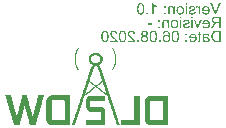
<source format=gbo>
G04*
G04 #@! TF.GenerationSoftware,Altium Limited,Altium Designer,20.1.14 (287)*
G04*
G04 Layer_Color=32896*
%FSLAX25Y25*%
%MOIN*%
G70*
G04*
G04 #@! TF.SameCoordinates,3CBCD0D0-32B7-46DE-8EB3-B5E10EB4AE05*
G04*
G04*
G04 #@! TF.FilePolarity,Positive*
G04*
G01*
G75*
G36*
X43005Y104549D02*
X43067D01*
Y104487D01*
X43129D01*
Y104426D01*
X43191D01*
Y104364D01*
X43252D01*
Y104302D01*
Y104240D01*
X43314D01*
Y104178D01*
Y104117D01*
X43376D01*
Y104055D01*
X43438D01*
Y103993D01*
Y103931D01*
Y103869D01*
X43500D01*
Y103808D01*
Y103746D01*
X43561D01*
Y103684D01*
Y103622D01*
X43623D01*
Y103560D01*
Y103499D01*
Y103437D01*
X43685D01*
Y103375D01*
Y103313D01*
X43747D01*
Y103252D01*
Y103190D01*
Y103128D01*
X43808D01*
Y103066D01*
Y103004D01*
Y102943D01*
Y102881D01*
X43870D01*
Y102819D01*
Y102757D01*
Y102695D01*
Y102634D01*
X43932D01*
Y102572D01*
Y102510D01*
Y102448D01*
Y102386D01*
Y102325D01*
X43994D01*
Y102263D01*
Y102201D01*
Y102139D01*
Y102077D01*
Y102016D01*
X44056D01*
Y101954D01*
Y101892D01*
Y101830D01*
Y101769D01*
Y101707D01*
Y101645D01*
Y101583D01*
X44118D01*
Y101521D01*
Y101460D01*
Y101398D01*
Y101336D01*
Y101274D01*
Y101212D01*
Y101151D01*
Y101089D01*
Y101027D01*
Y100965D01*
Y100903D01*
Y100842D01*
Y100780D01*
Y100718D01*
Y100656D01*
Y100594D01*
Y100533D01*
Y100471D01*
Y100409D01*
Y100347D01*
Y100285D01*
Y100224D01*
Y100162D01*
Y100100D01*
X44056D01*
Y100038D01*
Y99976D01*
Y99915D01*
Y99853D01*
Y99791D01*
Y99729D01*
Y99668D01*
Y99606D01*
X43994D01*
Y99544D01*
Y99482D01*
Y99420D01*
Y99359D01*
Y99297D01*
X43932D01*
Y99235D01*
Y99173D01*
Y99111D01*
Y99050D01*
X43870D01*
Y98988D01*
Y98926D01*
Y98864D01*
Y98803D01*
X43808D01*
Y98741D01*
Y98679D01*
Y98617D01*
X43747D01*
Y98555D01*
X43808D01*
Y98493D01*
X43747D01*
Y98432D01*
Y98370D01*
Y98308D01*
X43685D01*
Y98246D01*
Y98185D01*
X43623D01*
Y98123D01*
Y98061D01*
X43561D01*
Y97999D01*
Y97937D01*
X43500D01*
Y97876D01*
Y97814D01*
Y97752D01*
X43438D01*
Y97690D01*
Y97628D01*
X43376D01*
Y97567D01*
X43314D01*
Y97505D01*
Y97443D01*
X43252D01*
Y97381D01*
Y97319D01*
X43191D01*
Y97258D01*
Y97196D01*
X43129D01*
Y97134D01*
X43067D01*
Y97072D01*
X42820D01*
Y97134D01*
Y97196D01*
X42758D01*
Y97258D01*
Y97319D01*
X42820D01*
Y97381D01*
Y97443D01*
X42882D01*
Y97505D01*
Y97567D01*
X42943D01*
Y97628D01*
X43005D01*
Y97690D01*
Y97752D01*
X43067D01*
Y97814D01*
Y97876D01*
X43129D01*
Y97937D01*
Y97999D01*
X43191D01*
Y98061D01*
Y98123D01*
X43252D01*
Y98185D01*
Y98246D01*
X43314D01*
Y98308D01*
Y98370D01*
X43376D01*
Y98432D01*
Y98493D01*
X43438D01*
Y98555D01*
Y98617D01*
Y98679D01*
Y98741D01*
X43500D01*
Y98803D01*
Y98864D01*
Y98926D01*
Y98988D01*
X43561D01*
Y99050D01*
Y99111D01*
Y99173D01*
X43623D01*
Y99235D01*
Y99297D01*
Y99359D01*
Y99420D01*
Y99482D01*
X43685D01*
Y99544D01*
Y99606D01*
Y99668D01*
Y99729D01*
Y99791D01*
Y99853D01*
X43747D01*
Y99915D01*
Y99976D01*
Y100038D01*
Y100100D01*
Y100162D01*
Y100224D01*
Y100285D01*
Y100347D01*
Y100409D01*
Y100471D01*
X43808D01*
Y100533D01*
Y100594D01*
Y100656D01*
Y100718D01*
Y100780D01*
Y100842D01*
Y100903D01*
Y100965D01*
Y101027D01*
Y101089D01*
Y101151D01*
Y101212D01*
X43747D01*
Y101274D01*
Y101336D01*
Y101398D01*
Y101460D01*
Y101521D01*
Y101583D01*
Y101645D01*
Y101707D01*
Y101769D01*
Y101830D01*
X43685D01*
Y101892D01*
Y101954D01*
Y102016D01*
Y102077D01*
Y102139D01*
X43623D01*
Y102201D01*
Y102263D01*
Y102325D01*
Y102386D01*
Y102448D01*
X43561D01*
Y102510D01*
Y102572D01*
Y102634D01*
X43500D01*
Y102695D01*
Y102757D01*
Y102819D01*
Y102881D01*
Y102943D01*
Y103004D01*
X43438D01*
Y103066D01*
Y103128D01*
X43376D01*
Y103190D01*
Y103252D01*
Y103313D01*
X43314D01*
Y103375D01*
Y103437D01*
X43252D01*
Y103499D01*
Y103560D01*
Y103622D01*
X43191D01*
Y103684D01*
X43129D01*
Y103746D01*
Y103808D01*
X43067D01*
Y103869D01*
Y103931D01*
X43005D01*
Y103993D01*
X42943D01*
Y104055D01*
Y104117D01*
X42882D01*
Y104178D01*
X42820D01*
Y104240D01*
Y104302D01*
Y104364D01*
X42758D01*
Y104426D01*
X42820D01*
Y104487D01*
Y104549D01*
X42882D01*
Y104611D01*
X43005D01*
Y104549D01*
D02*
G37*
G36*
X31635D02*
X31697D01*
Y104487D01*
Y104426D01*
Y104364D01*
Y104302D01*
X31635D01*
Y104240D01*
Y104178D01*
X31574D01*
Y104117D01*
X31512D01*
Y104055D01*
Y103993D01*
X31450D01*
Y103931D01*
Y103869D01*
X31388D01*
Y103808D01*
X31326D01*
Y103746D01*
Y103684D01*
X31265D01*
Y103622D01*
Y103560D01*
X31203D01*
Y103499D01*
Y103437D01*
X31141D01*
Y103375D01*
Y103313D01*
X31079D01*
Y103252D01*
Y103190D01*
Y103128D01*
Y103066D01*
X31017D01*
Y103004D01*
Y102943D01*
Y102881D01*
X30956D01*
Y102819D01*
Y102757D01*
Y102695D01*
Y102634D01*
X30894D01*
Y102572D01*
Y102510D01*
Y102448D01*
X30832D01*
Y102386D01*
Y102325D01*
Y102263D01*
Y102201D01*
X30770D01*
Y102139D01*
Y102077D01*
Y102016D01*
Y101954D01*
X30708D01*
Y101892D01*
Y101830D01*
Y101769D01*
Y101707D01*
Y101645D01*
Y101583D01*
Y101521D01*
Y101460D01*
X30647D01*
Y101398D01*
Y101336D01*
Y101274D01*
Y101212D01*
Y101151D01*
Y101089D01*
Y101027D01*
Y100965D01*
Y100903D01*
Y100842D01*
Y100780D01*
Y100718D01*
Y100656D01*
Y100594D01*
Y100533D01*
Y100471D01*
Y100409D01*
Y100347D01*
Y100285D01*
Y100224D01*
X30708D01*
Y100162D01*
Y100100D01*
Y100038D01*
Y99976D01*
Y99915D01*
Y99853D01*
Y99791D01*
X30770D01*
Y99729D01*
Y99668D01*
Y99606D01*
Y99544D01*
Y99482D01*
X30832D01*
Y99420D01*
Y99359D01*
Y99297D01*
Y99235D01*
Y99173D01*
X30894D01*
Y99111D01*
Y99050D01*
Y98988D01*
X30956D01*
Y98926D01*
Y98864D01*
Y98803D01*
Y98741D01*
X31017D01*
Y98679D01*
Y98617D01*
X31079D01*
Y98555D01*
Y98493D01*
Y98432D01*
X31141D01*
Y98370D01*
Y98308D01*
Y98246D01*
Y98185D01*
X31203D01*
Y98123D01*
X31265D01*
Y98061D01*
Y97999D01*
X31326D01*
Y97937D01*
Y97876D01*
X31388D01*
Y97814D01*
X31450D01*
Y97752D01*
Y97690D01*
Y97628D01*
X31512D01*
Y97567D01*
X31574D01*
Y97505D01*
X31635D01*
Y97443D01*
Y97381D01*
X31697D01*
Y97319D01*
Y97258D01*
Y97196D01*
Y97134D01*
X31635D01*
Y97072D01*
X31574D01*
Y97010D01*
X31512D01*
Y97072D01*
X31388D01*
Y97134D01*
X31326D01*
Y97196D01*
Y97258D01*
X31265D01*
Y97319D01*
Y97381D01*
X31203D01*
Y97443D01*
X31141D01*
Y97505D01*
Y97567D01*
X31079D01*
Y97628D01*
Y97690D01*
X31017D01*
Y97752D01*
X30956D01*
Y97814D01*
Y97876D01*
Y97937D01*
X30894D01*
Y97999D01*
Y98061D01*
X30832D01*
Y98123D01*
Y98185D01*
X30770D01*
Y98246D01*
Y98308D01*
Y98370D01*
X30708D01*
Y98432D01*
Y98493D01*
Y98555D01*
X30647D01*
Y98617D01*
Y98679D01*
Y98741D01*
X30585D01*
Y98803D01*
Y98864D01*
Y98926D01*
X30523D01*
Y98988D01*
Y99050D01*
Y99111D01*
Y99173D01*
Y99235D01*
X30461D01*
Y99297D01*
Y99359D01*
Y99420D01*
Y99482D01*
X30400D01*
Y99544D01*
Y99606D01*
Y99668D01*
Y99729D01*
Y99791D01*
Y99853D01*
Y99915D01*
X30338D01*
Y99976D01*
Y100038D01*
Y100100D01*
Y100162D01*
Y100224D01*
Y100285D01*
Y100347D01*
Y100409D01*
Y100471D01*
Y100533D01*
Y100594D01*
Y100656D01*
Y100718D01*
Y100780D01*
Y100842D01*
Y100903D01*
Y100965D01*
Y101027D01*
Y101089D01*
Y101151D01*
Y101212D01*
Y101274D01*
Y101336D01*
Y101398D01*
Y101460D01*
Y101521D01*
Y101583D01*
Y101645D01*
Y101707D01*
Y101769D01*
X30400D01*
Y101830D01*
Y101892D01*
Y101954D01*
Y102016D01*
Y102077D01*
Y102139D01*
X30461D01*
Y102201D01*
Y102263D01*
Y102325D01*
Y102386D01*
Y102448D01*
X30523D01*
Y102510D01*
Y102572D01*
Y102634D01*
Y102695D01*
X30585D01*
Y102757D01*
Y102819D01*
Y102881D01*
X30647D01*
Y102943D01*
Y103004D01*
Y103066D01*
X30708D01*
Y103128D01*
Y103190D01*
Y103252D01*
Y103313D01*
X30770D01*
Y103375D01*
Y103437D01*
X30832D01*
Y103499D01*
Y103560D01*
Y103622D01*
X30894D01*
Y103684D01*
Y103746D01*
X30956D01*
Y103808D01*
Y103869D01*
X31017D01*
Y103931D01*
Y103993D01*
X31079D01*
Y104055D01*
Y104117D01*
X31141D01*
Y104178D01*
Y104240D01*
X31203D01*
Y104302D01*
X31265D01*
Y104364D01*
Y104426D01*
X31326D01*
Y104487D01*
X31388D01*
Y104549D01*
X31450D01*
Y104611D01*
X31635D01*
Y104549D01*
D02*
G37*
G36*
X20080Y88668D02*
Y88607D01*
X20018D01*
Y88545D01*
Y88483D01*
Y88421D01*
Y88359D01*
X19956D01*
Y88298D01*
Y88236D01*
Y88174D01*
Y88112D01*
X19895D01*
Y88051D01*
Y87989D01*
Y87927D01*
Y87865D01*
X19833D01*
Y87803D01*
Y87742D01*
Y87680D01*
X19771D01*
Y87618D01*
Y87556D01*
Y87494D01*
X19709D01*
Y87433D01*
Y87371D01*
Y87309D01*
Y87247D01*
X19647D01*
Y87185D01*
Y87124D01*
Y87062D01*
X19586D01*
Y87000D01*
Y86938D01*
Y86876D01*
X19524D01*
Y86815D01*
Y86753D01*
Y86691D01*
Y86629D01*
X19462D01*
Y86567D01*
Y86506D01*
Y86444D01*
Y86382D01*
Y86320D01*
X19400D01*
Y86259D01*
Y86197D01*
Y86135D01*
X19339D01*
Y86073D01*
Y86011D01*
Y85949D01*
X19277D01*
Y85888D01*
Y85826D01*
Y85764D01*
Y85702D01*
X19215D01*
Y85641D01*
Y85579D01*
Y85517D01*
X19153D01*
Y85455D01*
Y85393D01*
Y85332D01*
Y85270D01*
X19091D01*
Y85208D01*
Y85146D01*
Y85084D01*
X19030D01*
Y85023D01*
Y84961D01*
Y84899D01*
X18968D01*
Y84837D01*
Y84776D01*
Y84714D01*
Y84652D01*
Y84590D01*
X18906D01*
Y84528D01*
Y84466D01*
Y84405D01*
X18844D01*
Y84343D01*
Y84281D01*
Y84219D01*
Y84158D01*
X18782D01*
Y84096D01*
Y84034D01*
Y83972D01*
X18721D01*
Y83910D01*
Y83849D01*
Y83787D01*
Y83725D01*
X18659D01*
Y83663D01*
Y83601D01*
Y83540D01*
X18597D01*
Y83478D01*
Y83416D01*
Y83354D01*
X18535D01*
Y83292D01*
Y83231D01*
Y83169D01*
Y83107D01*
X18473D01*
Y83045D01*
Y82983D01*
Y82922D01*
X18412D01*
Y82860D01*
Y82798D01*
Y82736D01*
Y82674D01*
Y82613D01*
X18350D01*
Y82551D01*
Y82489D01*
Y82427D01*
Y82366D01*
X18288D01*
Y82304D01*
Y82242D01*
Y82180D01*
X18226D01*
Y82118D01*
Y82057D01*
Y81995D01*
X18165D01*
Y81933D01*
Y81871D01*
Y81809D01*
X18103D01*
Y81748D01*
Y81686D01*
Y81624D01*
Y81562D01*
X18041D01*
Y81500D01*
Y81439D01*
Y81377D01*
X17979D01*
Y81315D01*
Y81253D01*
Y81191D01*
X17917D01*
Y81130D01*
Y81068D01*
Y81006D01*
Y80944D01*
X17855D01*
Y80883D01*
Y80821D01*
Y80759D01*
Y80697D01*
Y80635D01*
X17794D01*
Y80573D01*
Y80512D01*
Y80450D01*
X17732D01*
Y80388D01*
Y80326D01*
Y80265D01*
X17670D01*
Y80203D01*
Y80141D01*
Y80079D01*
Y80017D01*
X17608D01*
Y79956D01*
Y79894D01*
Y79832D01*
X17547D01*
Y79770D01*
Y79708D01*
Y79647D01*
Y79585D01*
X17485D01*
Y79523D01*
Y79461D01*
Y79400D01*
X17423D01*
Y79338D01*
Y79276D01*
Y79214D01*
Y79152D01*
X17361D01*
Y79090D01*
Y79029D01*
Y78967D01*
X15384D01*
Y79029D01*
Y79090D01*
Y79152D01*
X15322D01*
Y79214D01*
Y79276D01*
Y79338D01*
X15260D01*
Y79400D01*
Y79461D01*
Y79523D01*
Y79585D01*
X15198D01*
Y79647D01*
Y79708D01*
Y79770D01*
X15137D01*
Y79832D01*
Y79894D01*
Y79956D01*
Y80017D01*
X15075D01*
Y80079D01*
Y80141D01*
Y80203D01*
X15013D01*
Y80265D01*
Y80326D01*
Y80388D01*
X14951D01*
Y80450D01*
Y80512D01*
Y80573D01*
Y80635D01*
Y80697D01*
Y80759D01*
X14889D01*
Y80821D01*
Y80883D01*
Y80944D01*
X14828D01*
Y81006D01*
Y81068D01*
Y81130D01*
Y81191D01*
X14766D01*
Y81253D01*
Y81315D01*
Y81377D01*
X14704D01*
Y81439D01*
Y81500D01*
Y81562D01*
Y81624D01*
X14642D01*
Y81686D01*
Y81748D01*
Y81809D01*
X14581D01*
Y81871D01*
Y81933D01*
Y81995D01*
X14519D01*
Y82057D01*
Y82118D01*
Y82180D01*
Y82242D01*
X14457D01*
Y82304D01*
Y82366D01*
Y82427D01*
Y82489D01*
Y82551D01*
X14395D01*
Y82613D01*
Y82674D01*
Y82736D01*
Y82798D01*
X14333D01*
Y82860D01*
Y82922D01*
Y82983D01*
X14272D01*
Y83045D01*
Y83107D01*
Y83169D01*
Y83231D01*
X14210D01*
Y83292D01*
Y83354D01*
Y83416D01*
X14148D01*
Y83478D01*
Y83540D01*
Y83601D01*
Y83663D01*
X14086D01*
Y83725D01*
Y83787D01*
Y83849D01*
X14024D01*
Y83910D01*
Y83972D01*
Y84034D01*
X13962D01*
Y84096D01*
Y84158D01*
Y84219D01*
Y84281D01*
X13901D01*
Y84343D01*
Y84405D01*
Y84466D01*
Y84528D01*
Y84590D01*
X13839D01*
Y84652D01*
Y84714D01*
Y84776D01*
Y84837D01*
X13777D01*
Y84899D01*
Y84961D01*
Y85023D01*
X13715D01*
Y85084D01*
Y85146D01*
X13592D01*
Y85084D01*
Y85023D01*
Y84961D01*
X13530D01*
Y84899D01*
Y84837D01*
Y84776D01*
X13468D01*
Y84714D01*
Y84652D01*
Y84590D01*
Y84528D01*
X13406D01*
Y84466D01*
Y84405D01*
Y84343D01*
X13345D01*
Y84281D01*
Y84219D01*
Y84158D01*
Y84096D01*
X13283D01*
Y84034D01*
Y83972D01*
Y83910D01*
Y83849D01*
X13221D01*
Y83787D01*
Y83725D01*
Y83663D01*
X13159D01*
Y83601D01*
Y83540D01*
Y83478D01*
Y83416D01*
X13097D01*
Y83354D01*
X13159D01*
Y83292D01*
X13097D01*
Y83231D01*
Y83169D01*
Y83107D01*
X13036D01*
Y83045D01*
Y82983D01*
Y82922D01*
Y82860D01*
X12974D01*
Y82798D01*
Y82736D01*
Y82674D01*
X12912D01*
Y82613D01*
Y82551D01*
Y82489D01*
Y82427D01*
X12850D01*
Y82366D01*
Y82304D01*
Y82242D01*
Y82180D01*
X12788D01*
Y82118D01*
Y82057D01*
Y81995D01*
X12727D01*
Y81933D01*
Y81871D01*
Y81809D01*
Y81748D01*
X12665D01*
Y81686D01*
Y81624D01*
Y81562D01*
X12603D01*
Y81500D01*
Y81439D01*
Y81377D01*
Y81315D01*
X12541D01*
Y81253D01*
X12603D01*
Y81191D01*
X12541D01*
Y81130D01*
Y81068D01*
Y81006D01*
X12479D01*
Y80944D01*
Y80883D01*
Y80821D01*
Y80759D01*
X12418D01*
Y80697D01*
Y80635D01*
Y80573D01*
X12356D01*
Y80512D01*
Y80450D01*
Y80388D01*
Y80326D01*
X12294D01*
Y80265D01*
Y80203D01*
Y80141D01*
Y80079D01*
X12232D01*
Y80017D01*
Y79956D01*
Y79894D01*
X12171D01*
Y79832D01*
Y79770D01*
Y79708D01*
Y79647D01*
X12109D01*
Y79585D01*
Y79523D01*
Y79461D01*
X12047D01*
Y79400D01*
Y79338D01*
Y79276D01*
Y79214D01*
Y79152D01*
Y79090D01*
X11985D01*
Y79029D01*
Y78967D01*
X10070D01*
Y79029D01*
Y79090D01*
Y79152D01*
X10008D01*
Y79214D01*
Y79276D01*
Y79338D01*
Y79400D01*
X9946D01*
Y79461D01*
Y79523D01*
Y79585D01*
X9884D01*
Y79647D01*
Y79708D01*
Y79770D01*
X9822D01*
Y79832D01*
Y79894D01*
Y79956D01*
X9761D01*
Y80017D01*
Y80079D01*
Y80141D01*
Y80203D01*
X9699D01*
Y80265D01*
Y80326D01*
Y80388D01*
X9637D01*
Y80450D01*
Y80512D01*
Y80573D01*
Y80635D01*
Y80697D01*
X9575D01*
Y80759D01*
Y80821D01*
Y80883D01*
X9513D01*
Y80944D01*
Y81006D01*
Y81068D01*
X9452D01*
Y81130D01*
Y81191D01*
Y81253D01*
Y81315D01*
X9390D01*
Y81377D01*
Y81439D01*
X9328D01*
Y81500D01*
Y81562D01*
Y81624D01*
Y81686D01*
X9266D01*
Y81748D01*
Y81809D01*
Y81871D01*
X9205D01*
Y81933D01*
Y81995D01*
Y82057D01*
X9143D01*
Y82118D01*
Y82180D01*
Y82242D01*
X9081D01*
Y82304D01*
X9143D01*
Y82366D01*
X9081D01*
Y82427D01*
Y82489D01*
Y82551D01*
X9019D01*
Y82613D01*
Y82674D01*
Y82736D01*
Y82798D01*
X8957D01*
Y82860D01*
Y82922D01*
X8896D01*
Y82983D01*
Y83045D01*
Y83107D01*
Y83169D01*
X8834D01*
Y83231D01*
Y83292D01*
Y83354D01*
X8772D01*
Y83416D01*
Y83478D01*
Y83540D01*
X8710D01*
Y83601D01*
Y83663D01*
Y83725D01*
Y83787D01*
X8648D01*
Y83849D01*
Y83910D01*
Y83972D01*
Y84034D01*
X8586D01*
Y84096D01*
Y84158D01*
Y84219D01*
Y84281D01*
X8525D01*
Y84343D01*
Y84405D01*
Y84466D01*
X8463D01*
Y84528D01*
Y84590D01*
Y84652D01*
X8401D01*
Y84714D01*
Y84776D01*
Y84837D01*
X8339D01*
Y84899D01*
Y84961D01*
Y85023D01*
X8278D01*
Y85084D01*
Y85146D01*
Y85208D01*
Y85270D01*
X8216D01*
Y85332D01*
Y85393D01*
Y85455D01*
X8154D01*
Y85517D01*
Y85579D01*
Y85641D01*
X8092D01*
Y85702D01*
Y85764D01*
Y85826D01*
X8030D01*
Y85888D01*
X8092D01*
Y85949D01*
X8030D01*
Y86011D01*
Y86073D01*
Y86135D01*
X7969D01*
Y86197D01*
Y86259D01*
Y86320D01*
X7907D01*
Y86382D01*
Y86444D01*
Y86506D01*
Y86567D01*
X7845D01*
Y86629D01*
Y86691D01*
Y86753D01*
X7783D01*
Y86815D01*
Y86876D01*
Y86938D01*
X7721D01*
Y87000D01*
Y87062D01*
Y87124D01*
X7660D01*
Y87185D01*
Y87247D01*
Y87309D01*
X7598D01*
Y87371D01*
Y87433D01*
Y87494D01*
Y87556D01*
X7536D01*
Y87618D01*
Y87680D01*
Y87742D01*
X7474D01*
Y87803D01*
Y87865D01*
Y87927D01*
Y87989D01*
Y88051D01*
X7412D01*
Y88112D01*
Y88174D01*
Y88236D01*
X7351D01*
Y88298D01*
Y88359D01*
Y88421D01*
X7289D01*
Y88483D01*
Y88545D01*
Y88607D01*
X7227D01*
Y88668D01*
Y88730D01*
X9081D01*
Y88668D01*
Y88607D01*
Y88545D01*
Y88483D01*
X9143D01*
Y88421D01*
Y88359D01*
Y88298D01*
X9205D01*
Y88236D01*
Y88174D01*
Y88112D01*
X9266D01*
Y88051D01*
Y87989D01*
Y87927D01*
Y87865D01*
X9328D01*
Y87803D01*
Y87742D01*
Y87680D01*
X9390D01*
Y87618D01*
Y87556D01*
Y87494D01*
Y87433D01*
X9452D01*
Y87371D01*
Y87309D01*
Y87247D01*
Y87185D01*
X9513D01*
Y87124D01*
Y87062D01*
Y87000D01*
Y86938D01*
X9575D01*
Y86876D01*
Y86815D01*
Y86753D01*
X9637D01*
Y86691D01*
Y86629D01*
Y86567D01*
Y86506D01*
X9699D01*
Y86444D01*
Y86382D01*
Y86320D01*
X9761D01*
Y86259D01*
Y86197D01*
Y86135D01*
X9822D01*
Y86073D01*
Y86011D01*
Y85949D01*
Y85888D01*
X9884D01*
Y85826D01*
Y85764D01*
Y85702D01*
X9946D01*
Y85641D01*
Y85579D01*
Y85517D01*
Y85455D01*
Y85393D01*
X10008D01*
Y85332D01*
Y85270D01*
Y85208D01*
X10070D01*
Y85146D01*
Y85084D01*
Y85023D01*
Y84961D01*
X10131D01*
Y84899D01*
Y84837D01*
Y84776D01*
X10193D01*
Y84714D01*
Y84652D01*
Y84590D01*
Y84528D01*
X10255D01*
Y84466D01*
Y84405D01*
Y84343D01*
X10317D01*
Y84281D01*
Y84219D01*
Y84158D01*
X10379D01*
Y84096D01*
Y84034D01*
Y83972D01*
Y83910D01*
X10440D01*
Y83849D01*
Y83787D01*
Y83725D01*
X10502D01*
Y83663D01*
X10440D01*
Y83601D01*
X10502D01*
Y83540D01*
Y83478D01*
Y83416D01*
X10564D01*
Y83354D01*
Y83292D01*
Y83231D01*
Y83169D01*
X10626D01*
Y83107D01*
Y83045D01*
Y82983D01*
X10688D01*
Y82922D01*
Y82860D01*
Y82798D01*
X10749D01*
Y82736D01*
Y82674D01*
Y82613D01*
X10811D01*
Y82551D01*
Y82489D01*
Y82427D01*
Y82366D01*
X10873D01*
Y82304D01*
Y82242D01*
Y82180D01*
Y82118D01*
X10935D01*
Y82057D01*
Y81995D01*
Y81933D01*
X10996D01*
Y81871D01*
X10935D01*
Y81809D01*
X11058D01*
Y81871D01*
X11120D01*
Y81933D01*
Y81995D01*
X11182D01*
Y82057D01*
Y82118D01*
Y82180D01*
X11244D01*
Y82242D01*
Y82304D01*
Y82366D01*
Y82427D01*
Y82489D01*
Y82551D01*
X11305D01*
Y82613D01*
Y82674D01*
Y82736D01*
X11367D01*
Y82798D01*
Y82860D01*
Y82922D01*
Y82983D01*
X11429D01*
Y83045D01*
Y83107D01*
Y83169D01*
Y83231D01*
X11491D01*
Y83292D01*
Y83354D01*
Y83416D01*
X11553D01*
Y83478D01*
Y83540D01*
Y83601D01*
Y83663D01*
X11614D01*
Y83725D01*
Y83787D01*
Y83849D01*
Y83910D01*
X11676D01*
Y83972D01*
Y84034D01*
Y84096D01*
Y84158D01*
X11738D01*
Y84219D01*
Y84281D01*
Y84343D01*
Y84405D01*
Y84466D01*
X11800D01*
Y84528D01*
Y84590D01*
Y84652D01*
Y84714D01*
X11862D01*
Y84776D01*
Y84837D01*
Y84899D01*
X11923D01*
Y84961D01*
Y85023D01*
Y85084D01*
Y85146D01*
X11985D01*
Y85208D01*
Y85270D01*
Y85332D01*
Y85393D01*
X12047D01*
Y85455D01*
Y85517D01*
Y85579D01*
X12109D01*
Y85641D01*
Y85702D01*
Y85764D01*
Y85826D01*
X12171D01*
Y85888D01*
Y85949D01*
Y86011D01*
Y86073D01*
X12232D01*
Y86135D01*
Y86197D01*
Y86259D01*
Y86320D01*
Y86382D01*
X12294D01*
Y86444D01*
Y86506D01*
Y86567D01*
Y86629D01*
X12356D01*
Y86691D01*
Y86753D01*
Y86815D01*
Y86876D01*
X12418D01*
Y86938D01*
Y87000D01*
Y87062D01*
X12479D01*
Y87124D01*
Y87185D01*
Y87247D01*
Y87309D01*
X12541D01*
Y87371D01*
Y87433D01*
Y87494D01*
Y87556D01*
X12603D01*
Y87618D01*
Y87680D01*
Y87742D01*
X12665D01*
Y87803D01*
Y87865D01*
Y87927D01*
Y87989D01*
X12727D01*
Y88051D01*
Y88112D01*
Y88174D01*
Y88236D01*
X12788D01*
Y88298D01*
Y88359D01*
Y88421D01*
Y88483D01*
Y88545D01*
X12850D01*
Y88607D01*
Y88668D01*
Y88730D01*
X14395D01*
Y88668D01*
Y88607D01*
Y88545D01*
X14457D01*
Y88483D01*
Y88421D01*
Y88359D01*
X14519D01*
Y88298D01*
Y88236D01*
Y88174D01*
Y88112D01*
X14581D01*
Y88051D01*
Y87989D01*
Y87927D01*
X14642D01*
Y87865D01*
Y87803D01*
Y87742D01*
Y87680D01*
X14704D01*
Y87618D01*
Y87556D01*
Y87494D01*
X14766D01*
Y87433D01*
Y87371D01*
Y87309D01*
Y87247D01*
Y87185D01*
X14828D01*
Y87124D01*
Y87062D01*
Y87000D01*
Y86938D01*
X14889D01*
Y86876D01*
Y86815D01*
Y86753D01*
X14951D01*
Y86691D01*
Y86629D01*
Y86567D01*
Y86506D01*
X15013D01*
Y86444D01*
Y86382D01*
Y86320D01*
X15075D01*
Y86259D01*
Y86197D01*
Y86135D01*
X15137D01*
Y86073D01*
Y86011D01*
Y85949D01*
Y85888D01*
X15198D01*
Y85826D01*
Y85764D01*
Y85702D01*
Y85641D01*
Y85579D01*
X15260D01*
Y85517D01*
Y85455D01*
Y85393D01*
Y85332D01*
X15322D01*
Y85270D01*
Y85208D01*
Y85146D01*
X15384D01*
Y85084D01*
Y85023D01*
Y84961D01*
X15446D01*
Y84899D01*
Y84837D01*
Y84776D01*
Y84714D01*
X15507D01*
Y84652D01*
Y84590D01*
Y84528D01*
X15569D01*
Y84466D01*
Y84405D01*
Y84343D01*
Y84281D01*
X15631D01*
Y84219D01*
Y84158D01*
Y84096D01*
X15693D01*
Y84034D01*
Y83972D01*
Y83910D01*
Y83849D01*
X15755D01*
Y83787D01*
Y83725D01*
Y83663D01*
Y83601D01*
Y83540D01*
X15816D01*
Y83478D01*
Y83416D01*
Y83354D01*
X15878D01*
Y83292D01*
Y83231D01*
Y83169D01*
Y83107D01*
X15940D01*
Y83045D01*
Y82983D01*
Y82922D01*
X16002D01*
Y82860D01*
Y82798D01*
Y82736D01*
Y82674D01*
X16063D01*
Y82613D01*
Y82551D01*
Y82489D01*
X16125D01*
Y82427D01*
Y82366D01*
Y82304D01*
Y82242D01*
X16187D01*
Y82180D01*
Y82118D01*
Y82057D01*
X16249D01*
Y81995D01*
Y81933D01*
Y81871D01*
X16311D01*
Y81809D01*
X16373D01*
Y81871D01*
X16434D01*
Y81933D01*
Y81995D01*
Y82057D01*
Y82118D01*
X16496D01*
Y82180D01*
Y82242D01*
Y82304D01*
X16558D01*
Y82366D01*
X16496D01*
Y82427D01*
X16558D01*
Y82489D01*
Y82551D01*
Y82613D01*
X16620D01*
Y82674D01*
Y82736D01*
Y82798D01*
Y82860D01*
X16681D01*
Y82922D01*
Y82983D01*
Y83045D01*
Y83107D01*
X16743D01*
Y83169D01*
Y83231D01*
Y83292D01*
X16805D01*
Y83354D01*
Y83416D01*
Y83478D01*
Y83540D01*
X16867D01*
Y83601D01*
Y83663D01*
Y83725D01*
X16929D01*
Y83787D01*
Y83849D01*
Y83910D01*
Y83972D01*
X16990D01*
Y84034D01*
Y84096D01*
Y84158D01*
Y84219D01*
Y84281D01*
X17052D01*
Y84343D01*
Y84405D01*
X17114D01*
Y84466D01*
X17052D01*
Y84528D01*
X17114D01*
Y84590D01*
Y84652D01*
Y84714D01*
X17176D01*
Y84776D01*
Y84837D01*
Y84899D01*
Y84961D01*
X17238D01*
Y85023D01*
Y85084D01*
Y85146D01*
Y85208D01*
X17299D01*
Y85270D01*
Y85332D01*
Y85393D01*
X17361D01*
Y85455D01*
Y85517D01*
Y85579D01*
Y85641D01*
X17423D01*
Y85702D01*
Y85764D01*
Y85826D01*
X17485D01*
Y85888D01*
Y85949D01*
Y86011D01*
Y86073D01*
X17547D01*
Y86135D01*
Y86197D01*
Y86259D01*
Y86320D01*
Y86382D01*
X17608D01*
Y86444D01*
Y86506D01*
Y86567D01*
Y86629D01*
X17670D01*
Y86691D01*
Y86753D01*
Y86815D01*
Y86876D01*
X17732D01*
Y86938D01*
Y87000D01*
Y87062D01*
X17794D01*
Y87124D01*
Y87185D01*
Y87247D01*
Y87309D01*
X17855D01*
Y87371D01*
Y87433D01*
Y87494D01*
X17917D01*
Y87556D01*
Y87618D01*
Y87680D01*
Y87742D01*
X17979D01*
Y87803D01*
Y87865D01*
Y87927D01*
Y87989D01*
X18041D01*
Y88051D01*
Y88112D01*
Y88174D01*
X18103D01*
Y88236D01*
Y88298D01*
Y88359D01*
Y88421D01*
X18165D01*
Y88483D01*
Y88545D01*
Y88607D01*
Y88668D01*
Y88730D01*
X20080D01*
Y88668D01*
D02*
G37*
G36*
X61481Y88483D02*
Y88421D01*
Y88359D01*
Y88298D01*
Y88236D01*
Y88174D01*
Y88112D01*
Y88051D01*
Y87989D01*
Y87927D01*
Y87865D01*
Y87803D01*
Y87742D01*
Y87680D01*
Y87618D01*
Y87556D01*
Y87494D01*
Y87433D01*
Y87371D01*
Y87309D01*
Y87247D01*
Y87185D01*
Y87124D01*
Y87062D01*
Y87000D01*
Y86938D01*
Y86876D01*
Y86815D01*
Y86753D01*
Y86691D01*
Y86629D01*
Y86567D01*
Y86506D01*
Y86444D01*
Y86382D01*
Y86320D01*
Y86259D01*
Y86197D01*
Y86135D01*
Y86073D01*
Y86011D01*
Y85949D01*
Y85888D01*
Y85826D01*
Y85764D01*
Y85702D01*
Y85641D01*
Y85579D01*
Y85517D01*
Y85455D01*
Y85393D01*
Y85332D01*
Y85270D01*
Y85208D01*
Y85146D01*
Y85084D01*
Y85023D01*
Y84961D01*
Y84899D01*
Y84837D01*
Y84776D01*
Y84714D01*
Y84652D01*
Y84590D01*
Y84528D01*
Y84466D01*
Y84405D01*
Y84343D01*
Y84281D01*
Y84219D01*
Y84158D01*
Y84096D01*
Y84034D01*
Y83972D01*
Y83910D01*
Y83849D01*
Y83787D01*
Y83725D01*
Y83663D01*
Y83601D01*
Y83540D01*
Y83478D01*
Y83416D01*
Y83354D01*
Y83292D01*
Y83231D01*
Y83169D01*
Y83107D01*
Y83045D01*
Y82983D01*
Y82922D01*
Y82860D01*
Y82798D01*
Y82736D01*
Y82674D01*
Y82613D01*
Y82551D01*
Y82489D01*
Y82427D01*
Y82366D01*
Y82304D01*
Y82242D01*
Y82180D01*
Y82118D01*
Y82057D01*
Y81995D01*
Y81933D01*
Y81871D01*
Y81809D01*
Y81748D01*
Y81686D01*
Y81624D01*
Y81562D01*
Y81500D01*
Y81439D01*
Y81377D01*
Y81315D01*
Y81253D01*
Y81191D01*
Y81130D01*
Y81068D01*
Y81006D01*
Y80944D01*
Y80883D01*
Y80821D01*
Y80759D01*
Y80697D01*
Y80635D01*
Y80573D01*
Y80512D01*
Y80450D01*
Y80388D01*
Y80326D01*
Y80265D01*
Y80203D01*
Y80141D01*
Y80079D01*
Y80017D01*
Y79956D01*
Y79894D01*
Y79832D01*
Y79770D01*
Y79708D01*
Y79647D01*
Y79585D01*
Y79523D01*
Y79461D01*
Y79400D01*
Y79338D01*
Y79276D01*
Y79214D01*
Y79152D01*
Y79090D01*
Y79029D01*
Y78967D01*
X55055D01*
Y79029D01*
X54808D01*
Y79090D01*
X54622D01*
Y79152D01*
X54437D01*
Y79214D01*
X54375D01*
Y79276D01*
X54252D01*
Y79338D01*
X54190D01*
Y79400D01*
X54128D01*
Y79461D01*
X54066D01*
Y79523D01*
Y79585D01*
X54004D01*
Y79647D01*
X53943D01*
Y79708D01*
Y79770D01*
X53881D01*
Y79832D01*
Y79894D01*
Y79956D01*
X53819D01*
Y80017D01*
Y80079D01*
Y80141D01*
Y80203D01*
Y80265D01*
X53757D01*
Y80326D01*
Y80388D01*
Y80450D01*
Y80512D01*
Y80573D01*
Y80635D01*
Y80697D01*
Y80759D01*
Y80821D01*
Y80883D01*
Y80944D01*
Y81006D01*
Y81068D01*
Y81130D01*
Y81191D01*
Y81253D01*
Y81315D01*
Y81377D01*
Y81439D01*
Y81500D01*
Y81562D01*
Y81624D01*
Y81686D01*
Y81748D01*
Y81809D01*
Y81871D01*
Y81933D01*
Y81995D01*
Y82057D01*
Y82118D01*
Y82180D01*
Y82242D01*
Y82304D01*
Y82366D01*
Y82427D01*
Y82489D01*
Y82551D01*
Y82613D01*
Y82674D01*
Y82736D01*
Y82798D01*
Y82860D01*
Y82922D01*
Y82983D01*
Y83045D01*
Y83107D01*
Y83169D01*
Y83231D01*
Y83292D01*
Y83354D01*
Y83416D01*
Y83478D01*
Y83540D01*
Y83601D01*
Y83663D01*
Y83725D01*
Y83787D01*
Y83849D01*
Y83910D01*
Y83972D01*
Y84034D01*
Y84096D01*
Y84158D01*
Y84219D01*
Y84281D01*
Y84343D01*
Y84405D01*
Y84466D01*
Y84528D01*
Y84590D01*
Y84652D01*
Y84714D01*
Y84776D01*
Y84837D01*
Y84899D01*
Y84961D01*
Y85023D01*
Y85084D01*
Y85146D01*
Y85208D01*
Y85270D01*
Y85332D01*
Y85393D01*
Y85455D01*
Y85517D01*
Y85579D01*
Y85641D01*
Y85702D01*
Y85764D01*
Y85826D01*
Y85888D01*
Y85949D01*
Y86011D01*
Y86073D01*
Y86135D01*
Y86197D01*
Y86259D01*
Y86320D01*
Y86382D01*
Y86444D01*
Y86506D01*
Y86567D01*
Y86629D01*
Y86691D01*
Y86753D01*
Y86815D01*
Y86876D01*
Y86938D01*
Y87000D01*
Y87062D01*
Y87124D01*
Y87185D01*
X53819D01*
Y87247D01*
Y87309D01*
Y87371D01*
X53881D01*
Y87433D01*
Y87494D01*
Y87556D01*
X53943D01*
Y87618D01*
Y87680D01*
X54004D01*
Y87742D01*
X54066D01*
Y87803D01*
Y87865D01*
X54128D01*
Y87927D01*
X54190D01*
Y87989D01*
X54252D01*
Y88051D01*
X54313D01*
Y88112D01*
X54375D01*
Y88174D01*
X54499D01*
Y88236D01*
X54561D01*
Y88298D01*
X54684D01*
Y88359D01*
X54808D01*
Y88421D01*
X54931D01*
Y88483D01*
X55178D01*
Y88545D01*
X61481D01*
Y88483D01*
D02*
G37*
G36*
X51965Y88421D02*
Y88359D01*
Y88298D01*
Y88236D01*
Y88174D01*
Y88112D01*
Y88051D01*
Y87989D01*
Y87927D01*
Y87865D01*
Y87803D01*
Y87742D01*
Y87680D01*
Y87618D01*
Y87556D01*
Y87494D01*
Y87433D01*
Y87371D01*
Y87309D01*
Y87247D01*
Y87185D01*
Y87124D01*
Y87062D01*
Y87000D01*
Y86938D01*
Y86876D01*
Y86815D01*
Y86753D01*
Y86691D01*
Y86629D01*
Y86567D01*
Y86506D01*
Y86444D01*
Y86382D01*
Y86320D01*
Y86259D01*
Y86197D01*
Y86135D01*
Y86073D01*
Y86011D01*
Y85949D01*
Y85888D01*
Y85826D01*
Y85764D01*
Y85702D01*
Y85641D01*
Y85579D01*
Y85517D01*
Y85455D01*
Y85393D01*
Y85332D01*
Y85270D01*
Y85208D01*
Y85146D01*
Y85084D01*
Y85023D01*
Y84961D01*
Y84899D01*
Y84837D01*
Y84776D01*
Y84714D01*
Y84652D01*
Y84590D01*
Y84528D01*
Y84466D01*
Y84405D01*
Y84343D01*
Y84281D01*
Y84219D01*
Y84158D01*
Y84096D01*
Y84034D01*
Y83972D01*
Y83910D01*
Y83849D01*
Y83787D01*
Y83725D01*
Y83663D01*
Y83601D01*
Y83540D01*
Y83478D01*
Y83416D01*
Y83354D01*
Y83292D01*
Y83231D01*
Y83169D01*
Y83107D01*
Y83045D01*
Y82983D01*
Y82922D01*
Y82860D01*
Y82798D01*
Y82736D01*
Y82674D01*
Y82613D01*
Y82551D01*
Y82489D01*
Y82427D01*
Y82366D01*
Y82304D01*
Y82242D01*
Y82180D01*
Y82118D01*
Y82057D01*
Y81995D01*
Y81933D01*
Y81871D01*
Y81809D01*
Y81748D01*
Y81686D01*
Y81624D01*
Y81562D01*
Y81500D01*
Y81439D01*
Y81377D01*
Y81315D01*
Y81253D01*
Y81191D01*
Y81130D01*
Y81068D01*
Y81006D01*
Y80944D01*
Y80883D01*
Y80821D01*
Y80759D01*
Y80697D01*
Y80635D01*
Y80573D01*
Y80512D01*
Y80450D01*
Y80388D01*
Y80326D01*
Y80265D01*
Y80203D01*
Y80141D01*
Y80079D01*
Y80017D01*
Y79956D01*
Y79894D01*
Y79832D01*
Y79770D01*
Y79708D01*
Y79647D01*
Y79585D01*
Y79523D01*
Y79461D01*
Y79400D01*
Y79338D01*
Y79276D01*
Y79214D01*
Y79152D01*
Y79090D01*
Y79029D01*
Y78967D01*
X45786D01*
Y79029D01*
Y79090D01*
Y79152D01*
Y79214D01*
Y79276D01*
Y79338D01*
Y79400D01*
Y79461D01*
Y79523D01*
Y79585D01*
Y79647D01*
Y79708D01*
Y79770D01*
Y79832D01*
Y79894D01*
Y79956D01*
Y80017D01*
Y80079D01*
Y80141D01*
Y80203D01*
Y80265D01*
Y80326D01*
Y80388D01*
Y80450D01*
Y80512D01*
Y80573D01*
X50173D01*
Y80635D01*
Y80697D01*
Y80759D01*
Y80821D01*
Y80883D01*
Y80944D01*
Y81006D01*
Y81068D01*
Y81130D01*
Y81191D01*
Y81253D01*
Y81315D01*
Y81377D01*
Y81439D01*
Y81500D01*
Y81562D01*
Y81624D01*
Y81686D01*
Y81748D01*
Y81809D01*
Y81871D01*
Y81933D01*
Y81995D01*
Y82057D01*
Y82118D01*
Y82180D01*
Y82242D01*
Y82304D01*
Y82366D01*
Y82427D01*
Y82489D01*
Y82551D01*
Y82613D01*
Y82674D01*
Y82736D01*
Y82798D01*
Y82860D01*
Y82922D01*
Y82983D01*
Y83045D01*
Y83107D01*
Y83169D01*
Y83231D01*
Y83292D01*
Y83354D01*
Y83416D01*
Y83478D01*
Y83540D01*
Y83601D01*
Y83663D01*
Y83725D01*
Y83787D01*
Y83849D01*
Y83910D01*
Y83972D01*
Y84034D01*
Y84096D01*
Y84158D01*
Y84219D01*
Y84281D01*
Y84343D01*
Y84405D01*
Y84466D01*
Y84528D01*
Y84590D01*
Y84652D01*
Y84714D01*
Y84776D01*
Y84837D01*
Y84899D01*
Y84961D01*
Y85023D01*
Y85084D01*
Y85146D01*
Y85208D01*
Y85270D01*
Y85332D01*
Y85393D01*
Y85455D01*
Y85517D01*
Y85579D01*
Y85641D01*
Y85702D01*
Y85764D01*
Y85826D01*
Y85888D01*
Y85949D01*
Y86011D01*
Y86073D01*
Y86135D01*
Y86197D01*
Y86259D01*
Y86320D01*
Y86382D01*
Y86444D01*
Y86506D01*
Y86567D01*
Y86629D01*
Y86691D01*
Y86753D01*
Y86815D01*
Y86876D01*
Y86938D01*
Y87000D01*
Y87062D01*
Y87124D01*
Y87185D01*
Y87247D01*
Y87309D01*
Y87371D01*
Y87433D01*
Y87494D01*
Y87556D01*
Y87618D01*
Y87680D01*
Y87742D01*
Y87803D01*
Y87865D01*
Y87927D01*
Y87989D01*
Y88051D01*
Y88112D01*
Y88174D01*
Y88236D01*
Y88298D01*
Y88359D01*
Y88421D01*
Y88483D01*
X51965D01*
Y88421D01*
D02*
G37*
G36*
X37938Y102819D02*
X38185D01*
Y102757D01*
X38371D01*
Y102695D01*
X38494D01*
Y102634D01*
X38618D01*
Y102572D01*
X38680D01*
Y102510D01*
X38803D01*
Y102448D01*
X38865D01*
Y102386D01*
X38989D01*
Y102325D01*
X39050D01*
Y102263D01*
X39112D01*
Y102201D01*
X39174D01*
Y102139D01*
X39236D01*
Y102077D01*
Y102016D01*
X39298D01*
Y101954D01*
X39359D01*
Y101892D01*
X39421D01*
Y101830D01*
Y101769D01*
X39483D01*
Y101707D01*
X39545D01*
Y101645D01*
Y101583D01*
X39607D01*
Y101521D01*
X39545D01*
Y101460D01*
X39607D01*
Y101398D01*
Y101336D01*
Y101274D01*
X39668D01*
Y101212D01*
Y101151D01*
Y101089D01*
Y101027D01*
X39730D01*
Y100965D01*
Y100903D01*
Y100842D01*
Y100780D01*
Y100718D01*
Y100656D01*
X39668D01*
Y100594D01*
Y100533D01*
Y100471D01*
Y100409D01*
Y100347D01*
X39607D01*
Y100285D01*
Y100224D01*
Y100162D01*
Y100100D01*
X39545D01*
Y100038D01*
Y99976D01*
Y99915D01*
X39483D01*
Y99853D01*
X39421D01*
Y99791D01*
Y99729D01*
X39359D01*
Y99668D01*
Y99606D01*
X39236D01*
Y99544D01*
Y99482D01*
X39174D01*
Y99420D01*
X39112D01*
Y99359D01*
X39050D01*
Y99297D01*
X38989D01*
Y99235D01*
X38865D01*
Y99173D01*
X38803D01*
Y99111D01*
X38741D01*
Y99050D01*
X38618D01*
Y98988D01*
X38494D01*
Y98926D01*
X38432D01*
Y98864D01*
Y98803D01*
Y98741D01*
X38494D01*
Y98679D01*
X38556D01*
Y98617D01*
Y98555D01*
X38618D01*
Y98493D01*
X38680D01*
Y98432D01*
Y98370D01*
X38741D01*
Y98308D01*
Y98246D01*
X38803D01*
Y98185D01*
Y98123D01*
X38865D01*
Y98061D01*
X38927D01*
Y97999D01*
Y97937D01*
Y97876D01*
X38989D01*
Y97814D01*
Y97752D01*
X39050D01*
Y97690D01*
Y97628D01*
X39112D01*
Y97567D01*
Y97505D01*
Y97443D01*
X39174D01*
Y97381D01*
Y97319D01*
Y97258D01*
X39236D01*
Y97196D01*
Y97134D01*
X39298D01*
Y97072D01*
Y97010D01*
Y96949D01*
X39359D01*
Y96887D01*
Y96825D01*
Y96763D01*
X39421D01*
Y96702D01*
Y96640D01*
Y96578D01*
X39483D01*
Y96516D01*
Y96454D01*
Y96393D01*
X39545D01*
Y96331D01*
Y96269D01*
Y96207D01*
X39607D01*
Y96145D01*
Y96084D01*
Y96022D01*
Y95960D01*
X39668D01*
Y95898D01*
Y95836D01*
Y95775D01*
X39730D01*
Y95713D01*
Y95651D01*
Y95589D01*
X39792D01*
Y95527D01*
Y95466D01*
Y95404D01*
X39854D01*
Y95342D01*
Y95280D01*
X39916D01*
Y95218D01*
Y95157D01*
Y95095D01*
X39977D01*
Y95033D01*
Y94971D01*
Y94910D01*
X40039D01*
Y94848D01*
Y94786D01*
Y94724D01*
X40101D01*
Y94662D01*
Y94600D01*
Y94539D01*
Y94477D01*
X40163D01*
Y94415D01*
Y94353D01*
Y94292D01*
X40224D01*
Y94230D01*
Y94168D01*
Y94106D01*
X40286D01*
Y94044D01*
Y93983D01*
Y93921D01*
X40348D01*
Y93859D01*
Y93797D01*
X40410D01*
Y93735D01*
Y93674D01*
Y93612D01*
X40472D01*
Y93550D01*
Y93488D01*
Y93427D01*
X40534D01*
Y93365D01*
Y93303D01*
Y93241D01*
X40595D01*
Y93179D01*
Y93117D01*
Y93056D01*
X40657D01*
Y92994D01*
Y92932D01*
Y92870D01*
Y92809D01*
X40719D01*
Y92747D01*
Y92685D01*
Y92623D01*
X40781D01*
Y92561D01*
Y92500D01*
Y92438D01*
X40843D01*
Y92376D01*
Y92314D01*
Y92252D01*
X40904D01*
Y92191D01*
Y92129D01*
X40966D01*
Y92067D01*
Y92005D01*
Y91943D01*
X41028D01*
Y91882D01*
Y91820D01*
Y91758D01*
X41090D01*
Y91696D01*
Y91635D01*
Y91573D01*
X41151D01*
Y91511D01*
Y91449D01*
Y91387D01*
Y91325D01*
X41213D01*
Y91264D01*
Y91202D01*
Y91140D01*
X41275D01*
Y91078D01*
Y91017D01*
Y90955D01*
X41337D01*
Y90893D01*
Y90831D01*
Y90769D01*
X41399D01*
Y90708D01*
Y90646D01*
Y90584D01*
X41460D01*
Y90522D01*
Y90460D01*
X41522D01*
Y90399D01*
Y90337D01*
Y90275D01*
X41584D01*
Y90213D01*
Y90151D01*
Y90090D01*
X41646D01*
Y90028D01*
Y89966D01*
Y89904D01*
X41708D01*
Y89842D01*
Y89781D01*
Y89719D01*
Y89657D01*
X41769D01*
Y89595D01*
Y89534D01*
Y89472D01*
X41831D01*
Y89410D01*
Y89348D01*
Y89286D01*
X41893D01*
Y89224D01*
Y89163D01*
Y89101D01*
X41955D01*
Y89039D01*
Y88977D01*
X42017D01*
Y88916D01*
Y88854D01*
Y88792D01*
X42078D01*
Y88730D01*
Y88668D01*
Y88607D01*
X42140D01*
Y88545D01*
Y88483D01*
Y88421D01*
X42202D01*
Y88359D01*
Y88298D01*
Y88236D01*
Y88174D01*
X42264D01*
Y88112D01*
Y88051D01*
Y87989D01*
X42325D01*
Y87927D01*
Y87865D01*
Y87803D01*
X42387D01*
Y87742D01*
Y87680D01*
X42449D01*
Y87618D01*
Y87556D01*
Y87494D01*
Y87433D01*
X42511D01*
Y87371D01*
Y87309D01*
Y87247D01*
X42573D01*
Y87185D01*
Y87124D01*
Y87062D01*
X42634D01*
Y87000D01*
Y86938D01*
Y86876D01*
X42696D01*
Y86815D01*
Y86753D01*
Y86691D01*
Y86629D01*
X42758D01*
Y86567D01*
Y86506D01*
Y86444D01*
X42820D01*
Y86382D01*
Y86320D01*
X42882D01*
Y86259D01*
Y86197D01*
Y86135D01*
X42943D01*
Y86073D01*
Y86011D01*
Y85949D01*
X43005D01*
Y85888D01*
Y85826D01*
Y85764D01*
X43067D01*
Y85702D01*
Y85641D01*
Y85579D01*
X43129D01*
Y85517D01*
Y85455D01*
Y85393D01*
X43191D01*
Y85332D01*
Y85270D01*
Y85208D01*
X43252D01*
Y85146D01*
Y85084D01*
X43314D01*
Y85023D01*
Y84961D01*
Y84899D01*
X43376D01*
Y84837D01*
Y84776D01*
Y84714D01*
X43438D01*
Y84652D01*
Y84590D01*
Y84528D01*
X43500D01*
Y84466D01*
Y84405D01*
Y84343D01*
X43561D01*
Y84281D01*
Y84219D01*
Y84158D01*
X43623D01*
Y84096D01*
Y84034D01*
Y83972D01*
X43685D01*
Y83910D01*
Y83849D01*
Y83787D01*
X43747D01*
Y83725D01*
Y83663D01*
Y83601D01*
X43808D01*
Y83540D01*
X43747D01*
Y83478D01*
X43808D01*
Y83416D01*
Y83354D01*
Y83292D01*
X43870D01*
Y83231D01*
Y83169D01*
X43932D01*
Y83107D01*
Y83045D01*
Y82983D01*
X43994D01*
Y82922D01*
Y82860D01*
Y82798D01*
X44056D01*
Y82736D01*
Y82674D01*
Y82613D01*
X44118D01*
Y82551D01*
Y82489D01*
X44179D01*
Y82427D01*
Y82366D01*
Y82304D01*
X44241D01*
Y82242D01*
Y82180D01*
Y82118D01*
Y82057D01*
X44303D01*
Y81995D01*
Y81933D01*
Y81871D01*
Y81809D01*
X44365D01*
Y81748D01*
Y81686D01*
Y81624D01*
X44427D01*
Y81562D01*
Y81500D01*
X44488D01*
Y81439D01*
Y81377D01*
Y81315D01*
X44550D01*
Y81253D01*
Y81191D01*
Y81130D01*
X44612D01*
Y81068D01*
Y81006D01*
Y80944D01*
X44674D01*
Y80883D01*
Y80821D01*
X44735D01*
Y80759D01*
Y80697D01*
Y80635D01*
X44797D01*
Y80573D01*
Y80512D01*
Y80450D01*
X44859D01*
Y80388D01*
X44797D01*
Y80326D01*
X44859D01*
Y80265D01*
Y80203D01*
Y80141D01*
X44921D01*
Y80079D01*
Y80017D01*
X44983D01*
Y79956D01*
Y79894D01*
Y79832D01*
X45044D01*
Y79770D01*
Y79708D01*
Y79647D01*
X45106D01*
Y79585D01*
Y79523D01*
Y79461D01*
X45168D01*
Y79400D01*
Y79338D01*
X45230D01*
Y79276D01*
Y79214D01*
Y79152D01*
X45292D01*
Y79090D01*
Y79029D01*
Y78967D01*
X44365D01*
Y79029D01*
Y79090D01*
X44303D01*
Y79152D01*
Y79214D01*
Y79276D01*
X44241D01*
Y79338D01*
Y79400D01*
Y79461D01*
Y79523D01*
X44179D01*
Y79585D01*
Y79647D01*
Y79708D01*
X44118D01*
Y79770D01*
Y79832D01*
X44056D01*
Y79894D01*
Y79956D01*
Y80017D01*
X43994D01*
Y80079D01*
Y80141D01*
Y80203D01*
Y80265D01*
Y80326D01*
X43932D01*
Y80388D01*
Y80450D01*
Y80512D01*
X43870D01*
Y80573D01*
Y80635D01*
Y80697D01*
X43808D01*
Y80759D01*
Y80821D01*
X43747D01*
Y80883D01*
Y80944D01*
Y81006D01*
X43685D01*
Y81068D01*
Y81130D01*
Y81191D01*
X43623D01*
Y81253D01*
Y81315D01*
Y81377D01*
X43561D01*
Y81439D01*
Y81500D01*
Y81562D01*
X43500D01*
Y81624D01*
Y81686D01*
Y81748D01*
Y81809D01*
X43438D01*
Y81871D01*
Y81933D01*
Y81995D01*
X43376D01*
Y82057D01*
Y82118D01*
Y82180D01*
X43314D01*
Y82242D01*
Y82304D01*
Y82366D01*
X43252D01*
Y82427D01*
Y82489D01*
X43191D01*
Y82551D01*
Y82613D01*
Y82674D01*
X43129D01*
Y82736D01*
Y82798D01*
Y82860D01*
X43067D01*
Y82922D01*
Y82983D01*
Y83045D01*
X43005D01*
Y83107D01*
Y83169D01*
X42943D01*
Y83231D01*
X43005D01*
Y83292D01*
X42943D01*
Y83354D01*
Y83416D01*
Y83478D01*
X42882D01*
Y83540D01*
Y83601D01*
Y83663D01*
X42820D01*
Y83725D01*
Y83787D01*
Y83849D01*
X42758D01*
Y83910D01*
Y83972D01*
X42696D01*
Y84034D01*
Y84096D01*
Y84158D01*
X42634D01*
Y84219D01*
Y84281D01*
Y84343D01*
X42573D01*
Y84405D01*
Y84466D01*
Y84528D01*
X42511D01*
Y84590D01*
Y84652D01*
Y84714D01*
X42449D01*
Y84776D01*
Y84837D01*
Y84899D01*
X42387D01*
Y84961D01*
Y85023D01*
Y85084D01*
Y85146D01*
X42325D01*
Y85208D01*
Y85270D01*
Y85332D01*
X42264D01*
Y85393D01*
Y85455D01*
Y85517D01*
X42202D01*
Y85579D01*
Y85641D01*
X42140D01*
Y85702D01*
Y85764D01*
Y85826D01*
X42078D01*
Y85888D01*
Y85949D01*
Y86011D01*
X42017D01*
Y86073D01*
Y86135D01*
Y86197D01*
X41955D01*
Y86259D01*
Y86320D01*
Y86382D01*
X41893D01*
Y86444D01*
Y86506D01*
Y86567D01*
Y86629D01*
X41831D01*
Y86691D01*
Y86753D01*
Y86815D01*
X41769D01*
Y86876D01*
Y86938D01*
Y87000D01*
X41708D01*
Y87062D01*
Y87124D01*
Y87185D01*
X41646D01*
Y87247D01*
Y87309D01*
Y87371D01*
X41584D01*
Y87433D01*
Y87494D01*
Y87556D01*
X41522D01*
Y87618D01*
Y87680D01*
Y87742D01*
X41460D01*
Y87803D01*
Y87865D01*
X41399D01*
Y87927D01*
Y87989D01*
Y88051D01*
X41337D01*
Y88112D01*
Y88174D01*
Y88236D01*
Y88298D01*
X41275D01*
Y88359D01*
Y88421D01*
X41213D01*
Y88483D01*
X41151D01*
Y88545D01*
Y88607D01*
X41090D01*
Y88668D01*
X41028D01*
Y88730D01*
X40904D01*
Y88792D01*
X40781D01*
Y88854D01*
X40719D01*
Y88916D01*
X40657D01*
Y88977D01*
X40595D01*
Y89039D01*
X40534D01*
Y89101D01*
X40410D01*
Y89163D01*
X40348D01*
Y89224D01*
X40286D01*
Y89286D01*
X40224D01*
Y89348D01*
X40101D01*
Y89410D01*
X40039D01*
Y89472D01*
X39977D01*
Y89534D01*
X39916D01*
Y89595D01*
X39792D01*
Y89657D01*
X39730D01*
Y89719D01*
X39668D01*
Y89781D01*
X39545D01*
Y89842D01*
X39483D01*
Y89904D01*
X39421D01*
Y89966D01*
X39298D01*
Y90028D01*
X39236D01*
Y90090D01*
X39174D01*
Y90151D01*
X39050D01*
Y90213D01*
X38989D01*
Y90275D01*
X38927D01*
Y90337D01*
X38803D01*
Y90399D01*
X38741D01*
Y90460D01*
X38680D01*
Y90522D01*
X38556D01*
Y90584D01*
X38494D01*
Y90646D01*
X38432D01*
Y90708D01*
X38309D01*
Y90769D01*
X38247D01*
Y90831D01*
X38185D01*
Y90893D01*
X38124D01*
Y90955D01*
X38000D01*
Y91017D01*
X37938D01*
Y91078D01*
X37876D01*
Y91140D01*
X37815D01*
Y91202D01*
X37691D01*
Y91264D01*
X37629D01*
Y91325D01*
X37567D01*
Y91387D01*
X37258D01*
Y91325D01*
X37197D01*
Y91264D01*
X37135D01*
Y91202D01*
X37073D01*
Y91140D01*
X36950D01*
Y91078D01*
X36888D01*
Y91017D01*
X36826D01*
Y90955D01*
X36764D01*
Y90893D01*
X36641D01*
Y90831D01*
X36579D01*
Y90769D01*
X36517D01*
Y90708D01*
X36393D01*
Y90646D01*
X36332D01*
Y90584D01*
X36270D01*
Y90522D01*
X36208D01*
Y90460D01*
X36084D01*
Y90399D01*
X36023D01*
Y90337D01*
X35961D01*
Y90275D01*
X35899D01*
Y90213D01*
X35837D01*
Y90151D01*
X35776D01*
Y90090D01*
X35652D01*
Y90028D01*
X35590D01*
Y89966D01*
X35528D01*
Y89904D01*
X35405D01*
Y89842D01*
X35343D01*
Y89781D01*
X35281D01*
Y89719D01*
X35219D01*
Y89657D01*
X35096D01*
Y89595D01*
X35034D01*
Y89534D01*
X34972D01*
Y89472D01*
X34910D01*
Y89410D01*
X34787D01*
Y89348D01*
X34725D01*
Y89286D01*
X34663D01*
Y89224D01*
X34601D01*
Y89163D01*
X34478D01*
Y89101D01*
X34416D01*
Y89039D01*
X34354D01*
Y88977D01*
X34292D01*
Y88916D01*
X34169D01*
Y88854D01*
X34107D01*
Y88792D01*
X34045D01*
Y88730D01*
X33922D01*
Y88668D01*
X33860D01*
Y88607D01*
X33798D01*
Y88545D01*
X33674D01*
Y88483D01*
X33613D01*
Y88421D01*
X33551D01*
Y88359D01*
Y88298D01*
X33489D01*
Y88236D01*
X33427D01*
Y88174D01*
Y88112D01*
X33365D01*
Y88051D01*
Y87989D01*
Y87927D01*
X33304D01*
Y87865D01*
Y87803D01*
Y87742D01*
X33242D01*
Y87680D01*
Y87618D01*
Y87556D01*
Y87494D01*
X33180D01*
Y87433D01*
Y87371D01*
Y87309D01*
X33118D01*
Y87247D01*
Y87185D01*
Y87124D01*
X33057D01*
Y87062D01*
Y87000D01*
Y86938D01*
X32995D01*
Y86876D01*
Y86815D01*
Y86753D01*
X32933D01*
Y86691D01*
Y86629D01*
X32871D01*
Y86567D01*
Y86506D01*
Y86444D01*
X32809D01*
Y86382D01*
Y86320D01*
Y86259D01*
Y86197D01*
X32748D01*
Y86135D01*
Y86073D01*
Y86011D01*
X32686D01*
Y85949D01*
Y85888D01*
Y85826D01*
Y85764D01*
X32624D01*
Y85702D01*
Y85641D01*
Y85579D01*
X32562D01*
Y85517D01*
Y85455D01*
X32500D01*
Y85393D01*
Y85332D01*
Y85270D01*
X32439D01*
Y85208D01*
Y85146D01*
Y85084D01*
X32377D01*
Y85023D01*
Y84961D01*
Y84899D01*
X32315D01*
Y84837D01*
Y84776D01*
Y84714D01*
X32253D01*
Y84652D01*
Y84590D01*
Y84528D01*
X32192D01*
Y84466D01*
Y84405D01*
X32130D01*
Y84343D01*
X32192D01*
Y84281D01*
X32130D01*
Y84219D01*
Y84158D01*
Y84096D01*
X32068D01*
Y84034D01*
Y83972D01*
X32006D01*
Y83910D01*
Y83849D01*
Y83787D01*
X31944D01*
Y83725D01*
Y83663D01*
Y83601D01*
X31883D01*
Y83540D01*
Y83478D01*
Y83416D01*
X31821D01*
Y83354D01*
Y83292D01*
Y83231D01*
X31759D01*
Y83169D01*
Y83107D01*
Y83045D01*
X31697D01*
Y82983D01*
Y82922D01*
Y82860D01*
X31635D01*
Y82798D01*
Y82736D01*
Y82674D01*
Y82613D01*
X31574D01*
Y82551D01*
Y82489D01*
Y82427D01*
X31512D01*
Y82366D01*
Y82304D01*
X31450D01*
Y82242D01*
Y82180D01*
Y82118D01*
X31388D01*
Y82057D01*
Y81995D01*
Y81933D01*
X31326D01*
Y81871D01*
Y81809D01*
Y81748D01*
X31265D01*
Y81686D01*
Y81624D01*
Y81562D01*
X31203D01*
Y81500D01*
Y81439D01*
Y81377D01*
X31141D01*
Y81315D01*
Y81253D01*
Y81191D01*
Y81130D01*
X31079D01*
Y81068D01*
Y81006D01*
Y80944D01*
X31017D01*
Y80883D01*
Y80821D01*
X30956D01*
Y80759D01*
Y80697D01*
Y80635D01*
X30894D01*
Y80573D01*
Y80512D01*
Y80450D01*
Y80388D01*
X30832D01*
Y80326D01*
Y80265D01*
X30770D01*
Y80203D01*
Y80141D01*
Y80079D01*
X30708D01*
Y80017D01*
Y79956D01*
Y79894D01*
X30647D01*
Y79832D01*
Y79770D01*
Y79708D01*
X30585D01*
Y79647D01*
Y79585D01*
Y79523D01*
Y79461D01*
Y79400D01*
X30523D01*
Y79338D01*
Y79276D01*
Y79214D01*
X30461D01*
Y79152D01*
Y79090D01*
X30400D01*
Y79029D01*
Y78967D01*
X29596D01*
Y79029D01*
X29473D01*
Y79090D01*
X29534D01*
Y79152D01*
Y79214D01*
X29596D01*
Y79276D01*
Y79338D01*
Y79400D01*
X29658D01*
Y79461D01*
Y79523D01*
Y79585D01*
X29720D01*
Y79647D01*
Y79708D01*
Y79770D01*
Y79832D01*
X29781D01*
Y79894D01*
Y79956D01*
Y80017D01*
X29843D01*
Y80079D01*
Y80141D01*
Y80203D01*
X29905D01*
Y80265D01*
Y80326D01*
Y80388D01*
X29967D01*
Y80450D01*
Y80512D01*
Y80573D01*
X30029D01*
Y80635D01*
Y80697D01*
Y80759D01*
X30090D01*
Y80821D01*
Y80883D01*
Y80944D01*
X30152D01*
Y81006D01*
Y81068D01*
X30214D01*
Y81130D01*
Y81191D01*
Y81253D01*
X30276D01*
Y81315D01*
Y81377D01*
Y81439D01*
Y81500D01*
X30338D01*
Y81562D01*
Y81624D01*
Y81686D01*
X30400D01*
Y81748D01*
Y81809D01*
Y81871D01*
X30461D01*
Y81933D01*
Y81995D01*
Y82057D01*
X30523D01*
Y82118D01*
Y82180D01*
Y82242D01*
X30585D01*
Y82304D01*
Y82366D01*
Y82427D01*
X30647D01*
Y82489D01*
Y82551D01*
Y82613D01*
X30708D01*
Y82674D01*
Y82736D01*
Y82798D01*
X30770D01*
Y82860D01*
Y82922D01*
Y82983D01*
X30832D01*
Y83045D01*
Y83107D01*
Y83169D01*
X30894D01*
Y83231D01*
Y83292D01*
Y83354D01*
X30956D01*
Y83416D01*
Y83478D01*
Y83540D01*
X31017D01*
Y83601D01*
Y83663D01*
Y83725D01*
X31079D01*
Y83787D01*
Y83849D01*
Y83910D01*
X31141D01*
Y83972D01*
Y84034D01*
Y84096D01*
X31203D01*
Y84158D01*
Y84219D01*
Y84281D01*
X31265D01*
Y84343D01*
Y84405D01*
X31326D01*
Y84466D01*
Y84528D01*
Y84590D01*
Y84652D01*
Y84714D01*
X31388D01*
Y84776D01*
Y84837D01*
X31450D01*
Y84899D01*
Y84961D01*
Y85023D01*
X31512D01*
Y85084D01*
Y85146D01*
Y85208D01*
X31574D01*
Y85270D01*
Y85332D01*
Y85393D01*
X31635D01*
Y85455D01*
Y85517D01*
Y85579D01*
X31697D01*
Y85641D01*
Y85702D01*
Y85764D01*
X31759D01*
Y85826D01*
Y85888D01*
X31821D01*
Y85949D01*
Y86011D01*
Y86073D01*
X31883D01*
Y86135D01*
Y86197D01*
Y86259D01*
Y86320D01*
X31944D01*
Y86382D01*
Y86444D01*
Y86506D01*
X32006D01*
Y86567D01*
Y86629D01*
Y86691D01*
X32068D01*
Y86753D01*
Y86815D01*
Y86876D01*
X32130D01*
Y86938D01*
Y87000D01*
Y87062D01*
X32192D01*
Y87124D01*
Y87185D01*
Y87247D01*
X32253D01*
Y87309D01*
Y87371D01*
Y87433D01*
X32315D01*
Y87494D01*
Y87556D01*
X32377D01*
Y87618D01*
Y87680D01*
Y87742D01*
Y87803D01*
Y87865D01*
X32439D01*
Y87927D01*
Y87989D01*
X32500D01*
Y88051D01*
Y88112D01*
Y88174D01*
X32562D01*
Y88236D01*
Y88298D01*
Y88359D01*
X32624D01*
Y88421D01*
Y88483D01*
Y88545D01*
X32686D01*
Y88607D01*
Y88668D01*
Y88730D01*
X32748D01*
Y88792D01*
Y88854D01*
Y88916D01*
X32809D01*
Y88977D01*
Y89039D01*
X32871D01*
Y89101D01*
Y89163D01*
Y89224D01*
X32933D01*
Y89286D01*
Y89348D01*
Y89410D01*
Y89472D01*
Y89534D01*
X32995D01*
Y89595D01*
Y89657D01*
X33057D01*
Y89719D01*
Y89781D01*
Y89842D01*
X33118D01*
Y89904D01*
Y89966D01*
Y90028D01*
X33180D01*
Y90090D01*
Y90151D01*
Y90213D01*
X33242D01*
Y90275D01*
Y90337D01*
Y90399D01*
X33304D01*
Y90460D01*
Y90522D01*
Y90584D01*
X33365D01*
Y90646D01*
Y90708D01*
X33427D01*
Y90769D01*
Y90831D01*
Y90893D01*
Y90955D01*
Y91017D01*
X33489D01*
Y91078D01*
Y91140D01*
X33551D01*
Y91202D01*
Y91264D01*
Y91325D01*
X33613D01*
Y91387D01*
Y91449D01*
Y91511D01*
X33674D01*
Y91573D01*
Y91635D01*
Y91696D01*
X33736D01*
Y91758D01*
Y91820D01*
Y91882D01*
X33798D01*
Y91943D01*
Y92005D01*
Y92067D01*
X33860D01*
Y92129D01*
Y92191D01*
Y92252D01*
X33922D01*
Y92314D01*
Y92376D01*
X33983D01*
Y92438D01*
Y92500D01*
Y92561D01*
Y92623D01*
Y92685D01*
X34045D01*
Y92747D01*
Y92809D01*
X34107D01*
Y92870D01*
Y92932D01*
Y92994D01*
X34169D01*
Y93056D01*
Y93117D01*
Y93179D01*
X34231D01*
Y93241D01*
Y93303D01*
Y93365D01*
Y93427D01*
X34292D01*
Y93488D01*
Y93550D01*
X34354D01*
Y93612D01*
Y93674D01*
Y93735D01*
X34416D01*
Y93797D01*
Y93859D01*
Y93921D01*
X34478D01*
Y93983D01*
Y94044D01*
Y94106D01*
Y94168D01*
X34540D01*
Y94230D01*
Y94292D01*
Y94353D01*
X34601D01*
Y94415D01*
Y94477D01*
Y94539D01*
X34663D01*
Y94600D01*
Y94662D01*
Y94724D01*
X34725D01*
Y94786D01*
Y94848D01*
X34787D01*
Y94910D01*
Y94971D01*
Y95033D01*
X34849D01*
Y95095D01*
Y95157D01*
Y95218D01*
X34910D01*
Y95280D01*
Y95342D01*
Y95404D01*
X34972D01*
Y95466D01*
Y95527D01*
Y95589D01*
X35034D01*
Y95651D01*
Y95713D01*
Y95775D01*
Y95836D01*
X35096D01*
Y95898D01*
Y95960D01*
Y96022D01*
X35157D01*
Y96084D01*
Y96145D01*
Y96207D01*
X35219D01*
Y96269D01*
Y96331D01*
Y96393D01*
X35281D01*
Y96454D01*
Y96516D01*
X35343D01*
Y96578D01*
Y96640D01*
Y96702D01*
Y96763D01*
X35405D01*
Y96825D01*
Y96887D01*
Y96949D01*
X35467D01*
Y97010D01*
Y97072D01*
X35528D01*
Y97134D01*
Y97196D01*
Y97258D01*
X35590D01*
Y97319D01*
Y97381D01*
Y97443D01*
X35652D01*
Y97505D01*
Y97567D01*
X35714D01*
Y97628D01*
Y97690D01*
X35776D01*
Y97752D01*
Y97814D01*
Y97876D01*
X35837D01*
Y97937D01*
Y97999D01*
X35899D01*
Y98061D01*
Y98123D01*
X35961D01*
Y98185D01*
Y98246D01*
X36023D01*
Y98308D01*
Y98370D01*
X36084D01*
Y98432D01*
Y98493D01*
X36146D01*
Y98555D01*
X36208D01*
Y98617D01*
Y98679D01*
X36270D01*
Y98741D01*
X36332D01*
Y98803D01*
Y98864D01*
Y98926D01*
X36208D01*
Y98988D01*
X36084D01*
Y99050D01*
X35961D01*
Y99111D01*
X35899D01*
Y99173D01*
X35776D01*
Y99235D01*
X35714D01*
Y99297D01*
X35652D01*
Y99359D01*
X35590D01*
Y99420D01*
X35528D01*
Y99482D01*
X35467D01*
Y99544D01*
X35405D01*
Y99606D01*
X35343D01*
Y99668D01*
X35281D01*
Y99729D01*
Y99791D01*
X35219D01*
Y99853D01*
X35157D01*
Y99915D01*
Y99976D01*
X35096D01*
Y100038D01*
Y100100D01*
Y100162D01*
X35034D01*
Y100224D01*
Y100285D01*
Y100347D01*
Y100409D01*
X34972D01*
Y100471D01*
Y100533D01*
Y100594D01*
Y100656D01*
Y100718D01*
Y100780D01*
Y100842D01*
Y100903D01*
Y100965D01*
Y101027D01*
Y101089D01*
Y101151D01*
Y101212D01*
X35034D01*
Y101274D01*
Y101336D01*
Y101398D01*
Y101460D01*
X35096D01*
Y101521D01*
Y101583D01*
Y101645D01*
X35157D01*
Y101707D01*
Y101769D01*
X35219D01*
Y101830D01*
X35281D01*
Y101892D01*
Y101954D01*
X35343D01*
Y102016D01*
X35405D01*
Y102077D01*
X35467D01*
Y102139D01*
X35528D01*
Y102201D01*
X35590D01*
Y102263D01*
X35652D01*
Y102325D01*
X35714D01*
Y102386D01*
X35776D01*
Y102448D01*
X35899D01*
Y102510D01*
X35961D01*
Y102572D01*
X36084D01*
Y102634D01*
X36208D01*
Y102695D01*
X36332D01*
Y102757D01*
X36517D01*
Y102819D01*
X36702D01*
Y102881D01*
X37938D01*
Y102819D01*
D02*
G37*
G36*
X40410Y88607D02*
Y88545D01*
Y88483D01*
Y88421D01*
Y88359D01*
Y88298D01*
Y88236D01*
Y88174D01*
Y88112D01*
Y88051D01*
Y87989D01*
Y87927D01*
Y87865D01*
Y87803D01*
Y87742D01*
Y87680D01*
Y87618D01*
Y87556D01*
Y87494D01*
Y87433D01*
Y87371D01*
Y87309D01*
Y87247D01*
Y87185D01*
Y87124D01*
Y87062D01*
Y87000D01*
X35590D01*
Y86938D01*
Y86876D01*
Y86815D01*
Y86753D01*
Y86691D01*
Y86629D01*
Y86567D01*
Y86506D01*
Y86444D01*
Y86382D01*
Y86320D01*
Y86259D01*
Y86197D01*
Y86135D01*
Y86073D01*
Y86011D01*
Y85949D01*
Y85888D01*
Y85826D01*
Y85764D01*
Y85702D01*
Y85641D01*
Y85579D01*
Y85517D01*
Y85455D01*
Y85393D01*
Y85332D01*
Y85270D01*
Y85208D01*
Y85146D01*
Y85084D01*
Y85023D01*
Y84961D01*
X39359D01*
Y84899D01*
X39607D01*
Y84837D01*
X39792D01*
Y84776D01*
X39916D01*
Y84714D01*
X39977D01*
Y84652D01*
X40039D01*
Y84590D01*
X40101D01*
Y84528D01*
X40163D01*
Y84466D01*
X40224D01*
Y84405D01*
Y84343D01*
X40286D01*
Y84281D01*
X40348D01*
Y84219D01*
Y84158D01*
X40410D01*
Y84096D01*
Y84034D01*
Y83972D01*
X40472D01*
Y83910D01*
Y83849D01*
Y83787D01*
Y83725D01*
Y83663D01*
X40534D01*
Y83601D01*
Y83540D01*
Y83478D01*
Y83416D01*
Y83354D01*
Y83292D01*
Y83231D01*
Y83169D01*
Y83107D01*
Y83045D01*
Y82983D01*
Y82922D01*
Y82860D01*
Y82798D01*
Y82736D01*
Y82674D01*
Y82613D01*
Y82551D01*
Y82489D01*
Y82427D01*
Y82366D01*
Y82304D01*
Y82242D01*
Y82180D01*
Y82118D01*
Y82057D01*
Y81995D01*
Y81933D01*
Y81871D01*
Y81809D01*
Y81748D01*
Y81686D01*
Y81624D01*
Y81562D01*
Y81500D01*
Y81439D01*
Y81377D01*
Y81315D01*
Y81253D01*
Y81191D01*
Y81130D01*
Y81068D01*
Y81006D01*
Y80944D01*
Y80883D01*
Y80821D01*
Y80759D01*
Y80697D01*
Y80635D01*
Y80573D01*
Y80512D01*
Y80450D01*
Y80388D01*
Y80326D01*
Y80265D01*
Y80203D01*
Y80141D01*
Y80079D01*
Y80017D01*
Y79956D01*
Y79894D01*
Y79832D01*
Y79770D01*
Y79708D01*
Y79647D01*
Y79585D01*
Y79523D01*
Y79461D01*
Y79400D01*
Y79338D01*
Y79276D01*
Y79214D01*
Y79152D01*
Y79090D01*
Y79029D01*
Y78967D01*
X34231D01*
Y79029D01*
Y79090D01*
Y79152D01*
Y79214D01*
Y79276D01*
Y79338D01*
Y79400D01*
Y79461D01*
Y79523D01*
Y79585D01*
Y79647D01*
Y79708D01*
Y79770D01*
Y79832D01*
Y79894D01*
Y79956D01*
Y80017D01*
Y80079D01*
Y80141D01*
Y80203D01*
Y80265D01*
Y80326D01*
Y80388D01*
Y80450D01*
Y80512D01*
Y80573D01*
X39050D01*
Y80635D01*
X39112D01*
Y80697D01*
Y80759D01*
Y80821D01*
Y80883D01*
Y80944D01*
Y81006D01*
Y81068D01*
Y81130D01*
Y81191D01*
Y81253D01*
Y81315D01*
Y81377D01*
Y81439D01*
Y81500D01*
Y81562D01*
Y81624D01*
Y81686D01*
Y81748D01*
Y81809D01*
Y81871D01*
Y81933D01*
Y81995D01*
Y82057D01*
Y82118D01*
Y82180D01*
Y82242D01*
Y82304D01*
Y82366D01*
Y82427D01*
Y82489D01*
Y82551D01*
Y82613D01*
Y82674D01*
Y82736D01*
Y82798D01*
Y82860D01*
Y82922D01*
Y82983D01*
Y83045D01*
Y83107D01*
Y83169D01*
Y83231D01*
Y83292D01*
X35219D01*
Y83354D01*
X35034D01*
Y83416D01*
X34910D01*
Y83478D01*
X34787D01*
Y83540D01*
X34725D01*
Y83601D01*
X34663D01*
Y83663D01*
X34601D01*
Y83725D01*
X34540D01*
Y83787D01*
Y83849D01*
X34478D01*
Y83910D01*
X34416D01*
Y83972D01*
Y84034D01*
X34354D01*
Y84096D01*
Y84158D01*
Y84219D01*
Y84281D01*
X34292D01*
Y84343D01*
Y84405D01*
Y84466D01*
X34231D01*
Y84528D01*
Y84590D01*
Y84652D01*
Y84714D01*
Y84776D01*
Y84837D01*
Y84899D01*
Y84961D01*
Y85023D01*
Y85084D01*
Y85146D01*
X34169D01*
Y85208D01*
Y85270D01*
Y85332D01*
Y85393D01*
Y85455D01*
Y85517D01*
Y85579D01*
Y85641D01*
Y85702D01*
Y85764D01*
Y85826D01*
Y85888D01*
Y85949D01*
Y86011D01*
Y86073D01*
Y86135D01*
Y86197D01*
Y86259D01*
Y86320D01*
Y86382D01*
Y86444D01*
Y86506D01*
Y86567D01*
Y86629D01*
Y86691D01*
Y86753D01*
Y86815D01*
Y86876D01*
Y86938D01*
Y87000D01*
Y87062D01*
X34231D01*
Y87124D01*
Y87185D01*
Y87247D01*
Y87309D01*
Y87371D01*
Y87433D01*
Y87494D01*
Y87556D01*
X34292D01*
Y87618D01*
Y87680D01*
Y87742D01*
Y87803D01*
X34354D01*
Y87865D01*
Y87927D01*
Y87989D01*
X34416D01*
Y88051D01*
Y88112D01*
X34478D01*
Y88174D01*
X34540D01*
Y88236D01*
Y88298D01*
X34601D01*
Y88359D01*
X34663D01*
Y88421D01*
X34787D01*
Y88483D01*
X34849D01*
Y88545D01*
X35034D01*
Y88607D01*
X35219D01*
Y88668D01*
X40410D01*
Y88607D01*
D02*
G37*
G36*
X28793Y88668D02*
Y88607D01*
Y88545D01*
Y88483D01*
Y88421D01*
Y88359D01*
Y88298D01*
Y88236D01*
Y88174D01*
Y88112D01*
Y88051D01*
Y87989D01*
Y87927D01*
Y87865D01*
Y87803D01*
Y87742D01*
Y87680D01*
Y87618D01*
Y87556D01*
Y87494D01*
Y87433D01*
Y87371D01*
Y87309D01*
Y87247D01*
Y87185D01*
Y87124D01*
Y87062D01*
Y87000D01*
Y86938D01*
Y86876D01*
Y86815D01*
Y86753D01*
Y86691D01*
Y86629D01*
Y86567D01*
Y86506D01*
Y86444D01*
Y86382D01*
Y86320D01*
Y86259D01*
Y86197D01*
Y86135D01*
Y86073D01*
Y86011D01*
Y85949D01*
Y85888D01*
Y85826D01*
Y85764D01*
Y85702D01*
Y85641D01*
Y85579D01*
Y85517D01*
Y85455D01*
Y85393D01*
Y85332D01*
Y85270D01*
Y85208D01*
Y85146D01*
Y85084D01*
Y85023D01*
Y84961D01*
Y84899D01*
Y84837D01*
Y84776D01*
Y84714D01*
Y84652D01*
Y84590D01*
Y84528D01*
Y84466D01*
Y84405D01*
Y84343D01*
Y84281D01*
Y84219D01*
Y84158D01*
Y84096D01*
Y84034D01*
Y83972D01*
Y83910D01*
Y83849D01*
Y83787D01*
Y83725D01*
Y83663D01*
Y83601D01*
Y83540D01*
Y83478D01*
Y83416D01*
Y83354D01*
Y83292D01*
Y83231D01*
Y83169D01*
Y83107D01*
Y83045D01*
Y82983D01*
Y82922D01*
Y82860D01*
Y82798D01*
Y82736D01*
Y82674D01*
Y82613D01*
Y82551D01*
Y82489D01*
Y82427D01*
Y82366D01*
Y82304D01*
Y82242D01*
Y82180D01*
Y82118D01*
Y82057D01*
Y81995D01*
Y81933D01*
Y81871D01*
Y81809D01*
Y81748D01*
Y81686D01*
Y81624D01*
Y81562D01*
Y81500D01*
Y81439D01*
Y81377D01*
Y81315D01*
Y81253D01*
Y81191D01*
Y81130D01*
Y81068D01*
Y81006D01*
Y80944D01*
Y80883D01*
Y80821D01*
Y80759D01*
Y80697D01*
Y80635D01*
Y80573D01*
Y80512D01*
Y80450D01*
Y80388D01*
Y80326D01*
Y80265D01*
Y80203D01*
Y80141D01*
Y80079D01*
Y80017D01*
Y79956D01*
Y79894D01*
Y79832D01*
Y79770D01*
Y79708D01*
Y79647D01*
Y79585D01*
Y79523D01*
Y79461D01*
Y79400D01*
Y79338D01*
Y79276D01*
Y79214D01*
Y79152D01*
Y79090D01*
Y79029D01*
Y78967D01*
Y78905D01*
X22490D01*
Y78967D01*
X22057D01*
Y79029D01*
X21810D01*
Y79090D01*
X21687D01*
Y79152D01*
X21563D01*
Y79214D01*
X21440D01*
Y79276D01*
X21378D01*
Y79338D01*
X21316D01*
Y79400D01*
X21254D01*
Y79461D01*
X21192D01*
Y79523D01*
X21131D01*
Y79585D01*
Y79647D01*
X21069D01*
Y79708D01*
Y79770D01*
X21007D01*
Y79832D01*
Y79894D01*
X20945D01*
Y79956D01*
Y80017D01*
Y80079D01*
Y80141D01*
X20883D01*
Y80203D01*
Y80265D01*
Y80326D01*
Y80388D01*
Y80450D01*
Y80512D01*
Y80573D01*
Y80635D01*
Y80697D01*
Y80759D01*
Y80821D01*
Y80883D01*
Y80944D01*
X20822D01*
Y81006D01*
Y81068D01*
Y81130D01*
Y81191D01*
Y81253D01*
Y81315D01*
Y81377D01*
Y81439D01*
Y81500D01*
Y81562D01*
Y81624D01*
Y81686D01*
Y81748D01*
Y81809D01*
Y81871D01*
Y81933D01*
Y81995D01*
Y82057D01*
Y82118D01*
Y82180D01*
Y82242D01*
Y82304D01*
Y82366D01*
Y82427D01*
Y82489D01*
Y82551D01*
Y82613D01*
Y82674D01*
Y82736D01*
Y82798D01*
Y82860D01*
Y82922D01*
Y82983D01*
Y83045D01*
Y83107D01*
Y83169D01*
Y83231D01*
Y83292D01*
Y83354D01*
Y83416D01*
Y83478D01*
Y83540D01*
Y83601D01*
Y83663D01*
Y83725D01*
Y83787D01*
Y83849D01*
Y83910D01*
Y83972D01*
Y84034D01*
Y84096D01*
Y84158D01*
Y84219D01*
Y84281D01*
Y84343D01*
Y84405D01*
Y84466D01*
Y84528D01*
Y84590D01*
Y84652D01*
Y84714D01*
Y84776D01*
Y84837D01*
Y84899D01*
Y84961D01*
Y85023D01*
Y85084D01*
Y85146D01*
Y85208D01*
Y85270D01*
Y85332D01*
Y85393D01*
Y85455D01*
Y85517D01*
Y85579D01*
Y85641D01*
Y85702D01*
Y85764D01*
Y85826D01*
Y85888D01*
Y85949D01*
Y86011D01*
Y86073D01*
Y86135D01*
Y86197D01*
Y86259D01*
Y86320D01*
Y86382D01*
Y86444D01*
Y86506D01*
Y86567D01*
X20883D01*
Y86629D01*
Y86691D01*
Y86753D01*
Y86815D01*
Y86876D01*
Y86938D01*
Y87000D01*
Y87062D01*
Y87124D01*
Y87185D01*
Y87247D01*
Y87309D01*
Y87371D01*
X20945D01*
Y87433D01*
Y87494D01*
Y87556D01*
X21007D01*
Y87618D01*
Y87680D01*
X21069D01*
Y87742D01*
Y87803D01*
X21131D01*
Y87865D01*
Y87927D01*
X21192D01*
Y87989D01*
Y88051D01*
X21316D01*
Y88112D01*
Y88174D01*
X21378D01*
Y88236D01*
X21501D01*
Y88298D01*
X21563D01*
Y88359D01*
X21625D01*
Y88421D01*
X21748D01*
Y88483D01*
X21872D01*
Y88545D01*
X21996D01*
Y88607D01*
X22181D01*
Y88668D01*
X22428D01*
Y88730D01*
X28793D01*
Y88668D01*
D02*
G37*
G36*
X67821Y118984D02*
X67357D01*
Y119516D01*
X67821D01*
Y118984D01*
D02*
G37*
G36*
X56557Y119483D02*
X56584Y119437D01*
X56647Y119347D01*
X56715Y119262D01*
X56751Y119221D01*
X56783Y119183D01*
X56816Y119150D01*
X56846Y119117D01*
X56873Y119090D01*
X56898Y119065D01*
X56917Y119046D01*
X56931Y119033D01*
X56942Y119025D01*
X56944Y119022D01*
X57056Y118929D01*
X57174Y118844D01*
X57288Y118768D01*
X57343Y118735D01*
X57395Y118702D01*
X57441Y118675D01*
X57485Y118650D01*
X57526Y118629D01*
X57559Y118612D01*
X57586Y118599D01*
X57608Y118588D01*
X57619Y118582D01*
X57624Y118580D01*
Y118132D01*
X57542Y118165D01*
X57458Y118203D01*
X57376Y118241D01*
X57299Y118279D01*
X57266Y118298D01*
X57234Y118315D01*
X57206Y118331D01*
X57185Y118345D01*
X57165Y118353D01*
X57149Y118361D01*
X57141Y118367D01*
X57138Y118369D01*
X57040Y118429D01*
X56996Y118459D01*
X56953Y118487D01*
X56914Y118517D01*
X56879Y118541D01*
X56846Y118569D01*
X56813Y118590D01*
X56789Y118612D01*
X56764Y118631D01*
X56742Y118650D01*
X56726Y118664D01*
X56712Y118675D01*
X56704Y118683D01*
X56699Y118689D01*
X56696Y118692D01*
Y115738D01*
X56232D01*
Y119530D01*
X56532D01*
X56557Y119483D01*
D02*
G37*
G36*
X60652Y117949D02*
X60125D01*
Y118476D01*
X60652D01*
Y117949D01*
D02*
G37*
G36*
X77539Y115738D02*
X77024D01*
X75544Y119516D01*
X76054D01*
X77075Y116770D01*
X77119Y116655D01*
X77157Y116540D01*
X77174Y116488D01*
X77193Y116437D01*
X77206Y116387D01*
X77223Y116344D01*
X77234Y116303D01*
X77247Y116264D01*
X77255Y116232D01*
X77264Y116202D01*
X77272Y116180D01*
X77277Y116164D01*
X77280Y116153D01*
Y116150D01*
X77310Y116259D01*
X77346Y116368D01*
X77378Y116472D01*
X77395Y116521D01*
X77408Y116568D01*
X77425Y116611D01*
X77438Y116649D01*
X77449Y116685D01*
X77460Y116712D01*
X77469Y116737D01*
X77474Y116756D01*
X77477Y116767D01*
X77479Y116770D01*
X78460Y119516D01*
X79003D01*
X77539Y115738D01*
D02*
G37*
G36*
X74135Y118530D02*
X74233Y118519D01*
X74326Y118500D01*
X74416Y118476D01*
X74498Y118448D01*
X74572Y118416D01*
X74643Y118380D01*
X74706Y118345D01*
X74763Y118309D01*
X74812Y118274D01*
X74853Y118244D01*
X74889Y118214D01*
X74919Y118189D01*
X74938Y118170D01*
X74949Y118159D01*
X74954Y118154D01*
X75017Y118080D01*
X75072Y117998D01*
X75118Y117913D01*
X75159Y117826D01*
X75194Y117736D01*
X75222Y117646D01*
X75246Y117559D01*
X75265Y117477D01*
X75279Y117395D01*
X75290Y117321D01*
X75298Y117255D01*
X75304Y117198D01*
X75306Y117171D01*
Y117149D01*
Y117130D01*
X75309Y117114D01*
Y117100D01*
Y117092D01*
Y117086D01*
Y117084D01*
X75306Y116961D01*
X75293Y116846D01*
X75276Y116740D01*
X75254Y116639D01*
X75227Y116546D01*
X75197Y116461D01*
X75167Y116385D01*
X75134Y116314D01*
X75102Y116251D01*
X75069Y116199D01*
X75042Y116153D01*
X75014Y116114D01*
X74992Y116084D01*
X74973Y116062D01*
X74962Y116052D01*
X74960Y116046D01*
X74891Y115981D01*
X74818Y115923D01*
X74741Y115874D01*
X74662Y115833D01*
X74583Y115798D01*
X74504Y115768D01*
X74424Y115743D01*
X74351Y115724D01*
X74280Y115708D01*
X74214Y115697D01*
X74157Y115689D01*
X74105Y115683D01*
X74064Y115680D01*
X74048D01*
X74034Y115678D01*
X74007D01*
X73919Y115680D01*
X73835Y115689D01*
X73756Y115699D01*
X73682Y115713D01*
X73614Y115732D01*
X73548Y115751D01*
X73491Y115773D01*
X73436Y115795D01*
X73387Y115814D01*
X73346Y115836D01*
X73308Y115855D01*
X73278Y115874D01*
X73253Y115888D01*
X73237Y115899D01*
X73226Y115907D01*
X73223Y115910D01*
X73169Y115956D01*
X73117Y116005D01*
X73070Y116057D01*
X73030Y116109D01*
X72991Y116164D01*
X72956Y116218D01*
X72926Y116273D01*
X72899Y116322D01*
X72874Y116371D01*
X72855Y116417D01*
X72838Y116458D01*
X72825Y116494D01*
X72816Y116521D01*
X72808Y116543D01*
X72803Y116557D01*
Y116562D01*
X73281Y116625D01*
X73303Y116570D01*
X73324Y116521D01*
X73346Y116475D01*
X73371Y116431D01*
X73395Y116393D01*
X73417Y116357D01*
X73442Y116327D01*
X73464Y116297D01*
X73485Y116273D01*
X73505Y116251D01*
X73521Y116235D01*
X73537Y116218D01*
X73551Y116207D01*
X73559Y116199D01*
X73565Y116196D01*
X73567Y116194D01*
X73603Y116169D01*
X73638Y116150D01*
X73674Y116131D01*
X73712Y116117D01*
X73786Y116093D01*
X73854Y116076D01*
X73884Y116071D01*
X73914Y116068D01*
X73939Y116065D01*
X73960Y116062D01*
X73980Y116060D01*
X74004D01*
X74067Y116062D01*
X74127Y116071D01*
X74184Y116082D01*
X74239Y116098D01*
X74291Y116114D01*
X74337Y116136D01*
X74381Y116155D01*
X74419Y116180D01*
X74454Y116202D01*
X74487Y116224D01*
X74515Y116243D01*
X74537Y116259D01*
X74553Y116276D01*
X74567Y116286D01*
X74575Y116295D01*
X74577Y116297D01*
X74618Y116344D01*
X74654Y116396D01*
X74687Y116450D01*
X74714Y116507D01*
X74739Y116565D01*
X74758Y116622D01*
X74777Y116677D01*
X74790Y116734D01*
X74801Y116786D01*
X74812Y116832D01*
X74818Y116876D01*
X74823Y116914D01*
X74829Y116944D01*
Y116969D01*
X74831Y116982D01*
Y116988D01*
X72789D01*
Y117018D01*
X72786Y117043D01*
Y117062D01*
Y117081D01*
Y117095D01*
Y117103D01*
Y117108D01*
Y117111D01*
X72789Y117234D01*
X72800Y117351D01*
X72819Y117460D01*
X72841Y117561D01*
X72868Y117654D01*
X72896Y117742D01*
X72929Y117821D01*
X72961Y117892D01*
X72994Y117954D01*
X73024Y118009D01*
X73054Y118055D01*
X73081Y118094D01*
X73103Y118124D01*
X73120Y118146D01*
X73133Y118156D01*
X73136Y118162D01*
X73204Y118227D01*
X73275Y118285D01*
X73346Y118337D01*
X73423Y118377D01*
X73496Y118416D01*
X73573Y118446D01*
X73644Y118470D01*
X73715Y118490D01*
X73780Y118506D01*
X73840Y118517D01*
X73892Y118525D01*
X73941Y118530D01*
X73980Y118533D01*
X74007Y118536D01*
X74031D01*
X74135Y118530D01*
D02*
G37*
G36*
X71277Y118533D02*
X71331Y118522D01*
X71381Y118506D01*
X71427Y118490D01*
X71463Y118470D01*
X71490Y118457D01*
X71501Y118448D01*
X71509Y118446D01*
X71512Y118440D01*
X71514D01*
X71539Y118421D01*
X71566Y118397D01*
X71591Y118369D01*
X71615Y118342D01*
X71665Y118277D01*
X71711Y118214D01*
X71749Y118154D01*
X71766Y118126D01*
X71779Y118102D01*
X71790Y118083D01*
X71798Y118069D01*
X71804Y118058D01*
X71806Y118055D01*
Y118476D01*
X72224D01*
Y115738D01*
X71760D01*
Y117168D01*
X71757Y117277D01*
X71749Y117378D01*
X71741Y117425D01*
X71736Y117469D01*
X71730Y117509D01*
X71722Y117550D01*
X71714Y117583D01*
X71708Y117616D01*
X71700Y117643D01*
X71694Y117665D01*
X71692Y117684D01*
X71686Y117698D01*
X71684Y117706D01*
Y117709D01*
X71662Y117766D01*
X71635Y117818D01*
X71607Y117862D01*
X71577Y117897D01*
X71553Y117924D01*
X71531Y117946D01*
X71517Y117957D01*
X71512Y117963D01*
X71465Y117993D01*
X71419Y118017D01*
X71372Y118034D01*
X71331Y118044D01*
X71296Y118050D01*
X71266Y118055D01*
X71241D01*
X71179Y118050D01*
X71116Y118039D01*
X71058Y118025D01*
X71009Y118006D01*
X70966Y117987D01*
X70947Y117979D01*
X70933Y117973D01*
X70919Y117965D01*
X70911Y117963D01*
X70906Y117957D01*
X70903D01*
X70739Y118386D01*
X70785Y118413D01*
X70829Y118435D01*
X70873Y118457D01*
X70916Y118473D01*
X70996Y118500D01*
X71034Y118509D01*
X71069Y118517D01*
X71102Y118522D01*
X71129Y118528D01*
X71154Y118530D01*
X71176Y118533D01*
X71192Y118536D01*
X71217D01*
X71277Y118533D01*
D02*
G37*
G36*
X67821Y115738D02*
X67357D01*
Y118476D01*
X67821D01*
Y115738D01*
D02*
G37*
G36*
X62533Y118530D02*
X62631Y118517D01*
X62721Y118495D01*
X62806Y118465D01*
X62885Y118432D01*
X62956Y118394D01*
X63021Y118353D01*
X63079Y118312D01*
X63130Y118268D01*
X63174Y118227D01*
X63212Y118189D01*
X63245Y118156D01*
X63267Y118126D01*
X63286Y118105D01*
X63297Y118091D01*
X63300Y118085D01*
Y118476D01*
X63718D01*
Y115738D01*
X63253D01*
Y117231D01*
X63251Y117326D01*
X63245Y117414D01*
X63234Y117493D01*
X63221Y117564D01*
X63204Y117630D01*
X63185Y117690D01*
X63166Y117742D01*
X63147Y117785D01*
X63128Y117826D01*
X63109Y117859D01*
X63090Y117886D01*
X63073Y117908D01*
X63060Y117924D01*
X63049Y117938D01*
X63043Y117944D01*
X63040Y117946D01*
X62999Y117979D01*
X62956Y118009D01*
X62912Y118034D01*
X62868Y118055D01*
X62825Y118075D01*
X62784Y118088D01*
X62743Y118102D01*
X62702Y118110D01*
X62666Y118118D01*
X62634Y118124D01*
X62604Y118129D01*
X62576Y118132D01*
X62557Y118135D01*
X62527D01*
X62459Y118132D01*
X62399Y118121D01*
X62344Y118107D01*
X62295Y118094D01*
X62257Y118077D01*
X62230Y118064D01*
X62219Y118058D01*
X62211Y118053D01*
X62208Y118050D01*
X62205D01*
X62156Y118017D01*
X62115Y117979D01*
X62082Y117941D01*
X62055Y117905D01*
X62036Y117873D01*
X62022Y117848D01*
X62017Y117837D01*
X62014Y117829D01*
X62011Y117826D01*
Y117823D01*
X62000Y117796D01*
X61992Y117766D01*
X61978Y117698D01*
X61970Y117630D01*
X61962Y117559D01*
Y117528D01*
X61959Y117499D01*
Y117471D01*
X61957Y117447D01*
Y117428D01*
Y117414D01*
Y117403D01*
Y117400D01*
Y115738D01*
X61493D01*
Y117419D01*
Y117477D01*
Y117531D01*
X61495Y117580D01*
X61498Y117627D01*
Y117668D01*
X61501Y117703D01*
X61503Y117736D01*
X61506Y117766D01*
X61509Y117791D01*
X61512Y117812D01*
X61514Y117832D01*
Y117845D01*
X61517Y117856D01*
X61520Y117864D01*
Y117867D01*
Y117870D01*
X61539Y117941D01*
X61561Y118006D01*
X61583Y118066D01*
X61607Y118115D01*
X61629Y118156D01*
X61640Y118173D01*
X61648Y118186D01*
X61654Y118197D01*
X61659Y118206D01*
X61664Y118208D01*
Y118211D01*
X61708Y118263D01*
X61757Y118309D01*
X61809Y118350D01*
X61858Y118383D01*
X61905Y118410D01*
X61924Y118421D01*
X61940Y118429D01*
X61957Y118438D01*
X61967Y118443D01*
X61973Y118446D01*
X61976D01*
X62055Y118476D01*
X62134Y118498D01*
X62211Y118514D01*
X62279Y118525D01*
X62312Y118528D01*
X62339Y118530D01*
X62366Y118533D01*
X62388Y118536D01*
X62429D01*
X62533Y118530D01*
D02*
G37*
G36*
X60652Y115738D02*
X60125D01*
Y116264D01*
X60652D01*
Y115738D01*
D02*
G37*
G36*
X54782D02*
X54255D01*
Y116264D01*
X54782D01*
Y115738D01*
D02*
G37*
G36*
X69644Y118533D02*
X69718Y118528D01*
X69786Y118517D01*
X69846Y118509D01*
X69871Y118503D01*
X69895Y118498D01*
X69917Y118492D01*
X69934Y118487D01*
X69947Y118484D01*
X69958Y118481D01*
X69964Y118479D01*
X69966D01*
X70032Y118457D01*
X70092Y118435D01*
X70141Y118413D01*
X70182Y118391D01*
X70218Y118372D01*
X70242Y118358D01*
X70256Y118348D01*
X70261Y118345D01*
X70313Y118304D01*
X70357Y118260D01*
X70398Y118217D01*
X70430Y118175D01*
X70455Y118140D01*
X70474Y118113D01*
X70482Y118102D01*
X70488Y118094D01*
X70491Y118088D01*
Y118085D01*
X70518Y118025D01*
X70537Y117968D01*
X70553Y117911D01*
X70562Y117859D01*
X70567Y117812D01*
X70570Y117793D01*
Y117777D01*
X70573Y117766D01*
Y117755D01*
Y117750D01*
Y117747D01*
X70567Y117673D01*
X70556Y117605D01*
X70540Y117542D01*
X70521Y117488D01*
X70512Y117463D01*
X70504Y117441D01*
X70496Y117422D01*
X70488Y117408D01*
X70480Y117395D01*
X70477Y117387D01*
X70472Y117381D01*
Y117378D01*
X70430Y117318D01*
X70381Y117266D01*
X70332Y117223D01*
X70286Y117187D01*
X70242Y117157D01*
X70223Y117146D01*
X70207Y117135D01*
X70193Y117130D01*
X70182Y117124D01*
X70177Y117119D01*
X70174D01*
X70133Y117103D01*
X70086Y117084D01*
X70035Y117064D01*
X69980Y117045D01*
X69863Y117007D01*
X69745Y116972D01*
X69688Y116955D01*
X69636Y116942D01*
X69590Y116928D01*
X69546Y116917D01*
X69513Y116909D01*
X69486Y116901D01*
X69470Y116898D01*
X69467Y116895D01*
X69464D01*
X69396Y116879D01*
X69333Y116862D01*
X69279Y116846D01*
X69229Y116832D01*
X69186Y116819D01*
X69145Y116805D01*
X69112Y116794D01*
X69082Y116783D01*
X69060Y116772D01*
X69038Y116764D01*
X69022Y116756D01*
X69008Y116751D01*
X69000Y116745D01*
X68995Y116742D01*
X68989Y116740D01*
X68964Y116723D01*
X68943Y116704D01*
X68924Y116682D01*
X68907Y116663D01*
X68883Y116622D01*
X68866Y116584D01*
X68858Y116549D01*
X68853Y116518D01*
X68850Y116510D01*
Y116502D01*
Y116497D01*
Y116494D01*
X68853Y116461D01*
X68855Y116431D01*
X68863Y116401D01*
X68874Y116374D01*
X68899Y116319D01*
X68926Y116276D01*
X68956Y116240D01*
X68981Y116213D01*
X68992Y116202D01*
X69000Y116194D01*
X69003Y116191D01*
X69006Y116188D01*
X69036Y116166D01*
X69071Y116147D01*
X69145Y116114D01*
X69224Y116093D01*
X69300Y116076D01*
X69339Y116071D01*
X69371Y116068D01*
X69401Y116062D01*
X69429D01*
X69450Y116060D01*
X69481D01*
X69538Y116062D01*
X69592Y116065D01*
X69644Y116073D01*
X69693Y116082D01*
X69737Y116093D01*
X69778Y116106D01*
X69816Y116120D01*
X69849Y116133D01*
X69879Y116144D01*
X69904Y116158D01*
X69925Y116172D01*
X69945Y116183D01*
X69958Y116191D01*
X69969Y116199D01*
X69975Y116202D01*
X69977Y116205D01*
X70007Y116235D01*
X70037Y116264D01*
X70062Y116297D01*
X70084Y116333D01*
X70122Y116404D01*
X70149Y116472D01*
X70160Y116502D01*
X70168Y116532D01*
X70177Y116559D01*
X70182Y116581D01*
X70185Y116600D01*
X70188Y116617D01*
X70190Y116625D01*
Y116628D01*
X70649Y116557D01*
X70633Y116478D01*
X70611Y116404D01*
X70589Y116333D01*
X70562Y116270D01*
X70531Y116210D01*
X70504Y116155D01*
X70472Y116109D01*
X70441Y116065D01*
X70414Y116024D01*
X70387Y115991D01*
X70360Y115964D01*
X70338Y115940D01*
X70321Y115923D01*
X70305Y115910D01*
X70297Y115901D01*
X70294Y115899D01*
X70239Y115860D01*
X70179Y115825D01*
X70114Y115795D01*
X70048Y115770D01*
X69980Y115749D01*
X69912Y115732D01*
X69846Y115716D01*
X69781Y115705D01*
X69718Y115697D01*
X69661Y115689D01*
X69612Y115686D01*
X69565Y115680D01*
X69530D01*
X69502Y115678D01*
X69478D01*
X69360Y115683D01*
X69251Y115694D01*
X69202Y115705D01*
X69153Y115713D01*
X69109Y115724D01*
X69068Y115735D01*
X69033Y115743D01*
X69000Y115754D01*
X68970Y115765D01*
X68945Y115773D01*
X68926Y115779D01*
X68913Y115784D01*
X68905Y115789D01*
X68902D01*
X68855Y115811D01*
X68812Y115836D01*
X68771Y115860D01*
X68733Y115885D01*
X68697Y115912D01*
X68664Y115940D01*
X68634Y115964D01*
X68610Y115989D01*
X68585Y116013D01*
X68566Y116035D01*
X68547Y116054D01*
X68533Y116073D01*
X68522Y116087D01*
X68514Y116098D01*
X68511Y116103D01*
X68509Y116106D01*
X68484Y116144D01*
X68462Y116183D01*
X68446Y116224D01*
X68429Y116262D01*
X68405Y116335D01*
X68388Y116401D01*
X68383Y116431D01*
X68380Y116458D01*
X68375Y116483D01*
Y116505D01*
X68372Y116521D01*
Y116532D01*
Y116540D01*
Y116543D01*
X68378Y116628D01*
X68388Y116704D01*
X68408Y116770D01*
X68419Y116800D01*
X68427Y116827D01*
X68438Y116851D01*
X68449Y116873D01*
X68457Y116892D01*
X68468Y116909D01*
X68473Y116920D01*
X68479Y116928D01*
X68484Y116933D01*
Y116936D01*
X68530Y116993D01*
X68580Y117043D01*
X68629Y117084D01*
X68678Y117119D01*
X68722Y117146D01*
X68741Y117157D01*
X68757Y117165D01*
X68771Y117174D01*
X68782Y117179D01*
X68787Y117182D01*
X68790D01*
X68831Y117198D01*
X68874Y117215D01*
X68926Y117234D01*
X68978Y117250D01*
X69093Y117288D01*
X69208Y117321D01*
X69259Y117337D01*
X69311Y117351D01*
X69358Y117365D01*
X69399Y117376D01*
X69431Y117384D01*
X69456Y117392D01*
X69472Y117395D01*
X69475Y117397D01*
X69478D01*
X69538Y117414D01*
X69595Y117430D01*
X69644Y117444D01*
X69688Y117455D01*
X69726Y117466D01*
X69759Y117477D01*
X69789Y117485D01*
X69814Y117490D01*
X69833Y117499D01*
X69849Y117501D01*
X69863Y117507D01*
X69874Y117509D01*
X69882Y117512D01*
X69887Y117515D01*
X69890D01*
X69934Y117534D01*
X69969Y117556D01*
X70002Y117575D01*
X70026Y117594D01*
X70046Y117613D01*
X70059Y117627D01*
X70067Y117635D01*
X70070Y117638D01*
X70089Y117665D01*
X70103Y117695D01*
X70111Y117722D01*
X70117Y117747D01*
X70122Y117769D01*
X70125Y117785D01*
Y117799D01*
Y117801D01*
X70122Y117826D01*
X70119Y117853D01*
X70103Y117900D01*
X70081Y117941D01*
X70056Y117976D01*
X70032Y118006D01*
X70010Y118028D01*
X69994Y118042D01*
X69991Y118047D01*
X69988D01*
X69961Y118066D01*
X69928Y118083D01*
X69895Y118096D01*
X69860Y118110D01*
X69784Y118129D01*
X69707Y118140D01*
X69672Y118146D01*
X69639Y118148D01*
X69609Y118151D01*
X69582D01*
X69560Y118154D01*
X69481D01*
X69434Y118148D01*
X69390Y118143D01*
X69349Y118135D01*
X69314Y118126D01*
X69279Y118115D01*
X69248Y118105D01*
X69218Y118094D01*
X69194Y118083D01*
X69172Y118072D01*
X69156Y118061D01*
X69139Y118053D01*
X69128Y118044D01*
X69117Y118039D01*
X69115Y118036D01*
X69112Y118034D01*
X69085Y118012D01*
X69060Y117987D01*
X69019Y117933D01*
X68989Y117878D01*
X68964Y117826D01*
X68948Y117780D01*
X68940Y117758D01*
X68937Y117742D01*
X68932Y117725D01*
Y117714D01*
X68929Y117709D01*
Y117706D01*
X68476Y117769D01*
X68495Y117864D01*
X68509Y117905D01*
X68522Y117946D01*
X68533Y117984D01*
X68547Y118020D01*
X68560Y118050D01*
X68574Y118080D01*
X68588Y118105D01*
X68599Y118129D01*
X68610Y118148D01*
X68621Y118162D01*
X68629Y118175D01*
X68634Y118184D01*
X68637Y118189D01*
X68640Y118192D01*
X68661Y118222D01*
X68689Y118249D01*
X68743Y118298D01*
X68803Y118342D01*
X68861Y118377D01*
X68915Y118405D01*
X68937Y118416D01*
X68956Y118427D01*
X68973Y118435D01*
X68986Y118438D01*
X68995Y118443D01*
X68997D01*
X69090Y118473D01*
X69188Y118498D01*
X69284Y118514D01*
X69330Y118519D01*
X69371Y118525D01*
X69412Y118528D01*
X69450Y118530D01*
X69483Y118533D01*
X69511Y118536D01*
X69565D01*
X69644Y118533D01*
D02*
G37*
G36*
X65637D02*
X65727Y118522D01*
X65811Y118509D01*
X65891Y118490D01*
X65967Y118465D01*
X66038Y118440D01*
X66104Y118410D01*
X66163Y118383D01*
X66218Y118356D01*
X66264Y118326D01*
X66306Y118301D01*
X66341Y118279D01*
X66368Y118257D01*
X66387Y118244D01*
X66398Y118233D01*
X66404Y118230D01*
X66478Y118156D01*
X66543Y118077D01*
X66598Y117990D01*
X66647Y117900D01*
X66688Y117807D01*
X66720Y117714D01*
X66751Y117621D01*
X66772Y117531D01*
X66789Y117444D01*
X66802Y117365D01*
X66811Y117294D01*
X66816Y117261D01*
X66819Y117231D01*
Y117204D01*
X66821Y117179D01*
Y117157D01*
X66824Y117138D01*
Y117124D01*
Y117114D01*
Y117108D01*
Y117105D01*
X66821Y116980D01*
X66808Y116860D01*
X66791Y116751D01*
X66770Y116647D01*
X66742Y116551D01*
X66712Y116464D01*
X66680Y116385D01*
X66647Y116314D01*
X66614Y116251D01*
X66584Y116196D01*
X66554Y116150D01*
X66527Y116112D01*
X66505Y116082D01*
X66488Y116060D01*
X66475Y116049D01*
X66472Y116043D01*
X66404Y115978D01*
X66330Y115923D01*
X66254Y115874D01*
X66177Y115833D01*
X66101Y115798D01*
X66022Y115768D01*
X65948Y115743D01*
X65874Y115724D01*
X65806Y115708D01*
X65743Y115697D01*
X65689Y115689D01*
X65639Y115683D01*
X65598Y115680D01*
X65582D01*
X65568Y115678D01*
X65544D01*
X65476Y115680D01*
X65413Y115686D01*
X65350Y115694D01*
X65287Y115705D01*
X65230Y115716D01*
X65175Y115729D01*
X65126Y115746D01*
X65077Y115762D01*
X65036Y115776D01*
X64998Y115792D01*
X64965Y115806D01*
X64935Y115820D01*
X64913Y115828D01*
X64897Y115836D01*
X64886Y115841D01*
X64883Y115844D01*
X64829Y115877D01*
X64777Y115912D01*
X64728Y115951D01*
X64684Y115989D01*
X64643Y116027D01*
X64605Y116065D01*
X64569Y116103D01*
X64539Y116142D01*
X64512Y116177D01*
X64487Y116210D01*
X64468Y116237D01*
X64452Y116264D01*
X64438Y116284D01*
X64430Y116300D01*
X64425Y116311D01*
X64422Y116314D01*
X64394Y116374D01*
X64367Y116437D01*
X64348Y116502D01*
X64329Y116570D01*
X64313Y116641D01*
X64299Y116709D01*
X64288Y116778D01*
X64280Y116843D01*
X64274Y116903D01*
X64269Y116961D01*
X64266Y117013D01*
X64263Y117056D01*
X64261Y117092D01*
Y117122D01*
Y117130D01*
Y117138D01*
Y117141D01*
Y117144D01*
X64263Y117264D01*
X64277Y117376D01*
X64293Y117479D01*
X64318Y117578D01*
X64345Y117671D01*
X64375Y117752D01*
X64408Y117829D01*
X64441Y117900D01*
X64474Y117960D01*
X64506Y118015D01*
X64536Y118058D01*
X64564Y118096D01*
X64588Y118126D01*
X64605Y118148D01*
X64616Y118159D01*
X64621Y118165D01*
X64689Y118230D01*
X64763Y118288D01*
X64840Y118337D01*
X64916Y118380D01*
X64992Y118416D01*
X65069Y118446D01*
X65145Y118470D01*
X65216Y118490D01*
X65285Y118506D01*
X65347Y118517D01*
X65402Y118525D01*
X65451Y118530D01*
X65489Y118533D01*
X65506Y118536D01*
X65544D01*
X65637Y118533D01*
D02*
G37*
G36*
X52424Y119527D02*
X52494Y119521D01*
X52563Y119510D01*
X52628Y119494D01*
X52688Y119478D01*
X52746Y119459D01*
X52798Y119439D01*
X52844Y119420D01*
X52887Y119399D01*
X52923Y119379D01*
X52956Y119360D01*
X52983Y119344D01*
X53005Y119330D01*
X53019Y119319D01*
X53030Y119311D01*
X53032Y119308D01*
X53081Y119265D01*
X53128Y119218D01*
X53171Y119169D01*
X53212Y119117D01*
X53248Y119065D01*
X53281Y119011D01*
X53313Y118959D01*
X53338Y118910D01*
X53363Y118863D01*
X53384Y118820D01*
X53401Y118779D01*
X53417Y118746D01*
X53428Y118716D01*
X53436Y118697D01*
X53439Y118683D01*
X53442Y118678D01*
X53466Y118599D01*
X53485Y118514D01*
X53505Y118427D01*
X53521Y118337D01*
X53545Y118156D01*
X53554Y118069D01*
X53562Y117984D01*
X53567Y117905D01*
X53570Y117832D01*
X53573Y117766D01*
X53575Y117711D01*
Y117687D01*
X53578Y117665D01*
Y117646D01*
Y117630D01*
Y117616D01*
Y117608D01*
Y117602D01*
Y117599D01*
Y117501D01*
X53573Y117406D01*
X53570Y117316D01*
X53562Y117228D01*
X53554Y117144D01*
X53543Y117062D01*
X53532Y116985D01*
X53521Y116911D01*
X53507Y116838D01*
X53491Y116772D01*
X53477Y116707D01*
X53461Y116647D01*
X53444Y116587D01*
X53428Y116532D01*
X53409Y116480D01*
X53393Y116431D01*
X53376Y116387D01*
X53357Y116344D01*
X53341Y116305D01*
X53324Y116267D01*
X53308Y116235D01*
X53294Y116205D01*
X53278Y116177D01*
X53264Y116153D01*
X53253Y116131D01*
X53242Y116114D01*
X53232Y116098D01*
X53223Y116084D01*
X53215Y116076D01*
X53210Y116068D01*
X53207Y116065D01*
Y116062D01*
X53147Y115994D01*
X53081Y115934D01*
X53013Y115882D01*
X52942Y115839D01*
X52868Y115800D01*
X52798Y115770D01*
X52729Y115743D01*
X52661Y115724D01*
X52595Y115708D01*
X52538Y115697D01*
X52483Y115686D01*
X52437Y115680D01*
X52399Y115678D01*
X52372Y115675D01*
X52347D01*
X52271Y115678D01*
X52200Y115686D01*
X52131Y115697D01*
X52066Y115710D01*
X52006Y115727D01*
X51951Y115746D01*
X51899Y115765D01*
X51850Y115787D01*
X51809Y115806D01*
X51771Y115825D01*
X51741Y115844D01*
X51714Y115860D01*
X51692Y115877D01*
X51678Y115888D01*
X51667Y115893D01*
X51665Y115896D01*
X51615Y115940D01*
X51569Y115986D01*
X51525Y116035D01*
X51484Y116087D01*
X51449Y116142D01*
X51416Y116194D01*
X51383Y116245D01*
X51356Y116295D01*
X51334Y116341D01*
X51312Y116385D01*
X51296Y116426D01*
X51280Y116458D01*
X51269Y116488D01*
X51261Y116507D01*
X51258Y116521D01*
X51255Y116527D01*
X51230Y116606D01*
X51209Y116690D01*
X51190Y116778D01*
X51173Y116868D01*
X51148Y117045D01*
X51140Y117133D01*
X51132Y117217D01*
X51127Y117297D01*
X51124Y117367D01*
X51121Y117433D01*
X51118Y117490D01*
Y117515D01*
X51116Y117537D01*
Y117556D01*
Y117569D01*
Y117583D01*
Y117591D01*
Y117597D01*
Y117599D01*
Y117703D01*
X51118Y117799D01*
X51124Y117892D01*
X51129Y117976D01*
X51135Y118055D01*
X51143Y118129D01*
X51151Y118197D01*
X51160Y118257D01*
X51168Y118312D01*
X51176Y118358D01*
X51184Y118399D01*
X51190Y118432D01*
X51195Y118459D01*
X51200Y118476D01*
X51203Y118490D01*
Y118492D01*
X51219Y118552D01*
X51239Y118612D01*
X51255Y118667D01*
X51274Y118719D01*
X51296Y118768D01*
X51315Y118814D01*
X51334Y118858D01*
X51353Y118896D01*
X51370Y118932D01*
X51386Y118962D01*
X51400Y118989D01*
X51413Y119011D01*
X51424Y119027D01*
X51433Y119041D01*
X51435Y119049D01*
X51438Y119052D01*
X51495Y119134D01*
X51558Y119205D01*
X51621Y119267D01*
X51681Y119317D01*
X51708Y119339D01*
X51736Y119355D01*
X51757Y119371D01*
X51776Y119385D01*
X51793Y119393D01*
X51804Y119401D01*
X51812Y119407D01*
X51815D01*
X51858Y119429D01*
X51902Y119448D01*
X51995Y119478D01*
X52085Y119500D01*
X52167Y119513D01*
X52205Y119519D01*
X52238Y119524D01*
X52271Y119527D01*
X52295D01*
X52317Y119530D01*
X52347D01*
X52424Y119527D01*
D02*
G37*
G36*
X69680Y114387D02*
X69216D01*
Y114919D01*
X69680D01*
Y114387D01*
D02*
G37*
G36*
X65869D02*
X65405D01*
Y114919D01*
X65869D01*
Y114387D01*
D02*
G37*
G36*
X58700Y113352D02*
X58173D01*
Y113879D01*
X58700D01*
Y113352D01*
D02*
G37*
G36*
X56082Y112274D02*
X54651D01*
Y112741D01*
X56082D01*
Y112274D01*
D02*
G37*
G36*
X71564Y111141D02*
X71129D01*
X70092Y113879D01*
X70570D01*
X71179Y112208D01*
X71217Y112099D01*
X71236Y112047D01*
X71252Y111998D01*
X71266Y111952D01*
X71280Y111908D01*
X71293Y111870D01*
X71304Y111834D01*
X71315Y111802D01*
X71326Y111772D01*
X71331Y111747D01*
X71340Y111725D01*
X71345Y111709D01*
X71348Y111698D01*
X71351Y111690D01*
Y111687D01*
X71381Y111793D01*
X71411Y111894D01*
X71441Y111987D01*
X71454Y112031D01*
X71468Y112069D01*
X71479Y112107D01*
X71490Y112140D01*
X71501Y112167D01*
X71509Y112192D01*
X71517Y112211D01*
X71520Y112227D01*
X71525Y112236D01*
Y112238D01*
X72112Y113879D01*
X72601D01*
X71564Y111141D01*
D02*
G37*
G36*
X74236Y113934D02*
X74334Y113923D01*
X74427Y113904D01*
X74517Y113879D01*
X74599Y113852D01*
X74673Y113819D01*
X74744Y113784D01*
X74807Y113748D01*
X74864Y113713D01*
X74913Y113677D01*
X74954Y113647D01*
X74990Y113617D01*
X75020Y113592D01*
X75039Y113573D01*
X75050Y113562D01*
X75055Y113557D01*
X75118Y113483D01*
X75173Y113401D01*
X75219Y113317D01*
X75260Y113229D01*
X75295Y113139D01*
X75323Y113049D01*
X75347Y112962D01*
X75366Y112880D01*
X75380Y112798D01*
X75391Y112724D01*
X75399Y112659D01*
X75405Y112601D01*
X75407Y112574D01*
Y112552D01*
Y112533D01*
X75410Y112517D01*
Y112503D01*
Y112495D01*
Y112489D01*
Y112487D01*
X75407Y112364D01*
X75394Y112249D01*
X75377Y112143D01*
X75355Y112042D01*
X75328Y111949D01*
X75298Y111864D01*
X75268Y111788D01*
X75235Y111717D01*
X75203Y111654D01*
X75170Y111602D01*
X75143Y111556D01*
X75115Y111518D01*
X75093Y111488D01*
X75074Y111466D01*
X75063Y111455D01*
X75061Y111449D01*
X74992Y111384D01*
X74919Y111327D01*
X74842Y111277D01*
X74763Y111236D01*
X74684Y111201D01*
X74605Y111171D01*
X74525Y111146D01*
X74452Y111127D01*
X74381Y111111D01*
X74315Y111100D01*
X74258Y111092D01*
X74206Y111086D01*
X74165Y111083D01*
X74149D01*
X74135Y111081D01*
X74108D01*
X74020Y111083D01*
X73936Y111092D01*
X73857Y111103D01*
X73783Y111116D01*
X73715Y111135D01*
X73649Y111154D01*
X73592Y111176D01*
X73537Y111198D01*
X73488Y111217D01*
X73447Y111239D01*
X73409Y111258D01*
X73379Y111277D01*
X73354Y111291D01*
X73338Y111302D01*
X73327Y111310D01*
X73324Y111313D01*
X73270Y111359D01*
X73218Y111408D01*
X73172Y111460D01*
X73131Y111512D01*
X73092Y111567D01*
X73057Y111621D01*
X73027Y111676D01*
X73000Y111725D01*
X72975Y111774D01*
X72956Y111821D01*
X72939Y111862D01*
X72926Y111897D01*
X72918Y111924D01*
X72909Y111946D01*
X72904Y111960D01*
Y111965D01*
X73382Y112028D01*
X73404Y111974D01*
X73425Y111924D01*
X73447Y111878D01*
X73472Y111834D01*
X73496Y111796D01*
X73518Y111761D01*
X73543Y111731D01*
X73565Y111700D01*
X73586Y111676D01*
X73606Y111654D01*
X73622Y111638D01*
X73638Y111621D01*
X73652Y111610D01*
X73660Y111602D01*
X73666Y111600D01*
X73668Y111597D01*
X73704Y111572D01*
X73739Y111553D01*
X73775Y111534D01*
X73813Y111520D01*
X73887Y111496D01*
X73955Y111479D01*
X73985Y111474D01*
X74015Y111471D01*
X74040Y111469D01*
X74061Y111466D01*
X74080Y111463D01*
X74105D01*
X74168Y111466D01*
X74228Y111474D01*
X74285Y111485D01*
X74340Y111501D01*
X74392Y111518D01*
X74438Y111539D01*
X74482Y111559D01*
X74520Y111583D01*
X74556Y111605D01*
X74588Y111627D01*
X74616Y111646D01*
X74638Y111662D01*
X74654Y111679D01*
X74668Y111690D01*
X74676Y111698D01*
X74678Y111700D01*
X74719Y111747D01*
X74755Y111799D01*
X74788Y111853D01*
X74815Y111911D01*
X74840Y111968D01*
X74859Y112025D01*
X74878Y112080D01*
X74891Y112137D01*
X74902Y112189D01*
X74913Y112236D01*
X74919Y112279D01*
X74924Y112318D01*
X74930Y112347D01*
Y112372D01*
X74932Y112386D01*
Y112391D01*
X72890D01*
Y112421D01*
X72887Y112446D01*
Y112465D01*
Y112484D01*
Y112498D01*
Y112506D01*
Y112511D01*
Y112514D01*
X72890Y112637D01*
X72901Y112754D01*
X72920Y112864D01*
X72942Y112964D01*
X72969Y113057D01*
X72997Y113145D01*
X73030Y113224D01*
X73062Y113295D01*
X73095Y113358D01*
X73125Y113412D01*
X73155Y113459D01*
X73182Y113497D01*
X73204Y113527D01*
X73221Y113549D01*
X73234Y113560D01*
X73237Y113565D01*
X73305Y113631D01*
X73376Y113688D01*
X73447Y113740D01*
X73524Y113781D01*
X73597Y113819D01*
X73674Y113849D01*
X73745Y113874D01*
X73816Y113893D01*
X73881Y113909D01*
X73941Y113920D01*
X73993Y113928D01*
X74042Y113934D01*
X74080Y113936D01*
X74108Y113939D01*
X74132D01*
X74236Y113934D01*
D02*
G37*
G36*
X79000Y111141D02*
X78500D01*
Y112820D01*
X77853D01*
X77796Y112817D01*
X77747Y112814D01*
X77709Y112812D01*
X77681Y112806D01*
X77660Y112803D01*
X77646Y112801D01*
X77643D01*
X77600Y112787D01*
X77559Y112773D01*
X77520Y112754D01*
X77488Y112738D01*
X77458Y112724D01*
X77436Y112711D01*
X77422Y112702D01*
X77417Y112700D01*
X77373Y112670D01*
X77329Y112631D01*
X77288Y112588D01*
X77247Y112547D01*
X77215Y112509D01*
X77187Y112476D01*
X77176Y112462D01*
X77168Y112454D01*
X77165Y112449D01*
X77163Y112446D01*
X77135Y112410D01*
X77105Y112372D01*
X77045Y112290D01*
X76985Y112203D01*
X76928Y112118D01*
X76903Y112080D01*
X76879Y112045D01*
X76857Y112012D01*
X76838Y111982D01*
X76824Y111960D01*
X76813Y111941D01*
X76805Y111930D01*
X76802Y111927D01*
X76303Y111141D01*
X75678D01*
X76330Y112167D01*
X76404Y112276D01*
X76442Y112326D01*
X76477Y112375D01*
X76513Y112418D01*
X76548Y112460D01*
X76581Y112498D01*
X76611Y112533D01*
X76639Y112566D01*
X76666Y112593D01*
X76688Y112615D01*
X76707Y112637D01*
X76723Y112651D01*
X76734Y112664D01*
X76742Y112670D01*
X76745Y112672D01*
X76789Y112708D01*
X76835Y112741D01*
X76884Y112773D01*
X76933Y112801D01*
X76977Y112825D01*
X76996Y112836D01*
X77013Y112844D01*
X77026Y112853D01*
X77037Y112855D01*
X77043Y112861D01*
X77045D01*
X76947Y112877D01*
X76854Y112896D01*
X76770Y112921D01*
X76690Y112945D01*
X76619Y112975D01*
X76551Y113003D01*
X76494Y113033D01*
X76439Y113063D01*
X76393Y113093D01*
X76355Y113120D01*
X76319Y113145D01*
X76292Y113166D01*
X76270Y113186D01*
X76254Y113199D01*
X76245Y113207D01*
X76243Y113210D01*
X76196Y113262D01*
X76155Y113319D01*
X76120Y113374D01*
X76090Y113431D01*
X76065Y113489D01*
X76043Y113546D01*
X76027Y113601D01*
X76013Y113653D01*
X76003Y113702D01*
X75994Y113745D01*
X75989Y113786D01*
X75983Y113819D01*
Y113849D01*
X75981Y113871D01*
Y113882D01*
Y113887D01*
X75983Y113945D01*
X75986Y114002D01*
X75994Y114057D01*
X76005Y114108D01*
X76016Y114157D01*
X76030Y114204D01*
X76046Y114248D01*
X76060Y114289D01*
X76073Y114324D01*
X76090Y114357D01*
X76104Y114387D01*
X76114Y114411D01*
X76125Y114430D01*
X76131Y114444D01*
X76136Y114452D01*
X76139Y114455D01*
X76169Y114502D01*
X76202Y114545D01*
X76237Y114583D01*
X76270Y114622D01*
X76306Y114654D01*
X76341Y114684D01*
X76376Y114709D01*
X76409Y114734D01*
X76439Y114753D01*
X76469Y114769D01*
X76494Y114785D01*
X76516Y114796D01*
X76535Y114804D01*
X76548Y114810D01*
X76557Y114815D01*
X76559D01*
X76611Y114835D01*
X76669Y114851D01*
X76729Y114865D01*
X76789Y114875D01*
X76917Y114895D01*
X76980Y114900D01*
X77040Y114906D01*
X77100Y114911D01*
X77152Y114914D01*
X77201Y114917D01*
X77245D01*
X77277Y114919D01*
X79000D01*
Y111141D01*
D02*
G37*
G36*
X69680D02*
X69216D01*
Y113879D01*
X69680D01*
Y111141D01*
D02*
G37*
G36*
X65869D02*
X65405D01*
Y113879D01*
X65869D01*
Y111141D01*
D02*
G37*
G36*
X60581Y113934D02*
X60679Y113920D01*
X60769Y113898D01*
X60854Y113868D01*
X60933Y113835D01*
X61004Y113797D01*
X61069Y113756D01*
X61127Y113715D01*
X61179Y113672D01*
X61222Y113631D01*
X61260Y113592D01*
X61293Y113560D01*
X61315Y113530D01*
X61334Y113508D01*
X61345Y113494D01*
X61348Y113489D01*
Y113879D01*
X61765D01*
Y111141D01*
X61301D01*
Y112634D01*
X61299Y112730D01*
X61293Y112817D01*
X61282Y112896D01*
X61269Y112967D01*
X61252Y113033D01*
X61233Y113093D01*
X61214Y113145D01*
X61195Y113188D01*
X61176Y113229D01*
X61157Y113262D01*
X61138Y113289D01*
X61121Y113311D01*
X61108Y113328D01*
X61097Y113341D01*
X61091Y113347D01*
X61089Y113349D01*
X61048Y113382D01*
X61004Y113412D01*
X60960Y113437D01*
X60917Y113459D01*
X60873Y113478D01*
X60832Y113491D01*
X60791Y113505D01*
X60750Y113513D01*
X60715Y113521D01*
X60682Y113527D01*
X60652Y113532D01*
X60624Y113535D01*
X60605Y113538D01*
X60575D01*
X60507Y113535D01*
X60447Y113524D01*
X60392Y113511D01*
X60343Y113497D01*
X60305Y113480D01*
X60278Y113467D01*
X60267Y113461D01*
X60259Y113456D01*
X60256Y113453D01*
X60253D01*
X60204Y113420D01*
X60163Y113382D01*
X60130Y113344D01*
X60103Y113309D01*
X60084Y113276D01*
X60070Y113251D01*
X60065Y113240D01*
X60062Y113232D01*
X60059Y113229D01*
Y113227D01*
X60048Y113199D01*
X60040Y113169D01*
X60027Y113101D01*
X60018Y113033D01*
X60010Y112962D01*
Y112932D01*
X60007Y112902D01*
Y112874D01*
X60005Y112850D01*
Y112831D01*
Y112817D01*
Y112806D01*
Y112803D01*
Y111141D01*
X59541D01*
Y112823D01*
Y112880D01*
Y112935D01*
X59543Y112984D01*
X59546Y113030D01*
Y113071D01*
X59549Y113107D01*
X59552Y113139D01*
X59554Y113169D01*
X59557Y113194D01*
X59560Y113216D01*
X59562Y113235D01*
Y113248D01*
X59565Y113259D01*
X59568Y113268D01*
Y113270D01*
Y113273D01*
X59587Y113344D01*
X59609Y113409D01*
X59631Y113470D01*
X59655Y113519D01*
X59677Y113560D01*
X59688Y113576D01*
X59696Y113590D01*
X59702Y113601D01*
X59707Y113609D01*
X59712Y113611D01*
Y113614D01*
X59756Y113666D01*
X59805Y113713D01*
X59857Y113753D01*
X59906Y113786D01*
X59953Y113813D01*
X59972Y113824D01*
X59988Y113833D01*
X60005Y113841D01*
X60016Y113846D01*
X60021Y113849D01*
X60024D01*
X60103Y113879D01*
X60182Y113901D01*
X60259Y113917D01*
X60327Y113928D01*
X60360Y113931D01*
X60387Y113934D01*
X60414Y113936D01*
X60436Y113939D01*
X60477D01*
X60581Y113934D01*
D02*
G37*
G36*
X58700Y111141D02*
X58173D01*
Y111668D01*
X58700D01*
Y111141D01*
D02*
G37*
G36*
X67692Y113936D02*
X67766Y113931D01*
X67834Y113920D01*
X67894Y113912D01*
X67919Y113906D01*
X67944Y113901D01*
X67965Y113895D01*
X67982Y113890D01*
X67995Y113887D01*
X68006Y113884D01*
X68012Y113882D01*
X68015D01*
X68080Y113860D01*
X68140Y113838D01*
X68189Y113816D01*
X68230Y113794D01*
X68266Y113775D01*
X68290Y113762D01*
X68304Y113751D01*
X68309Y113748D01*
X68361Y113707D01*
X68405Y113663D01*
X68446Y113620D01*
X68479Y113579D01*
X68503Y113543D01*
X68522Y113516D01*
X68530Y113505D01*
X68536Y113497D01*
X68539Y113491D01*
Y113489D01*
X68566Y113429D01*
X68585Y113371D01*
X68601Y113314D01*
X68610Y113262D01*
X68615Y113216D01*
X68618Y113197D01*
Y113180D01*
X68621Y113169D01*
Y113158D01*
Y113153D01*
Y113150D01*
X68615Y113076D01*
X68604Y113008D01*
X68588Y112945D01*
X68569Y112891D01*
X68560Y112866D01*
X68552Y112844D01*
X68544Y112825D01*
X68536Y112812D01*
X68528Y112798D01*
X68525Y112790D01*
X68520Y112784D01*
Y112782D01*
X68479Y112722D01*
X68429Y112670D01*
X68380Y112626D01*
X68334Y112591D01*
X68290Y112560D01*
X68271Y112549D01*
X68255Y112539D01*
X68241Y112533D01*
X68230Y112528D01*
X68225Y112522D01*
X68222D01*
X68181Y112506D01*
X68135Y112487D01*
X68083Y112468D01*
X68028Y112449D01*
X67911Y112410D01*
X67793Y112375D01*
X67736Y112358D01*
X67684Y112345D01*
X67638Y112331D01*
X67594Y112320D01*
X67561Y112312D01*
X67534Y112304D01*
X67518Y112301D01*
X67515Y112298D01*
X67512D01*
X67444Y112282D01*
X67381Y112266D01*
X67326Y112249D01*
X67277Y112236D01*
X67234Y112222D01*
X67193Y112208D01*
X67160Y112197D01*
X67130Y112187D01*
X67108Y112176D01*
X67086Y112167D01*
X67070Y112159D01*
X67056Y112154D01*
X67048Y112148D01*
X67043Y112145D01*
X67037Y112143D01*
X67013Y112126D01*
X66991Y112107D01*
X66972Y112085D01*
X66955Y112066D01*
X66931Y112025D01*
X66914Y111987D01*
X66906Y111952D01*
X66901Y111922D01*
X66898Y111914D01*
Y111905D01*
Y111900D01*
Y111897D01*
X66901Y111864D01*
X66903Y111834D01*
X66912Y111804D01*
X66922Y111777D01*
X66947Y111722D01*
X66974Y111679D01*
X67004Y111643D01*
X67029Y111616D01*
X67040Y111605D01*
X67048Y111597D01*
X67051Y111594D01*
X67054Y111591D01*
X67084Y111569D01*
X67119Y111550D01*
X67193Y111518D01*
X67272Y111496D01*
X67348Y111479D01*
X67387Y111474D01*
X67419Y111471D01*
X67449Y111466D01*
X67477D01*
X67498Y111463D01*
X67528D01*
X67586Y111466D01*
X67641Y111469D01*
X67692Y111477D01*
X67742Y111485D01*
X67785Y111496D01*
X67826Y111509D01*
X67864Y111523D01*
X67897Y111537D01*
X67927Y111548D01*
X67952Y111561D01*
X67974Y111575D01*
X67993Y111586D01*
X68006Y111594D01*
X68017Y111602D01*
X68023Y111605D01*
X68025Y111608D01*
X68055Y111638D01*
X68085Y111668D01*
X68110Y111700D01*
X68132Y111736D01*
X68170Y111807D01*
X68197Y111875D01*
X68208Y111905D01*
X68217Y111935D01*
X68225Y111963D01*
X68230Y111984D01*
X68233Y112004D01*
X68236Y112020D01*
X68238Y112028D01*
Y112031D01*
X68697Y111960D01*
X68681Y111881D01*
X68659Y111807D01*
X68637Y111736D01*
X68610Y111673D01*
X68580Y111613D01*
X68552Y111559D01*
X68520Y111512D01*
X68489Y111469D01*
X68462Y111427D01*
X68435Y111395D01*
X68408Y111367D01*
X68386Y111343D01*
X68369Y111327D01*
X68353Y111313D01*
X68345Y111305D01*
X68342Y111302D01*
X68287Y111264D01*
X68227Y111228D01*
X68162Y111198D01*
X68096Y111174D01*
X68028Y111152D01*
X67960Y111135D01*
X67894Y111119D01*
X67829Y111108D01*
X67766Y111100D01*
X67709Y111092D01*
X67660Y111089D01*
X67613Y111083D01*
X67578D01*
X67550Y111081D01*
X67526D01*
X67408Y111086D01*
X67299Y111097D01*
X67250Y111108D01*
X67201Y111116D01*
X67157Y111127D01*
X67116Y111138D01*
X67081Y111146D01*
X67048Y111157D01*
X67018Y111168D01*
X66993Y111176D01*
X66974Y111182D01*
X66961Y111187D01*
X66953Y111193D01*
X66950D01*
X66903Y111215D01*
X66860Y111239D01*
X66819Y111264D01*
X66781Y111288D01*
X66745Y111316D01*
X66712Y111343D01*
X66682Y111367D01*
X66658Y111392D01*
X66633Y111417D01*
X66614Y111438D01*
X66595Y111458D01*
X66581Y111477D01*
X66570Y111490D01*
X66562Y111501D01*
X66559Y111507D01*
X66557Y111509D01*
X66532Y111548D01*
X66510Y111586D01*
X66494Y111627D01*
X66478Y111665D01*
X66453Y111739D01*
X66436Y111804D01*
X66431Y111834D01*
X66428Y111862D01*
X66423Y111886D01*
Y111908D01*
X66420Y111924D01*
Y111935D01*
Y111943D01*
Y111946D01*
X66426Y112031D01*
X66436Y112107D01*
X66456Y112173D01*
X66467Y112203D01*
X66475Y112230D01*
X66486Y112255D01*
X66497Y112276D01*
X66505Y112296D01*
X66516Y112312D01*
X66521Y112323D01*
X66527Y112331D01*
X66532Y112337D01*
Y112339D01*
X66579Y112397D01*
X66628Y112446D01*
X66677Y112487D01*
X66726Y112522D01*
X66770Y112549D01*
X66789Y112560D01*
X66805Y112569D01*
X66819Y112577D01*
X66830Y112582D01*
X66835Y112585D01*
X66838D01*
X66879Y112601D01*
X66922Y112618D01*
X66974Y112637D01*
X67026Y112653D01*
X67141Y112691D01*
X67256Y112724D01*
X67307Y112741D01*
X67359Y112754D01*
X67406Y112768D01*
X67447Y112779D01*
X67479Y112787D01*
X67504Y112795D01*
X67520Y112798D01*
X67523Y112801D01*
X67526D01*
X67586Y112817D01*
X67643Y112833D01*
X67692Y112847D01*
X67736Y112858D01*
X67774Y112869D01*
X67807Y112880D01*
X67837Y112888D01*
X67862Y112893D01*
X67881Y112902D01*
X67897Y112904D01*
X67911Y112910D01*
X67922Y112913D01*
X67930Y112915D01*
X67935Y112918D01*
X67938D01*
X67982Y112937D01*
X68017Y112959D01*
X68050Y112978D01*
X68075Y112997D01*
X68094Y113016D01*
X68107Y113030D01*
X68116Y113038D01*
X68118Y113041D01*
X68137Y113068D01*
X68151Y113098D01*
X68159Y113126D01*
X68165Y113150D01*
X68170Y113172D01*
X68173Y113188D01*
Y113202D01*
Y113205D01*
X68170Y113229D01*
X68167Y113257D01*
X68151Y113303D01*
X68129Y113344D01*
X68105Y113380D01*
X68080Y113409D01*
X68058Y113431D01*
X68042Y113445D01*
X68039Y113451D01*
X68036D01*
X68009Y113470D01*
X67976Y113486D01*
X67944Y113500D01*
X67908Y113513D01*
X67832Y113532D01*
X67755Y113543D01*
X67720Y113549D01*
X67687Y113551D01*
X67657Y113554D01*
X67629D01*
X67608Y113557D01*
X67528D01*
X67482Y113551D01*
X67439Y113546D01*
X67397Y113538D01*
X67362Y113530D01*
X67326Y113519D01*
X67296Y113508D01*
X67266Y113497D01*
X67242Y113486D01*
X67220Y113475D01*
X67204Y113464D01*
X67187Y113456D01*
X67176Y113448D01*
X67165Y113442D01*
X67163Y113440D01*
X67160Y113437D01*
X67133Y113415D01*
X67108Y113390D01*
X67067Y113336D01*
X67037Y113281D01*
X67013Y113229D01*
X66996Y113183D01*
X66988Y113161D01*
X66985Y113145D01*
X66980Y113128D01*
Y113117D01*
X66977Y113112D01*
Y113109D01*
X66524Y113172D01*
X66543Y113268D01*
X66557Y113309D01*
X66570Y113349D01*
X66581Y113388D01*
X66595Y113423D01*
X66609Y113453D01*
X66622Y113483D01*
X66636Y113508D01*
X66647Y113532D01*
X66658Y113551D01*
X66669Y113565D01*
X66677Y113579D01*
X66682Y113587D01*
X66685Y113592D01*
X66688Y113595D01*
X66710Y113625D01*
X66737Y113653D01*
X66791Y113702D01*
X66852Y113745D01*
X66909Y113781D01*
X66963Y113808D01*
X66985Y113819D01*
X67004Y113830D01*
X67021Y113838D01*
X67034Y113841D01*
X67043Y113846D01*
X67045D01*
X67138Y113876D01*
X67236Y113901D01*
X67332Y113917D01*
X67378Y113923D01*
X67419Y113928D01*
X67460Y113931D01*
X67498Y113934D01*
X67531Y113936D01*
X67559Y113939D01*
X67613D01*
X67692Y113936D01*
D02*
G37*
G36*
X63685D02*
X63775Y113926D01*
X63859Y113912D01*
X63939Y113893D01*
X64015Y113868D01*
X64086Y113844D01*
X64152Y113813D01*
X64212Y113786D01*
X64266Y113759D01*
X64313Y113729D01*
X64354Y113704D01*
X64389Y113682D01*
X64416Y113661D01*
X64435Y113647D01*
X64446Y113636D01*
X64452Y113633D01*
X64526Y113560D01*
X64591Y113480D01*
X64646Y113393D01*
X64695Y113303D01*
X64736Y113210D01*
X64768Y113117D01*
X64798Y113025D01*
X64820Y112935D01*
X64837Y112847D01*
X64850Y112768D01*
X64859Y112697D01*
X64864Y112664D01*
X64867Y112634D01*
Y112607D01*
X64869Y112582D01*
Y112560D01*
X64872Y112541D01*
Y112528D01*
Y112517D01*
Y112511D01*
Y112509D01*
X64869Y112383D01*
X64856Y112263D01*
X64840Y112154D01*
X64818Y112050D01*
X64790Y111954D01*
X64760Y111867D01*
X64728Y111788D01*
X64695Y111717D01*
X64662Y111654D01*
X64632Y111600D01*
X64602Y111553D01*
X64575Y111515D01*
X64553Y111485D01*
X64536Y111463D01*
X64523Y111452D01*
X64520Y111447D01*
X64452Y111381D01*
X64378Y111327D01*
X64302Y111277D01*
X64225Y111236D01*
X64149Y111201D01*
X64070Y111171D01*
X63996Y111146D01*
X63922Y111127D01*
X63854Y111111D01*
X63791Y111100D01*
X63737Y111092D01*
X63687Y111086D01*
X63647Y111083D01*
X63630D01*
X63616Y111081D01*
X63592D01*
X63524Y111083D01*
X63461Y111089D01*
X63398Y111097D01*
X63335Y111108D01*
X63278Y111119D01*
X63223Y111133D01*
X63174Y111149D01*
X63125Y111165D01*
X63084Y111179D01*
X63046Y111196D01*
X63013Y111209D01*
X62983Y111223D01*
X62961Y111231D01*
X62945Y111239D01*
X62934Y111245D01*
X62931Y111247D01*
X62877Y111280D01*
X62825Y111316D01*
X62776Y111354D01*
X62732Y111392D01*
X62691Y111430D01*
X62653Y111469D01*
X62617Y111507D01*
X62587Y111545D01*
X62560Y111580D01*
X62535Y111613D01*
X62516Y111641D01*
X62500Y111668D01*
X62486Y111687D01*
X62478Y111703D01*
X62473Y111714D01*
X62470Y111717D01*
X62443Y111777D01*
X62415Y111840D01*
X62396Y111905D01*
X62377Y111974D01*
X62361Y112045D01*
X62347Y112113D01*
X62336Y112181D01*
X62328Y112247D01*
X62322Y112307D01*
X62317Y112364D01*
X62314Y112416D01*
X62312Y112460D01*
X62309Y112495D01*
Y112525D01*
Y112533D01*
Y112541D01*
Y112544D01*
Y112547D01*
X62312Y112667D01*
X62325Y112779D01*
X62341Y112883D01*
X62366Y112981D01*
X62393Y113074D01*
X62423Y113156D01*
X62456Y113232D01*
X62489Y113303D01*
X62522Y113363D01*
X62555Y113418D01*
X62585Y113461D01*
X62612Y113500D01*
X62636Y113530D01*
X62653Y113551D01*
X62664Y113562D01*
X62669Y113568D01*
X62737Y113633D01*
X62811Y113691D01*
X62888Y113740D01*
X62964Y113784D01*
X63040Y113819D01*
X63117Y113849D01*
X63193Y113874D01*
X63264Y113893D01*
X63332Y113909D01*
X63395Y113920D01*
X63450Y113928D01*
X63499Y113934D01*
X63537Y113936D01*
X63554Y113939D01*
X63592D01*
X63685Y113936D01*
D02*
G37*
G36*
X49284Y110322D02*
X49377Y110314D01*
X49464Y110301D01*
X49546Y110282D01*
X49622Y110260D01*
X49694Y110235D01*
X49756Y110211D01*
X49816Y110186D01*
X49868Y110159D01*
X49915Y110134D01*
X49953Y110109D01*
X49986Y110088D01*
X50010Y110071D01*
X50029Y110055D01*
X50040Y110047D01*
X50043Y110044D01*
X50100Y109989D01*
X50149Y109929D01*
X50196Y109866D01*
X50234Y109801D01*
X50270Y109733D01*
X50300Y109664D01*
X50324Y109599D01*
X50346Y109533D01*
X50362Y109473D01*
X50376Y109416D01*
X50387Y109364D01*
X50395Y109320D01*
X50403Y109285D01*
X50406Y109258D01*
Y109247D01*
X50409Y109239D01*
Y109236D01*
Y109233D01*
X49931Y109184D01*
X49928Y109249D01*
X49923Y109310D01*
X49912Y109367D01*
X49901Y109422D01*
X49885Y109471D01*
X49868Y109514D01*
X49849Y109558D01*
X49830Y109593D01*
X49814Y109626D01*
X49795Y109656D01*
X49778Y109681D01*
X49762Y109703D01*
X49751Y109716D01*
X49740Y109730D01*
X49734Y109736D01*
X49732Y109738D01*
X49694Y109774D01*
X49650Y109804D01*
X49606Y109831D01*
X49562Y109856D01*
X49516Y109875D01*
X49472Y109891D01*
X49429Y109905D01*
X49388Y109916D01*
X49347Y109924D01*
X49311Y109929D01*
X49279Y109935D01*
X49248Y109938D01*
X49227Y109940D01*
X49194D01*
X49136Y109938D01*
X49082Y109932D01*
X49030Y109924D01*
X48981Y109910D01*
X48937Y109897D01*
X48894Y109880D01*
X48855Y109864D01*
X48820Y109845D01*
X48790Y109828D01*
X48763Y109809D01*
X48738Y109793D01*
X48719Y109779D01*
X48702Y109766D01*
X48691Y109757D01*
X48686Y109752D01*
X48683Y109749D01*
X48648Y109714D01*
X48618Y109675D01*
X48590Y109637D01*
X48569Y109596D01*
X48550Y109558D01*
X48533Y109520D01*
X48520Y109482D01*
X48509Y109446D01*
X48500Y109413D01*
X48495Y109383D01*
X48489Y109356D01*
X48487Y109331D01*
X48484Y109312D01*
Y109299D01*
Y109288D01*
Y109285D01*
X48487Y109236D01*
X48492Y109187D01*
X48503Y109138D01*
X48517Y109088D01*
X48552Y108993D01*
X48574Y108949D01*
X48593Y108908D01*
X48612Y108870D01*
X48634Y108835D01*
X48651Y108805D01*
X48667Y108777D01*
X48683Y108758D01*
X48694Y108742D01*
X48700Y108731D01*
X48702Y108728D01*
X48746Y108671D01*
X48801Y108608D01*
X48858Y108545D01*
X48924Y108480D01*
X48989Y108411D01*
X49060Y108346D01*
X49128Y108280D01*
X49199Y108218D01*
X49265Y108158D01*
X49328Y108103D01*
X49382Y108051D01*
X49434Y108010D01*
X49475Y107975D01*
X49491Y107961D01*
X49505Y107947D01*
X49516Y107939D01*
X49524Y107931D01*
X49530Y107928D01*
X49532Y107925D01*
X49603Y107865D01*
X49672Y107808D01*
X49734Y107754D01*
X49795Y107702D01*
X49849Y107650D01*
X49898Y107603D01*
X49942Y107560D01*
X49983Y107519D01*
X50021Y107483D01*
X50051Y107450D01*
X50078Y107423D01*
X50100Y107399D01*
X50117Y107379D01*
X50128Y107366D01*
X50136Y107358D01*
X50138Y107355D01*
X50212Y107262D01*
X50275Y107172D01*
X50327Y107087D01*
X50351Y107049D01*
X50371Y107011D01*
X50387Y106978D01*
X50403Y106948D01*
X50417Y106921D01*
X50425Y106896D01*
X50433Y106877D01*
X50439Y106863D01*
X50444Y106855D01*
Y106853D01*
X50463Y106795D01*
X50477Y106738D01*
X50485Y106683D01*
X50491Y106637D01*
X50493Y106593D01*
X50496Y106577D01*
Y106561D01*
Y106550D01*
Y106541D01*
Y106536D01*
Y106533D01*
X48001Y106533D01*
Y106978D01*
X49852D01*
X49822Y107025D01*
X49789Y107071D01*
X49756Y107112D01*
X49726Y107150D01*
X49699Y107180D01*
X49677Y107205D01*
X49663Y107221D01*
X49658Y107227D01*
X49633Y107254D01*
X49601Y107284D01*
X49565Y107317D01*
X49524Y107355D01*
X49481Y107393D01*
X49437Y107434D01*
X49344Y107513D01*
X49300Y107552D01*
X49259Y107587D01*
X49224Y107620D01*
X49188Y107647D01*
X49161Y107672D01*
X49142Y107688D01*
X49128Y107702D01*
X49123Y107704D01*
X49033Y107781D01*
X48948Y107854D01*
X48872Y107923D01*
X48801Y107985D01*
X48735Y108046D01*
X48678Y108100D01*
X48623Y108149D01*
X48577Y108193D01*
X48536Y108234D01*
X48503Y108270D01*
X48473Y108300D01*
X48449Y108324D01*
X48430Y108343D01*
X48419Y108357D01*
X48410Y108365D01*
X48408Y108368D01*
X48369Y108414D01*
X48331Y108458D01*
X48298Y108502D01*
X48268Y108543D01*
X48214Y108622D01*
X48192Y108657D01*
X48173Y108690D01*
X48154Y108720D01*
X48140Y108747D01*
X48126Y108772D01*
X48118Y108791D01*
X48110Y108807D01*
X48105Y108818D01*
X48099Y108826D01*
Y108829D01*
X48069Y108911D01*
X48044Y108990D01*
X48028Y109067D01*
X48017Y109135D01*
X48015Y109165D01*
X48012Y109192D01*
X48009Y109214D01*
X48006Y109236D01*
Y109252D01*
Y109263D01*
Y109271D01*
Y109274D01*
X48009Y109356D01*
X48020Y109435D01*
X48036Y109509D01*
X48055Y109580D01*
X48080Y109645D01*
X48107Y109708D01*
X48137Y109766D01*
X48165Y109817D01*
X48195Y109864D01*
X48225Y109905D01*
X48252Y109940D01*
X48277Y109968D01*
X48296Y109992D01*
X48312Y110009D01*
X48323Y110019D01*
X48326Y110022D01*
X48388Y110077D01*
X48454Y110123D01*
X48522Y110161D01*
X48593Y110197D01*
X48664Y110227D01*
X48738Y110251D01*
X48806Y110271D01*
X48875Y110287D01*
X48937Y110301D01*
X48997Y110309D01*
X49049Y110317D01*
X49096Y110320D01*
X49134Y110322D01*
X49161Y110325D01*
X49186D01*
X49284Y110322D01*
D02*
G37*
G36*
X43414D02*
X43507Y110314D01*
X43595Y110301D01*
X43676Y110282D01*
X43753Y110260D01*
X43824Y110235D01*
X43887Y110211D01*
X43947Y110186D01*
X43999Y110159D01*
X44045Y110134D01*
X44083Y110109D01*
X44116Y110088D01*
X44141Y110071D01*
X44160Y110055D01*
X44171Y110047D01*
X44173Y110044D01*
X44231Y109989D01*
X44280Y109929D01*
X44326Y109866D01*
X44365Y109801D01*
X44400Y109733D01*
X44430Y109664D01*
X44455Y109599D01*
X44476Y109533D01*
X44493Y109473D01*
X44506Y109416D01*
X44517Y109364D01*
X44526Y109320D01*
X44534Y109285D01*
X44537Y109258D01*
Y109247D01*
X44539Y109239D01*
Y109236D01*
Y109233D01*
X44061Y109184D01*
X44059Y109249D01*
X44053Y109310D01*
X44042Y109367D01*
X44031Y109422D01*
X44015Y109471D01*
X43999Y109514D01*
X43980Y109558D01*
X43960Y109593D01*
X43944Y109626D01*
X43925Y109656D01*
X43909Y109681D01*
X43892Y109703D01*
X43881Y109716D01*
X43870Y109730D01*
X43865Y109736D01*
X43862Y109738D01*
X43824Y109774D01*
X43780Y109804D01*
X43737Y109831D01*
X43693Y109856D01*
X43646Y109875D01*
X43603Y109891D01*
X43559Y109905D01*
X43518Y109916D01*
X43477Y109924D01*
X43442Y109929D01*
X43409Y109935D01*
X43379Y109938D01*
X43357Y109940D01*
X43324D01*
X43267Y109938D01*
X43212Y109932D01*
X43161Y109924D01*
X43111Y109910D01*
X43068Y109897D01*
X43024Y109880D01*
X42986Y109864D01*
X42950Y109845D01*
X42920Y109828D01*
X42893Y109809D01*
X42869Y109793D01*
X42849Y109779D01*
X42833Y109766D01*
X42822Y109757D01*
X42817Y109752D01*
X42814Y109749D01*
X42778Y109714D01*
X42748Y109675D01*
X42721Y109637D01*
X42699Y109596D01*
X42680Y109558D01*
X42664Y109520D01*
X42650Y109482D01*
X42639Y109446D01*
X42631Y109413D01*
X42625Y109383D01*
X42620Y109356D01*
X42617Y109331D01*
X42615Y109312D01*
Y109299D01*
Y109288D01*
Y109285D01*
X42617Y109236D01*
X42623Y109187D01*
X42634Y109138D01*
X42647Y109088D01*
X42683Y108993D01*
X42705Y108949D01*
X42724Y108908D01*
X42743Y108870D01*
X42765Y108835D01*
X42781Y108805D01*
X42797Y108777D01*
X42814Y108758D01*
X42825Y108742D01*
X42830Y108731D01*
X42833Y108728D01*
X42877Y108671D01*
X42931Y108608D01*
X42989Y108545D01*
X43054Y108480D01*
X43120Y108411D01*
X43191Y108346D01*
X43259Y108280D01*
X43330Y108218D01*
X43395Y108158D01*
X43458Y108103D01*
X43513Y108051D01*
X43565Y108010D01*
X43606Y107975D01*
X43622Y107961D01*
X43636Y107947D01*
X43646Y107939D01*
X43655Y107931D01*
X43660Y107928D01*
X43663Y107925D01*
X43734Y107865D01*
X43802Y107808D01*
X43865Y107754D01*
X43925Y107702D01*
X43980Y107650D01*
X44029Y107603D01*
X44072Y107560D01*
X44113Y107519D01*
X44151Y107483D01*
X44182Y107450D01*
X44209Y107423D01*
X44231Y107399D01*
X44247Y107379D01*
X44258Y107366D01*
X44266Y107358D01*
X44269Y107355D01*
X44343Y107262D01*
X44405Y107172D01*
X44457Y107087D01*
X44482Y107049D01*
X44501Y107011D01*
X44517Y106978D01*
X44534Y106948D01*
X44547Y106921D01*
X44556Y106896D01*
X44564Y106877D01*
X44569Y106863D01*
X44575Y106855D01*
Y106853D01*
X44594Y106795D01*
X44607Y106738D01*
X44616Y106683D01*
X44621Y106637D01*
X44624Y106593D01*
X44627Y106577D01*
Y106561D01*
Y106550D01*
Y106541D01*
Y106536D01*
Y106533D01*
X42131D01*
Y106978D01*
X43982D01*
X43952Y107025D01*
X43920Y107071D01*
X43887Y107112D01*
X43857Y107150D01*
X43829Y107180D01*
X43808Y107205D01*
X43794Y107221D01*
X43788Y107227D01*
X43764Y107254D01*
X43731Y107284D01*
X43696Y107317D01*
X43655Y107355D01*
X43611Y107393D01*
X43567Y107434D01*
X43475Y107513D01*
X43431Y107552D01*
X43390Y107587D01*
X43354Y107620D01*
X43319Y107647D01*
X43292Y107672D01*
X43273Y107688D01*
X43259Y107702D01*
X43253Y107704D01*
X43163Y107781D01*
X43079Y107854D01*
X43002Y107923D01*
X42931Y107985D01*
X42866Y108046D01*
X42808Y108100D01*
X42754Y108149D01*
X42707Y108193D01*
X42666Y108234D01*
X42634Y108270D01*
X42604Y108300D01*
X42579Y108324D01*
X42560Y108343D01*
X42549Y108357D01*
X42541Y108365D01*
X42538Y108368D01*
X42500Y108414D01*
X42462Y108458D01*
X42429Y108502D01*
X42399Y108543D01*
X42344Y108622D01*
X42322Y108657D01*
X42303Y108690D01*
X42284Y108720D01*
X42271Y108747D01*
X42257Y108772D01*
X42249Y108791D01*
X42241Y108807D01*
X42235Y108818D01*
X42230Y108826D01*
Y108829D01*
X42200Y108911D01*
X42175Y108990D01*
X42159Y109067D01*
X42148Y109135D01*
X42145Y109165D01*
X42142Y109192D01*
X42140Y109214D01*
X42137Y109236D01*
Y109252D01*
Y109263D01*
Y109271D01*
Y109274D01*
X42140Y109356D01*
X42151Y109435D01*
X42167Y109509D01*
X42186Y109580D01*
X42211Y109645D01*
X42238Y109708D01*
X42268Y109766D01*
X42295Y109817D01*
X42325Y109864D01*
X42355Y109905D01*
X42382Y109940D01*
X42407Y109968D01*
X42426Y109992D01*
X42443Y110009D01*
X42454Y110019D01*
X42456Y110022D01*
X42519Y110077D01*
X42584Y110123D01*
X42653Y110161D01*
X42724Y110197D01*
X42795Y110227D01*
X42869Y110251D01*
X42937Y110271D01*
X43005Y110287D01*
X43068Y110301D01*
X43128Y110309D01*
X43180Y110317D01*
X43226Y110320D01*
X43264Y110322D01*
X43292Y110325D01*
X43316D01*
X43414Y110322D01*
D02*
G37*
G36*
X67782Y108745D02*
X67256D01*
Y109271D01*
X67782D01*
Y108745D01*
D02*
G37*
G36*
X60949Y110320D02*
X61053Y110306D01*
X61149Y110284D01*
X61241Y110257D01*
X61326Y110224D01*
X61402Y110189D01*
X61473Y110148D01*
X61539Y110109D01*
X61596Y110069D01*
X61648Y110028D01*
X61689Y109992D01*
X61725Y109959D01*
X61755Y109932D01*
X61774Y109910D01*
X61785Y109897D01*
X61790Y109891D01*
X61826Y109842D01*
X61861Y109790D01*
X61894Y109738D01*
X61924Y109681D01*
X61978Y109561D01*
X62025Y109432D01*
X62063Y109301D01*
X62096Y109170D01*
X62123Y109037D01*
X62142Y108908D01*
X62161Y108785D01*
X62172Y108674D01*
X62178Y108619D01*
X62181Y108570D01*
X62186Y108521D01*
X62189Y108480D01*
Y108439D01*
X62191Y108403D01*
Y108373D01*
X62194Y108349D01*
Y108327D01*
Y108313D01*
Y108302D01*
Y108300D01*
Y108209D01*
X62189Y108122D01*
X62186Y108040D01*
X62178Y107958D01*
X62170Y107882D01*
X62161Y107808D01*
X62150Y107737D01*
X62137Y107669D01*
X62123Y107603D01*
X62110Y107541D01*
X62093Y107483D01*
X62080Y107426D01*
X62063Y107374D01*
X62044Y107322D01*
X62028Y107276D01*
X62011Y107232D01*
X61995Y107191D01*
X61976Y107150D01*
X61959Y107115D01*
X61943Y107082D01*
X61929Y107052D01*
X61913Y107025D01*
X61886Y106978D01*
X61861Y106943D01*
X61845Y106915D01*
X61831Y106902D01*
X61828Y106896D01*
X61757Y106823D01*
X61684Y106757D01*
X61604Y106700D01*
X61525Y106651D01*
X61446Y106610D01*
X61370Y106574D01*
X61293Y106547D01*
X61220Y106525D01*
X61149Y106506D01*
X61086Y106492D01*
X61028Y106484D01*
X60979Y106476D01*
X60938Y106473D01*
X60922D01*
X60908Y106470D01*
X60884D01*
X60821Y106473D01*
X60758Y106479D01*
X60701Y106484D01*
X60644Y106495D01*
X60592Y106509D01*
X60540Y106522D01*
X60493Y106536D01*
X60452Y106552D01*
X60411Y106566D01*
X60379Y106580D01*
X60349Y106593D01*
X60321Y106607D01*
X60302Y106618D01*
X60286Y106623D01*
X60278Y106629D01*
X60275Y106632D01*
X60226Y106664D01*
X60179Y106697D01*
X60136Y106735D01*
X60097Y106773D01*
X60059Y106812D01*
X60024Y106850D01*
X59994Y106888D01*
X59964Y106926D01*
X59939Y106962D01*
X59917Y106992D01*
X59898Y107022D01*
X59882Y107049D01*
X59871Y107068D01*
X59863Y107085D01*
X59857Y107096D01*
X59855Y107098D01*
X59827Y107156D01*
X59803Y107216D01*
X59784Y107273D01*
X59764Y107330D01*
X59748Y107388D01*
X59737Y107442D01*
X59726Y107494D01*
X59718Y107543D01*
X59712Y107590D01*
X59707Y107631D01*
X59704Y107666D01*
X59702Y107699D01*
X59699Y107723D01*
Y107743D01*
Y107756D01*
Y107759D01*
X59702Y107857D01*
X59712Y107953D01*
X59729Y108040D01*
X59751Y108125D01*
X59775Y108204D01*
X59803Y108275D01*
X59833Y108343D01*
X59863Y108403D01*
X59893Y108458D01*
X59923Y108504D01*
X59950Y108545D01*
X59975Y108578D01*
X59996Y108605D01*
X60013Y108624D01*
X60024Y108638D01*
X60027Y108641D01*
X60089Y108701D01*
X60155Y108755D01*
X60220Y108799D01*
X60286Y108840D01*
X60354Y108873D01*
X60420Y108900D01*
X60482Y108925D01*
X60543Y108941D01*
X60600Y108955D01*
X60652Y108966D01*
X60698Y108974D01*
X60739Y108979D01*
X60769Y108982D01*
X60794Y108985D01*
X60865D01*
X60914Y108979D01*
X61009Y108966D01*
X61094Y108944D01*
X61135Y108933D01*
X61170Y108922D01*
X61206Y108911D01*
X61236Y108900D01*
X61260Y108889D01*
X61285Y108878D01*
X61301Y108870D01*
X61315Y108865D01*
X61323Y108862D01*
X61326Y108859D01*
X61370Y108835D01*
X61413Y108807D01*
X61490Y108747D01*
X61561Y108684D01*
X61591Y108654D01*
X61618Y108624D01*
X61645Y108594D01*
X61667Y108567D01*
X61686Y108543D01*
X61703Y108521D01*
X61716Y108504D01*
X61725Y108491D01*
X61730Y108482D01*
X61733Y108480D01*
X61730Y108583D01*
X61727Y108682D01*
X61719Y108772D01*
X61711Y108856D01*
X61703Y108933D01*
X61692Y109007D01*
X61678Y109072D01*
X61667Y109129D01*
X61656Y109181D01*
X61645Y109228D01*
X61634Y109266D01*
X61624Y109296D01*
X61615Y109320D01*
X61610Y109340D01*
X61604Y109351D01*
Y109353D01*
X61580Y109408D01*
X61553Y109460D01*
X61525Y109509D01*
X61495Y109555D01*
X61468Y109596D01*
X61438Y109634D01*
X61411Y109670D01*
X61383Y109700D01*
X61356Y109727D01*
X61334Y109752D01*
X61312Y109771D01*
X61293Y109787D01*
X61280Y109801D01*
X61266Y109809D01*
X61260Y109815D01*
X61258Y109817D01*
X61225Y109839D01*
X61192Y109858D01*
X61127Y109891D01*
X61061Y109913D01*
X61001Y109927D01*
X60971Y109932D01*
X60947Y109938D01*
X60925Y109940D01*
X60906D01*
X60889Y109943D01*
X60867D01*
X60818Y109940D01*
X60769Y109935D01*
X60723Y109924D01*
X60679Y109913D01*
X60638Y109897D01*
X60602Y109880D01*
X60567Y109861D01*
X60534Y109845D01*
X60504Y109826D01*
X60480Y109806D01*
X60458Y109790D01*
X60439Y109774D01*
X60425Y109763D01*
X60414Y109752D01*
X60409Y109746D01*
X60406Y109744D01*
X60384Y109719D01*
X60365Y109692D01*
X60330Y109629D01*
X60299Y109564D01*
X60275Y109501D01*
X60253Y109441D01*
X60248Y109416D01*
X60239Y109391D01*
X60234Y109375D01*
X60231Y109359D01*
X60229Y109351D01*
Y109348D01*
X59767Y109383D01*
X59781Y109462D01*
X59797Y109539D01*
X59819Y109610D01*
X59846Y109675D01*
X59871Y109738D01*
X59901Y109795D01*
X59931Y109847D01*
X59961Y109894D01*
X59991Y109935D01*
X60018Y109970D01*
X60043Y110003D01*
X60065Y110028D01*
X60084Y110047D01*
X60097Y110063D01*
X60108Y110071D01*
X60111Y110074D01*
X60166Y110118D01*
X60223Y110156D01*
X60283Y110191D01*
X60346Y110219D01*
X60406Y110243D01*
X60466Y110265D01*
X60526Y110282D01*
X60581Y110295D01*
X60635Y110303D01*
X60684Y110311D01*
X60728Y110317D01*
X60766Y110322D01*
X60796D01*
X60821Y110325D01*
X60840D01*
X60949Y110320D01*
D02*
G37*
G36*
X74220Y109326D02*
X74280Y109323D01*
X74337Y109315D01*
X74392Y109310D01*
X74444Y109301D01*
X74493Y109291D01*
X74537Y109282D01*
X74575Y109274D01*
X74610Y109263D01*
X74640Y109255D01*
X74668Y109249D01*
X74687Y109241D01*
X74703Y109239D01*
X74711Y109233D01*
X74714D01*
X74763Y109214D01*
X74809Y109195D01*
X74850Y109173D01*
X74891Y109149D01*
X74927Y109127D01*
X74960Y109105D01*
X74992Y109080D01*
X75020Y109058D01*
X75044Y109039D01*
X75063Y109020D01*
X75082Y109001D01*
X75096Y108987D01*
X75110Y108974D01*
X75118Y108966D01*
X75121Y108960D01*
X75123Y108957D01*
X75173Y108886D01*
X75213Y108807D01*
X75249Y108731D01*
X75276Y108654D01*
X75290Y108622D01*
X75298Y108589D01*
X75306Y108562D01*
X75314Y108537D01*
X75320Y108515D01*
X75323Y108502D01*
X75325Y108491D01*
Y108488D01*
X74872Y108425D01*
X74859Y108477D01*
X74842Y108526D01*
X74823Y108570D01*
X74804Y108611D01*
X74788Y108646D01*
X74769Y108679D01*
X74749Y108709D01*
X74730Y108736D01*
X74711Y108758D01*
X74695Y108777D01*
X74681Y108794D01*
X74668Y108807D01*
X74657Y108816D01*
X74648Y108824D01*
X74646Y108829D01*
X74643D01*
X74613Y108851D01*
X74577Y108867D01*
X74501Y108897D01*
X74422Y108919D01*
X74343Y108933D01*
X74307Y108936D01*
X74272Y108941D01*
X74242Y108944D01*
X74214D01*
X74190Y108947D01*
X74160D01*
X74097Y108944D01*
X74037Y108941D01*
X73982Y108933D01*
X73930Y108922D01*
X73881Y108911D01*
X73840Y108897D01*
X73799Y108881D01*
X73764Y108867D01*
X73734Y108854D01*
X73707Y108837D01*
X73685Y108824D01*
X73666Y108813D01*
X73652Y108802D01*
X73641Y108796D01*
X73636Y108791D01*
X73633Y108788D01*
X73608Y108764D01*
X73589Y108739D01*
X73570Y108709D01*
X73556Y108679D01*
X73532Y108611D01*
X73515Y108545D01*
X73507Y108485D01*
X73502Y108458D01*
Y108436D01*
X73499Y108417D01*
Y108403D01*
Y108392D01*
Y108390D01*
Y108376D01*
Y108360D01*
Y108319D01*
X73502Y108300D01*
Y108286D01*
Y108275D01*
Y108270D01*
X73556Y108253D01*
X73614Y108237D01*
X73677Y108220D01*
X73745Y108204D01*
X73881Y108177D01*
X73949Y108166D01*
X74015Y108155D01*
X74078Y108144D01*
X74138Y108136D01*
X74190Y108127D01*
X74236Y108119D01*
X74274Y108117D01*
X74304Y108111D01*
X74315D01*
X74323Y108108D01*
X74329D01*
X74378Y108103D01*
X74424Y108098D01*
X74468Y108089D01*
X74509Y108084D01*
X74547Y108078D01*
X74580Y108073D01*
X74610Y108067D01*
X74638Y108062D01*
X74662Y108056D01*
X74684Y108054D01*
X74700Y108048D01*
X74717Y108046D01*
X74727Y108043D01*
X74736D01*
X74739Y108040D01*
X74741D01*
X74809Y108018D01*
X74872Y107994D01*
X74930Y107969D01*
X74979Y107945D01*
X75020Y107923D01*
X75036Y107912D01*
X75050Y107904D01*
X75061Y107898D01*
X75069Y107893D01*
X75074Y107887D01*
X75077D01*
X75129Y107846D01*
X75175Y107803D01*
X75216Y107759D01*
X75252Y107715D01*
X75279Y107677D01*
X75298Y107647D01*
X75306Y107636D01*
X75309Y107628D01*
X75314Y107623D01*
Y107620D01*
X75345Y107557D01*
X75366Y107494D01*
X75383Y107431D01*
X75394Y107377D01*
X75399Y107328D01*
X75402Y107306D01*
Y107289D01*
X75405Y107273D01*
Y107262D01*
Y107257D01*
Y107254D01*
X75402Y107191D01*
X75394Y107131D01*
X75383Y107076D01*
X75366Y107022D01*
X75350Y106973D01*
X75328Y106926D01*
X75306Y106883D01*
X75284Y106844D01*
X75263Y106809D01*
X75241Y106779D01*
X75219Y106754D01*
X75203Y106732D01*
X75186Y106713D01*
X75175Y106702D01*
X75167Y106694D01*
X75164Y106692D01*
X75115Y106653D01*
X75066Y106621D01*
X75009Y106590D01*
X74954Y106566D01*
X74897Y106544D01*
X74837Y106528D01*
X74782Y106511D01*
X74727Y106500D01*
X74676Y106492D01*
X74626Y106484D01*
X74583Y106479D01*
X74545Y106476D01*
X74515D01*
X74490Y106473D01*
X74471D01*
X74370Y106476D01*
X74277Y106487D01*
X74190Y106500D01*
X74149Y106509D01*
X74113Y106517D01*
X74080Y106525D01*
X74050Y106533D01*
X74023Y106541D01*
X74001Y106547D01*
X73985Y106552D01*
X73971Y106558D01*
X73963Y106561D01*
X73960D01*
X73917Y106580D01*
X73870Y106599D01*
X73783Y106648D01*
X73698Y106700D01*
X73660Y106724D01*
X73622Y106749D01*
X73589Y106773D01*
X73559Y106798D01*
X73532Y106817D01*
X73507Y106836D01*
X73488Y106850D01*
X73475Y106861D01*
X73466Y106869D01*
X73464Y106872D01*
X73453Y106801D01*
X73442Y106738D01*
X73425Y106681D01*
X73409Y106629D01*
X73393Y106590D01*
X73387Y106571D01*
X73379Y106558D01*
X73376Y106547D01*
X73371Y106539D01*
X73368Y106536D01*
Y106533D01*
X72885D01*
X72915Y106593D01*
X72942Y106651D01*
X72961Y106705D01*
X72978Y106754D01*
X72991Y106798D01*
X72994Y106817D01*
X73000Y106831D01*
X73002Y106844D01*
Y106853D01*
X73005Y106858D01*
Y106861D01*
X73008Y106877D01*
X73010Y106899D01*
X73013Y106945D01*
X73019Y107000D01*
X73021Y107060D01*
X73024Y107128D01*
X73027Y107197D01*
X73030Y107336D01*
Y107401D01*
Y107467D01*
X73032Y107524D01*
Y107576D01*
Y107620D01*
Y107636D01*
Y107652D01*
Y107663D01*
Y107672D01*
Y107677D01*
Y107680D01*
Y108297D01*
Y108351D01*
Y108403D01*
X73035Y108450D01*
Y108493D01*
X73038Y108531D01*
X73040Y108567D01*
X73043Y108597D01*
Y108624D01*
X73046Y108649D01*
X73049Y108668D01*
X73051Y108687D01*
X73054Y108701D01*
Y108709D01*
X73057Y108717D01*
Y108723D01*
X73076Y108791D01*
X73098Y108854D01*
X73120Y108905D01*
X73144Y108952D01*
X73166Y108990D01*
X73185Y109018D01*
X73191Y109026D01*
X73196Y109034D01*
X73202Y109037D01*
Y109039D01*
X73245Y109086D01*
X73294Y109124D01*
X73349Y109159D01*
X73401Y109189D01*
X73450Y109214D01*
X73469Y109225D01*
X73488Y109233D01*
X73502Y109239D01*
X73513Y109244D01*
X73521Y109247D01*
X73524D01*
X73565Y109260D01*
X73611Y109274D01*
X73704Y109296D01*
X73799Y109310D01*
X73889Y109320D01*
X73930Y109323D01*
X73969Y109326D01*
X74004Y109329D01*
X74034Y109331D01*
X74092D01*
X74220Y109326D01*
D02*
G37*
G36*
X72227Y109948D02*
Y109271D01*
X72571D01*
Y108911D01*
X72227D01*
Y107333D01*
Y107259D01*
X72224Y107188D01*
X72221Y107128D01*
X72219Y107071D01*
X72213Y107022D01*
X72211Y106975D01*
X72205Y106937D01*
X72200Y106902D01*
X72194Y106872D01*
X72189Y106847D01*
X72186Y106828D01*
X72180Y106812D01*
X72178Y106798D01*
X72175Y106790D01*
X72172Y106787D01*
Y106784D01*
X72148Y106738D01*
X72118Y106697D01*
X72085Y106661D01*
X72052Y106632D01*
X72022Y106610D01*
X71998Y106590D01*
X71981Y106580D01*
X71978Y106577D01*
X71976D01*
X71918Y106550D01*
X71856Y106530D01*
X71790Y106517D01*
X71727Y106509D01*
X71673Y106503D01*
X71648Y106500D01*
X71626Y106498D01*
X71585D01*
X71525Y106500D01*
X71465Y106503D01*
X71405Y106511D01*
X71351Y106519D01*
X71304Y106525D01*
X71282Y106530D01*
X71266Y106533D01*
X71252Y106536D01*
X71241D01*
X71236Y106539D01*
X71233D01*
X71301Y106948D01*
X71345Y106943D01*
X71386Y106940D01*
X71421Y106934D01*
X71449D01*
X71473Y106932D01*
X71503D01*
X71539Y106934D01*
X71572Y106937D01*
X71599Y106943D01*
X71621Y106948D01*
X71640Y106954D01*
X71651Y106959D01*
X71659Y106965D01*
X71662D01*
X71681Y106978D01*
X71697Y106992D01*
X71722Y107022D01*
X71730Y107036D01*
X71736Y107046D01*
X71741Y107052D01*
Y107055D01*
X71744Y107068D01*
X71749Y107082D01*
X71755Y107117D01*
X71757Y107161D01*
X71760Y107202D01*
X71763Y107243D01*
Y107276D01*
Y107289D01*
Y107300D01*
Y107306D01*
Y107308D01*
Y108911D01*
X71301D01*
Y109271D01*
X71763D01*
Y110227D01*
X72227Y109948D01*
D02*
G37*
G36*
X69827Y109326D02*
X69925Y109315D01*
X70018Y109296D01*
X70108Y109271D01*
X70190Y109244D01*
X70264Y109211D01*
X70335Y109176D01*
X70398Y109140D01*
X70455Y109105D01*
X70504Y109069D01*
X70545Y109039D01*
X70581Y109009D01*
X70611Y108985D01*
X70630Y108966D01*
X70641Y108955D01*
X70646Y108949D01*
X70709Y108876D01*
X70764Y108794D01*
X70810Y108709D01*
X70851Y108622D01*
X70886Y108531D01*
X70914Y108441D01*
X70938Y108354D01*
X70957Y108272D01*
X70971Y108190D01*
X70982Y108117D01*
X70990Y108051D01*
X70996Y107994D01*
X70998Y107966D01*
Y107945D01*
Y107925D01*
X71001Y107909D01*
Y107896D01*
Y107887D01*
Y107882D01*
Y107879D01*
X70998Y107756D01*
X70985Y107642D01*
X70968Y107535D01*
X70947Y107434D01*
X70919Y107341D01*
X70889Y107257D01*
X70859Y107180D01*
X70826Y107109D01*
X70794Y107046D01*
X70761Y106995D01*
X70734Y106948D01*
X70706Y106910D01*
X70684Y106880D01*
X70665Y106858D01*
X70654Y106847D01*
X70652Y106842D01*
X70583Y106776D01*
X70510Y106719D01*
X70433Y106670D01*
X70354Y106629D01*
X70275Y106593D01*
X70196Y106563D01*
X70117Y106539D01*
X70043Y106519D01*
X69972Y106503D01*
X69906Y106492D01*
X69849Y106484D01*
X69797Y106479D01*
X69756Y106476D01*
X69740D01*
X69726Y106473D01*
X69699D01*
X69612Y106476D01*
X69527Y106484D01*
X69448Y106495D01*
X69374Y106509D01*
X69306Y106528D01*
X69240Y106547D01*
X69183Y106569D01*
X69128Y106590D01*
X69079Y106610D01*
X69038Y106632D01*
X69000Y106651D01*
X68970Y106670D01*
X68945Y106683D01*
X68929Y106694D01*
X68918Y106702D01*
X68915Y106705D01*
X68861Y106752D01*
X68809Y106801D01*
X68762Y106853D01*
X68722Y106904D01*
X68683Y106959D01*
X68648Y107014D01*
X68618Y107068D01*
X68590Y107117D01*
X68566Y107167D01*
X68547Y107213D01*
X68530Y107254D01*
X68517Y107289D01*
X68509Y107317D01*
X68500Y107339D01*
X68495Y107352D01*
Y107358D01*
X68973Y107420D01*
X68995Y107366D01*
X69016Y107317D01*
X69038Y107270D01*
X69063Y107227D01*
X69087Y107188D01*
X69109Y107153D01*
X69134Y107123D01*
X69156Y107093D01*
X69178Y107068D01*
X69197Y107046D01*
X69213Y107030D01*
X69229Y107014D01*
X69243Y107003D01*
X69251Y106995D01*
X69257Y106992D01*
X69259Y106989D01*
X69295Y106965D01*
X69330Y106945D01*
X69366Y106926D01*
X69404Y106913D01*
X69478Y106888D01*
X69546Y106872D01*
X69576Y106866D01*
X69606Y106863D01*
X69631Y106861D01*
X69652Y106858D01*
X69672Y106855D01*
X69696D01*
X69759Y106858D01*
X69819Y106866D01*
X69876Y106877D01*
X69931Y106894D01*
X69983Y106910D01*
X70029Y106932D01*
X70073Y106951D01*
X70111Y106975D01*
X70147Y106997D01*
X70179Y107019D01*
X70207Y107038D01*
X70228Y107055D01*
X70245Y107071D01*
X70258Y107082D01*
X70267Y107090D01*
X70270Y107093D01*
X70310Y107139D01*
X70346Y107191D01*
X70379Y107246D01*
X70406Y107303D01*
X70430Y107360D01*
X70450Y107418D01*
X70469Y107472D01*
X70482Y107530D01*
X70493Y107581D01*
X70504Y107628D01*
X70510Y107672D01*
X70515Y107710D01*
X70521Y107740D01*
Y107764D01*
X70523Y107778D01*
Y107783D01*
X68481D01*
Y107814D01*
X68479Y107838D01*
Y107857D01*
Y107876D01*
Y107890D01*
Y107898D01*
Y107904D01*
Y107906D01*
X68481Y108029D01*
X68492Y108147D01*
X68511Y108256D01*
X68533Y108357D01*
X68560Y108450D01*
X68588Y108537D01*
X68621Y108616D01*
X68653Y108687D01*
X68686Y108750D01*
X68716Y108805D01*
X68746Y108851D01*
X68773Y108889D01*
X68795Y108919D01*
X68812Y108941D01*
X68825Y108952D01*
X68828Y108957D01*
X68896Y109023D01*
X68967Y109080D01*
X69038Y109132D01*
X69115Y109173D01*
X69188Y109211D01*
X69265Y109241D01*
X69336Y109266D01*
X69407Y109285D01*
X69472Y109301D01*
X69532Y109312D01*
X69584Y109320D01*
X69633Y109326D01*
X69672Y109329D01*
X69699Y109331D01*
X69723D01*
X69827Y109326D01*
D02*
G37*
G36*
X79000Y106533D02*
X77638D01*
X77515Y106536D01*
X77455Y106539D01*
X77400Y106544D01*
X77346Y106547D01*
X77297Y106552D01*
X77250Y106558D01*
X77206Y106566D01*
X77168Y106571D01*
X77133Y106577D01*
X77103Y106582D01*
X77078Y106585D01*
X77059Y106590D01*
X77043Y106593D01*
X77034Y106596D01*
X77032D01*
X76936Y106623D01*
X76849Y106653D01*
X76810Y106670D01*
X76772Y106683D01*
X76740Y106700D01*
X76707Y106716D01*
X76679Y106730D01*
X76655Y106743D01*
X76633Y106754D01*
X76614Y106765D01*
X76600Y106773D01*
X76589Y106779D01*
X76584Y106784D01*
X76581D01*
X76513Y106836D01*
X76447Y106891D01*
X76390Y106948D01*
X76338Y107003D01*
X76297Y107052D01*
X76278Y107074D01*
X76265Y107093D01*
X76254Y107106D01*
X76245Y107120D01*
X76240Y107126D01*
X76237Y107128D01*
X76180Y107216D01*
X76131Y107306D01*
X76084Y107399D01*
X76049Y107486D01*
X76033Y107524D01*
X76019Y107562D01*
X76005Y107595D01*
X75997Y107623D01*
X75989Y107644D01*
X75983Y107663D01*
X75978Y107674D01*
Y107677D01*
X75945Y107805D01*
X75921Y107936D01*
X75901Y108065D01*
X75896Y108127D01*
X75890Y108185D01*
X75885Y108239D01*
X75882Y108289D01*
X75880Y108332D01*
Y108368D01*
X75877Y108400D01*
Y108422D01*
Y108436D01*
Y108441D01*
X75880Y108534D01*
X75882Y108624D01*
X75890Y108712D01*
X75901Y108794D01*
X75912Y108873D01*
X75923Y108947D01*
X75937Y109018D01*
X75951Y109080D01*
X75967Y109138D01*
X75981Y109189D01*
X75991Y109233D01*
X76003Y109271D01*
X76013Y109301D01*
X76022Y109320D01*
X76024Y109334D01*
X76027Y109340D01*
X76057Y109411D01*
X76090Y109482D01*
X76123Y109544D01*
X76158Y109607D01*
X76196Y109664D01*
X76235Y109716D01*
X76270Y109766D01*
X76306Y109812D01*
X76341Y109850D01*
X76371Y109886D01*
X76401Y109916D01*
X76426Y109940D01*
X76445Y109959D01*
X76461Y109976D01*
X76472Y109984D01*
X76475Y109987D01*
X76518Y110022D01*
X76565Y110055D01*
X76658Y110109D01*
X76750Y110159D01*
X76835Y110194D01*
X76876Y110211D01*
X76911Y110221D01*
X76944Y110232D01*
X76972Y110243D01*
X76996Y110249D01*
X77013Y110254D01*
X77024Y110257D01*
X77026D01*
X77073Y110268D01*
X77122Y110276D01*
X77174Y110282D01*
X77228Y110290D01*
X77340Y110298D01*
X77449Y110306D01*
X77501D01*
X77548Y110309D01*
X77591D01*
X77627Y110311D01*
X79000D01*
Y106533D01*
D02*
G37*
G36*
X67782D02*
X67256D01*
Y107060D01*
X67782D01*
Y106533D01*
D02*
G37*
G36*
X58978D02*
X58451D01*
Y107060D01*
X58978D01*
Y106533D01*
D02*
G37*
G36*
X51643D02*
X51116D01*
Y107060D01*
X51643D01*
Y106533D01*
D02*
G37*
G36*
X63955Y110322D02*
X64026Y110317D01*
X64094Y110306D01*
X64160Y110290D01*
X64220Y110273D01*
X64277Y110254D01*
X64329Y110235D01*
X64375Y110216D01*
X64419Y110194D01*
X64455Y110175D01*
X64487Y110156D01*
X64515Y110140D01*
X64536Y110126D01*
X64550Y110115D01*
X64561Y110107D01*
X64564Y110104D01*
X64613Y110060D01*
X64659Y110014D01*
X64703Y109965D01*
X64744Y109913D01*
X64779Y109861D01*
X64812Y109806D01*
X64845Y109755D01*
X64869Y109705D01*
X64894Y109659D01*
X64916Y109615D01*
X64932Y109574D01*
X64949Y109542D01*
X64960Y109512D01*
X64968Y109493D01*
X64970Y109479D01*
X64973Y109473D01*
X64998Y109394D01*
X65017Y109310D01*
X65036Y109222D01*
X65052Y109132D01*
X65077Y108952D01*
X65085Y108865D01*
X65093Y108780D01*
X65099Y108701D01*
X65102Y108627D01*
X65104Y108562D01*
X65107Y108507D01*
Y108482D01*
X65110Y108461D01*
Y108441D01*
Y108425D01*
Y108411D01*
Y108403D01*
Y108398D01*
Y108395D01*
Y108297D01*
X65104Y108201D01*
X65102Y108111D01*
X65093Y108024D01*
X65085Y107939D01*
X65074Y107857D01*
X65063Y107781D01*
X65052Y107707D01*
X65039Y107633D01*
X65022Y107568D01*
X65009Y107502D01*
X64992Y107442D01*
X64976Y107382D01*
X64960Y107328D01*
X64941Y107276D01*
X64924Y107227D01*
X64908Y107183D01*
X64889Y107139D01*
X64872Y107101D01*
X64856Y107063D01*
X64840Y107030D01*
X64826Y107000D01*
X64810Y106973D01*
X64796Y106948D01*
X64785Y106926D01*
X64774Y106910D01*
X64763Y106894D01*
X64755Y106880D01*
X64747Y106872D01*
X64741Y106863D01*
X64739Y106861D01*
Y106858D01*
X64678Y106790D01*
X64613Y106730D01*
X64545Y106678D01*
X64474Y106634D01*
X64400Y106596D01*
X64329Y106566D01*
X64261Y106539D01*
X64192Y106519D01*
X64127Y106503D01*
X64070Y106492D01*
X64015Y106481D01*
X63969Y106476D01*
X63930Y106473D01*
X63903Y106470D01*
X63879D01*
X63802Y106473D01*
X63731Y106481D01*
X63663Y106492D01*
X63597Y106506D01*
X63537Y106522D01*
X63483Y106541D01*
X63431Y106561D01*
X63382Y106582D01*
X63341Y106601D01*
X63302Y106621D01*
X63273Y106640D01*
X63245Y106656D01*
X63223Y106672D01*
X63210Y106683D01*
X63199Y106689D01*
X63196Y106692D01*
X63147Y106735D01*
X63100Y106782D01*
X63057Y106831D01*
X63016Y106883D01*
X62980Y106937D01*
X62948Y106989D01*
X62915Y107041D01*
X62888Y107090D01*
X62866Y107136D01*
X62844Y107180D01*
X62827Y107221D01*
X62811Y107254D01*
X62800Y107284D01*
X62792Y107303D01*
X62789Y107317D01*
X62787Y107322D01*
X62762Y107401D01*
X62740Y107486D01*
X62721Y107573D01*
X62705Y107663D01*
X62680Y107841D01*
X62672Y107928D01*
X62664Y108013D01*
X62658Y108092D01*
X62656Y108163D01*
X62653Y108229D01*
X62650Y108286D01*
Y108310D01*
X62647Y108332D01*
Y108351D01*
Y108365D01*
Y108379D01*
Y108387D01*
Y108392D01*
Y108395D01*
Y108499D01*
X62650Y108594D01*
X62656Y108687D01*
X62661Y108772D01*
X62666Y108851D01*
X62675Y108925D01*
X62683Y108993D01*
X62691Y109053D01*
X62699Y109108D01*
X62707Y109154D01*
X62716Y109195D01*
X62721Y109228D01*
X62726Y109255D01*
X62732Y109271D01*
X62735Y109285D01*
Y109288D01*
X62751Y109348D01*
X62770Y109408D01*
X62787Y109462D01*
X62806Y109514D01*
X62827Y109564D01*
X62847Y109610D01*
X62866Y109654D01*
X62885Y109692D01*
X62901Y109727D01*
X62918Y109757D01*
X62931Y109785D01*
X62945Y109806D01*
X62956Y109823D01*
X62964Y109836D01*
X62967Y109845D01*
X62969Y109847D01*
X63027Y109929D01*
X63090Y110000D01*
X63152Y110063D01*
X63212Y110112D01*
X63240Y110134D01*
X63267Y110150D01*
X63289Y110167D01*
X63308Y110180D01*
X63324Y110189D01*
X63335Y110197D01*
X63343Y110202D01*
X63346D01*
X63390Y110224D01*
X63433Y110243D01*
X63526Y110273D01*
X63616Y110295D01*
X63698Y110309D01*
X63737Y110314D01*
X63769Y110320D01*
X63802Y110322D01*
X63827D01*
X63849Y110325D01*
X63879D01*
X63955Y110322D01*
D02*
G37*
G36*
X56620D02*
X56690Y110317D01*
X56759Y110306D01*
X56824Y110290D01*
X56884Y110273D01*
X56942Y110254D01*
X56994Y110235D01*
X57040Y110216D01*
X57084Y110194D01*
X57119Y110175D01*
X57152Y110156D01*
X57179Y110140D01*
X57201Y110126D01*
X57215Y110115D01*
X57226Y110107D01*
X57228Y110104D01*
X57277Y110060D01*
X57324Y110014D01*
X57367Y109965D01*
X57408Y109913D01*
X57444Y109861D01*
X57477Y109806D01*
X57509Y109755D01*
X57534Y109705D01*
X57559Y109659D01*
X57580Y109615D01*
X57597Y109574D01*
X57613Y109542D01*
X57624Y109512D01*
X57632Y109493D01*
X57635Y109479D01*
X57638Y109473D01*
X57662Y109394D01*
X57681Y109310D01*
X57701Y109222D01*
X57717Y109132D01*
X57741Y108952D01*
X57750Y108865D01*
X57758Y108780D01*
X57763Y108701D01*
X57766Y108627D01*
X57769Y108562D01*
X57771Y108507D01*
Y108482D01*
X57774Y108461D01*
Y108441D01*
Y108425D01*
Y108411D01*
Y108403D01*
Y108398D01*
Y108395D01*
Y108297D01*
X57769Y108201D01*
X57766Y108111D01*
X57758Y108024D01*
X57750Y107939D01*
X57739Y107857D01*
X57728Y107781D01*
X57717Y107707D01*
X57703Y107633D01*
X57687Y107568D01*
X57673Y107502D01*
X57657Y107442D01*
X57640Y107382D01*
X57624Y107328D01*
X57605Y107276D01*
X57589Y107227D01*
X57572Y107183D01*
X57553Y107139D01*
X57537Y107101D01*
X57520Y107063D01*
X57504Y107030D01*
X57490Y107000D01*
X57474Y106973D01*
X57460Y106948D01*
X57449Y106926D01*
X57438Y106910D01*
X57428Y106894D01*
X57419Y106880D01*
X57411Y106872D01*
X57406Y106863D01*
X57403Y106861D01*
Y106858D01*
X57343Y106790D01*
X57277Y106730D01*
X57209Y106678D01*
X57138Y106634D01*
X57064Y106596D01*
X56994Y106566D01*
X56925Y106539D01*
X56857Y106519D01*
X56791Y106503D01*
X56734Y106492D01*
X56679Y106481D01*
X56633Y106476D01*
X56595Y106473D01*
X56568Y106470D01*
X56543D01*
X56467Y106473D01*
X56396Y106481D01*
X56327Y106492D01*
X56262Y106506D01*
X56202Y106522D01*
X56147Y106541D01*
X56095Y106561D01*
X56046Y106582D01*
X56005Y106601D01*
X55967Y106621D01*
X55937Y106640D01*
X55910Y106656D01*
X55888Y106672D01*
X55874Y106683D01*
X55863Y106689D01*
X55861Y106692D01*
X55811Y106735D01*
X55765Y106782D01*
X55721Y106831D01*
X55680Y106883D01*
X55645Y106937D01*
X55612Y106989D01*
X55579Y107041D01*
X55552Y107090D01*
X55530Y107136D01*
X55508Y107180D01*
X55492Y107221D01*
X55476Y107254D01*
X55465Y107284D01*
X55457Y107303D01*
X55454Y107317D01*
X55451Y107322D01*
X55426Y107401D01*
X55405Y107486D01*
X55386Y107573D01*
X55369Y107663D01*
X55345Y107841D01*
X55336Y107928D01*
X55328Y108013D01*
X55323Y108092D01*
X55320Y108163D01*
X55317Y108229D01*
X55314Y108286D01*
Y108310D01*
X55312Y108332D01*
Y108351D01*
Y108365D01*
Y108379D01*
Y108387D01*
Y108392D01*
Y108395D01*
Y108499D01*
X55314Y108594D01*
X55320Y108687D01*
X55325Y108772D01*
X55331Y108851D01*
X55339Y108925D01*
X55347Y108993D01*
X55356Y109053D01*
X55364Y109108D01*
X55372Y109154D01*
X55380Y109195D01*
X55386Y109228D01*
X55391Y109255D01*
X55396Y109271D01*
X55399Y109285D01*
Y109288D01*
X55415Y109348D01*
X55435Y109408D01*
X55451Y109462D01*
X55470Y109514D01*
X55492Y109564D01*
X55511Y109610D01*
X55530Y109654D01*
X55549Y109692D01*
X55566Y109727D01*
X55582Y109757D01*
X55596Y109785D01*
X55609Y109806D01*
X55620Y109823D01*
X55629Y109836D01*
X55631Y109845D01*
X55634Y109847D01*
X55691Y109929D01*
X55754Y110000D01*
X55817Y110063D01*
X55877Y110112D01*
X55904Y110134D01*
X55932Y110150D01*
X55953Y110167D01*
X55972Y110180D01*
X55989Y110189D01*
X56000Y110197D01*
X56008Y110202D01*
X56011D01*
X56054Y110224D01*
X56098Y110243D01*
X56191Y110273D01*
X56281Y110295D01*
X56363Y110309D01*
X56401Y110314D01*
X56434Y110320D01*
X56467Y110322D01*
X56491D01*
X56513Y110325D01*
X56543D01*
X56620Y110322D01*
D02*
G37*
G36*
X53698D02*
X53783Y110314D01*
X53865Y110301D01*
X53939Y110282D01*
X54010Y110260D01*
X54075Y110235D01*
X54135Y110211D01*
X54187Y110186D01*
X54236Y110159D01*
X54277Y110134D01*
X54313Y110109D01*
X54343Y110088D01*
X54367Y110071D01*
X54384Y110055D01*
X54395Y110047D01*
X54397Y110044D01*
X54449Y109989D01*
X54496Y109935D01*
X54534Y109875D01*
X54567Y109817D01*
X54597Y109757D01*
X54621Y109700D01*
X54640Y109645D01*
X54654Y109591D01*
X54668Y109542D01*
X54676Y109495D01*
X54684Y109454D01*
X54687Y109419D01*
X54689Y109391D01*
X54692Y109370D01*
Y109356D01*
Y109351D01*
X54689Y109301D01*
X54687Y109252D01*
X54670Y109162D01*
X54659Y109121D01*
X54648Y109083D01*
X54635Y109047D01*
X54621Y109015D01*
X54610Y108985D01*
X54597Y108957D01*
X54586Y108936D01*
X54575Y108916D01*
X54567Y108900D01*
X54558Y108889D01*
X54556Y108884D01*
X54553Y108881D01*
X54526Y108845D01*
X54496Y108813D01*
X54427Y108753D01*
X54356Y108701D01*
X54285Y108657D01*
X54252Y108641D01*
X54223Y108624D01*
X54195Y108611D01*
X54171Y108600D01*
X54151Y108592D01*
X54138Y108586D01*
X54127Y108581D01*
X54124D01*
X54187Y108562D01*
X54247Y108540D01*
X54302Y108515D01*
X54354Y108491D01*
X54403Y108463D01*
X54446Y108433D01*
X54485Y108406D01*
X54523Y108379D01*
X54553Y108351D01*
X54580Y108327D01*
X54605Y108302D01*
X54624Y108283D01*
X54640Y108267D01*
X54651Y108253D01*
X54657Y108245D01*
X54659Y108242D01*
X54692Y108193D01*
X54719Y108144D01*
X54744Y108092D01*
X54766Y108040D01*
X54785Y107988D01*
X54799Y107939D01*
X54812Y107887D01*
X54820Y107841D01*
X54829Y107797D01*
X54834Y107756D01*
X54839Y107718D01*
X54842Y107688D01*
X54845Y107661D01*
Y107642D01*
Y107631D01*
Y107625D01*
X54842Y107535D01*
X54831Y107448D01*
X54812Y107366D01*
X54790Y107287D01*
X54766Y107216D01*
X54736Y107147D01*
X54706Y107085D01*
X54673Y107027D01*
X54643Y106975D01*
X54613Y106932D01*
X54583Y106894D01*
X54556Y106861D01*
X54536Y106834D01*
X54517Y106817D01*
X54506Y106803D01*
X54504Y106801D01*
X54435Y106743D01*
X54367Y106692D01*
X54294Y106648D01*
X54217Y106610D01*
X54141Y106577D01*
X54067Y106552D01*
X53993Y106530D01*
X53922Y106511D01*
X53857Y106498D01*
X53794Y106487D01*
X53739Y106481D01*
X53693Y106476D01*
X53655Y106473D01*
X53625Y106470D01*
X53600D01*
X53499Y106473D01*
X53401Y106484D01*
X53311Y106500D01*
X53223Y106522D01*
X53144Y106547D01*
X53070Y106574D01*
X53002Y106604D01*
X52939Y106634D01*
X52885Y106664D01*
X52838Y106694D01*
X52795Y106722D01*
X52762Y106746D01*
X52735Y106768D01*
X52716Y106784D01*
X52702Y106795D01*
X52699Y106798D01*
X52639Y106861D01*
X52584Y106929D01*
X52541Y106995D01*
X52500Y107065D01*
X52467Y107134D01*
X52440Y107199D01*
X52415Y107265D01*
X52399Y107328D01*
X52385Y107388D01*
X52374Y107442D01*
X52366Y107489D01*
X52361Y107530D01*
X52358Y107565D01*
X52355Y107590D01*
Y107606D01*
Y107612D01*
X52358Y107677D01*
X52363Y107740D01*
X52372Y107797D01*
X52382Y107854D01*
X52399Y107906D01*
X52412Y107958D01*
X52429Y108002D01*
X52445Y108046D01*
X52464Y108084D01*
X52481Y108117D01*
X52494Y108147D01*
X52508Y108171D01*
X52522Y108190D01*
X52530Y108204D01*
X52535Y108212D01*
X52538Y108215D01*
X52574Y108261D01*
X52614Y108302D01*
X52656Y108343D01*
X52699Y108379D01*
X52743Y108411D01*
X52786Y108441D01*
X52830Y108469D01*
X52874Y108493D01*
X52912Y108515D01*
X52950Y108531D01*
X52983Y108548D01*
X53013Y108559D01*
X53038Y108570D01*
X53054Y108575D01*
X53068Y108581D01*
X53070D01*
X53019Y108602D01*
X52972Y108624D01*
X52929Y108649D01*
X52885Y108674D01*
X52849Y108698D01*
X52814Y108723D01*
X52784Y108747D01*
X52754Y108772D01*
X52729Y108794D01*
X52710Y108816D01*
X52691Y108832D01*
X52677Y108848D01*
X52664Y108862D01*
X52656Y108873D01*
X52653Y108878D01*
X52650Y108881D01*
X52626Y108919D01*
X52604Y108957D01*
X52584Y108996D01*
X52568Y109034D01*
X52544Y109110D01*
X52527Y109181D01*
X52522Y109214D01*
X52519Y109244D01*
X52516Y109271D01*
X52513Y109293D01*
X52511Y109312D01*
Y109326D01*
Y109334D01*
Y109337D01*
X52513Y109413D01*
X52525Y109484D01*
X52538Y109555D01*
X52557Y109621D01*
X52582Y109681D01*
X52606Y109738D01*
X52634Y109793D01*
X52661Y109842D01*
X52691Y109886D01*
X52718Y109924D01*
X52743Y109957D01*
X52767Y109984D01*
X52786Y110006D01*
X52800Y110022D01*
X52811Y110033D01*
X52814Y110036D01*
X52871Y110088D01*
X52934Y110131D01*
X53000Y110169D01*
X53065Y110202D01*
X53131Y110232D01*
X53196Y110254D01*
X53262Y110273D01*
X53324Y110290D01*
X53382Y110301D01*
X53436Y110309D01*
X53485Y110317D01*
X53526Y110320D01*
X53562Y110322D01*
X53586Y110325D01*
X53608D01*
X53698Y110322D01*
D02*
G37*
G36*
X46349Y110322D02*
X46420Y110317D01*
X46488Y110306D01*
X46554Y110290D01*
X46614Y110273D01*
X46671Y110254D01*
X46723Y110235D01*
X46770Y110216D01*
X46813Y110194D01*
X46849Y110175D01*
X46881Y110156D01*
X46909Y110140D01*
X46931Y110126D01*
X46944Y110115D01*
X46955Y110107D01*
X46958Y110104D01*
X47007Y110060D01*
X47054Y110014D01*
X47097Y109965D01*
X47138Y109913D01*
X47174Y109861D01*
X47206Y109806D01*
X47239Y109755D01*
X47264Y109705D01*
X47288Y109659D01*
X47310Y109615D01*
X47326Y109574D01*
X47343Y109542D01*
X47354Y109512D01*
X47362Y109493D01*
X47365Y109479D01*
X47368Y109473D01*
X47392Y109394D01*
X47411Y109310D01*
X47430Y109222D01*
X47447Y109132D01*
X47471Y108952D01*
X47479Y108865D01*
X47488Y108780D01*
X47493Y108701D01*
X47496Y108627D01*
X47499Y108562D01*
X47501Y108507D01*
Y108482D01*
X47504Y108460D01*
Y108441D01*
Y108425D01*
Y108411D01*
Y108403D01*
Y108398D01*
Y108395D01*
Y108297D01*
X47499Y108201D01*
X47496Y108111D01*
X47488Y108024D01*
X47479Y107939D01*
X47469Y107857D01*
X47458Y107781D01*
X47447Y107707D01*
X47433Y107633D01*
X47417Y107568D01*
X47403Y107502D01*
X47387Y107442D01*
X47370Y107382D01*
X47354Y107328D01*
X47335Y107276D01*
X47318Y107227D01*
X47302Y107183D01*
X47283Y107139D01*
X47267Y107101D01*
X47250Y107063D01*
X47234Y107030D01*
X47220Y107000D01*
X47204Y106973D01*
X47190Y106948D01*
X47179Y106926D01*
X47168Y106910D01*
X47157Y106894D01*
X47149Y106880D01*
X47141Y106872D01*
X47135Y106863D01*
X47133Y106861D01*
Y106858D01*
X47073Y106790D01*
X47007Y106730D01*
X46939Y106678D01*
X46868Y106634D01*
X46794Y106596D01*
X46723Y106566D01*
X46655Y106539D01*
X46587Y106519D01*
X46521Y106503D01*
X46464Y106492D01*
X46409Y106481D01*
X46363Y106476D01*
X46325Y106473D01*
X46297Y106470D01*
X46273D01*
X46196Y106473D01*
X46125Y106481D01*
X46057Y106492D01*
X45992Y106506D01*
X45932Y106522D01*
X45877Y106541D01*
X45825Y106561D01*
X45776Y106582D01*
X45735Y106601D01*
X45697Y106621D01*
X45667Y106640D01*
X45639Y106656D01*
X45618Y106672D01*
X45604Y106683D01*
X45593Y106689D01*
X45590Y106692D01*
X45541Y106735D01*
X45495Y106782D01*
X45451Y106831D01*
X45410Y106883D01*
X45375Y106937D01*
X45342Y106989D01*
X45309Y107041D01*
X45282Y107090D01*
X45260Y107136D01*
X45238Y107180D01*
X45222Y107221D01*
X45205Y107254D01*
X45194Y107284D01*
X45186Y107303D01*
X45184Y107317D01*
X45181Y107322D01*
X45156Y107401D01*
X45134Y107486D01*
X45115Y107573D01*
X45099Y107663D01*
X45074Y107841D01*
X45066Y107928D01*
X45058Y108013D01*
X45052Y108092D01*
X45050Y108163D01*
X45047Y108229D01*
X45044Y108286D01*
Y108310D01*
X45041Y108332D01*
Y108351D01*
Y108365D01*
Y108379D01*
Y108387D01*
Y108392D01*
Y108395D01*
Y108499D01*
X45044Y108594D01*
X45050Y108687D01*
X45055Y108772D01*
X45061Y108851D01*
X45069Y108925D01*
X45077Y108993D01*
X45085Y109053D01*
X45093Y109108D01*
X45102Y109154D01*
X45110Y109195D01*
X45115Y109228D01*
X45121Y109255D01*
X45126Y109271D01*
X45129Y109285D01*
Y109288D01*
X45145Y109348D01*
X45164Y109408D01*
X45181Y109462D01*
X45200Y109514D01*
X45222Y109564D01*
X45241Y109610D01*
X45260Y109654D01*
X45279Y109692D01*
X45295Y109727D01*
X45312Y109757D01*
X45325Y109785D01*
X45339Y109806D01*
X45350Y109823D01*
X45358Y109836D01*
X45361Y109845D01*
X45364Y109847D01*
X45421Y109929D01*
X45484Y110000D01*
X45547Y110063D01*
X45607Y110112D01*
X45634Y110134D01*
X45661Y110150D01*
X45683Y110167D01*
X45702Y110180D01*
X45719Y110189D01*
X45730Y110197D01*
X45738Y110202D01*
X45740D01*
X45784Y110224D01*
X45828Y110243D01*
X45921Y110273D01*
X46011Y110295D01*
X46093Y110309D01*
X46131Y110314D01*
X46164Y110320D01*
X46196Y110322D01*
X46221D01*
X46243Y110325D01*
X46273D01*
X46349Y110322D01*
D02*
G37*
G36*
X40480D02*
X40551Y110317D01*
X40619Y110306D01*
X40684Y110290D01*
X40745Y110273D01*
X40802Y110254D01*
X40854Y110235D01*
X40900Y110216D01*
X40944Y110194D01*
X40979Y110175D01*
X41012Y110156D01*
X41039Y110140D01*
X41061Y110126D01*
X41075Y110115D01*
X41086Y110107D01*
X41089Y110104D01*
X41138Y110060D01*
X41184Y110014D01*
X41228Y109965D01*
X41269Y109913D01*
X41304Y109861D01*
X41337Y109806D01*
X41370Y109755D01*
X41394Y109705D01*
X41419Y109659D01*
X41441Y109615D01*
X41457Y109574D01*
X41473Y109542D01*
X41484Y109512D01*
X41493Y109493D01*
X41495Y109479D01*
X41498Y109473D01*
X41523Y109394D01*
X41542Y109310D01*
X41561Y109222D01*
X41577Y109132D01*
X41602Y108952D01*
X41610Y108865D01*
X41618Y108780D01*
X41624Y108701D01*
X41626Y108627D01*
X41629Y108562D01*
X41632Y108507D01*
Y108482D01*
X41635Y108460D01*
Y108441D01*
Y108425D01*
Y108411D01*
Y108403D01*
Y108398D01*
Y108395D01*
Y108297D01*
X41629Y108201D01*
X41626Y108111D01*
X41618Y108024D01*
X41610Y107939D01*
X41599Y107857D01*
X41588Y107781D01*
X41577Y107707D01*
X41563Y107633D01*
X41547Y107568D01*
X41533Y107502D01*
X41517Y107442D01*
X41501Y107382D01*
X41484Y107328D01*
X41465Y107276D01*
X41449Y107227D01*
X41432Y107183D01*
X41413Y107139D01*
X41397Y107101D01*
X41381Y107063D01*
X41364Y107030D01*
X41351Y107000D01*
X41334Y106973D01*
X41320Y106948D01*
X41310Y106926D01*
X41299Y106910D01*
X41288Y106894D01*
X41280Y106880D01*
X41271Y106872D01*
X41266Y106863D01*
X41263Y106861D01*
Y106858D01*
X41203Y106790D01*
X41138Y106730D01*
X41069Y106678D01*
X40998Y106634D01*
X40925Y106596D01*
X40854Y106566D01*
X40786Y106539D01*
X40717Y106519D01*
X40652Y106503D01*
X40594Y106492D01*
X40540Y106481D01*
X40493Y106476D01*
X40455Y106473D01*
X40428Y106470D01*
X40403D01*
X40327Y106473D01*
X40256Y106481D01*
X40188Y106492D01*
X40122Y106506D01*
X40062Y106522D01*
X40007Y106541D01*
X39955Y106561D01*
X39906Y106582D01*
X39865Y106601D01*
X39827Y106621D01*
X39797Y106640D01*
X39770Y106656D01*
X39748Y106672D01*
X39734Y106683D01*
X39724Y106689D01*
X39721Y106692D01*
X39672Y106735D01*
X39625Y106782D01*
X39582Y106831D01*
X39541Y106883D01*
X39505Y106937D01*
X39472Y106989D01*
X39440Y107041D01*
X39412Y107090D01*
X39390Y107136D01*
X39369Y107180D01*
X39352Y107221D01*
X39336Y107254D01*
X39325Y107284D01*
X39317Y107303D01*
X39314Y107317D01*
X39311Y107322D01*
X39287Y107401D01*
X39265Y107486D01*
X39246Y107573D01*
X39229Y107663D01*
X39205Y107841D01*
X39197Y107928D01*
X39188Y108013D01*
X39183Y108092D01*
X39180Y108163D01*
X39178Y108229D01*
X39175Y108286D01*
Y108310D01*
X39172Y108332D01*
Y108351D01*
Y108365D01*
Y108379D01*
Y108387D01*
Y108392D01*
Y108395D01*
Y108499D01*
X39175Y108594D01*
X39180Y108687D01*
X39186Y108772D01*
X39191Y108851D01*
X39199Y108925D01*
X39208Y108993D01*
X39216Y109053D01*
X39224Y109108D01*
X39232Y109154D01*
X39240Y109195D01*
X39246Y109228D01*
X39251Y109255D01*
X39257Y109271D01*
X39259Y109285D01*
Y109288D01*
X39276Y109348D01*
X39295Y109408D01*
X39311Y109462D01*
X39330Y109514D01*
X39352Y109564D01*
X39371Y109610D01*
X39390Y109654D01*
X39410Y109692D01*
X39426Y109727D01*
X39442Y109757D01*
X39456Y109785D01*
X39470Y109806D01*
X39481Y109823D01*
X39489Y109836D01*
X39491Y109845D01*
X39494Y109847D01*
X39551Y109929D01*
X39614Y110000D01*
X39677Y110063D01*
X39737Y110112D01*
X39764Y110134D01*
X39792Y110150D01*
X39814Y110167D01*
X39833Y110180D01*
X39849Y110189D01*
X39860Y110197D01*
X39868Y110202D01*
X39871D01*
X39915Y110224D01*
X39958Y110243D01*
X40051Y110273D01*
X40141Y110295D01*
X40223Y110309D01*
X40261Y110314D01*
X40294Y110320D01*
X40327Y110322D01*
X40351D01*
X40373Y110325D01*
X40403D01*
X40480Y110322D01*
D02*
G37*
%LPC*%
G36*
X59751Y86876D02*
X55487D01*
Y86815D01*
Y86753D01*
Y86691D01*
Y86629D01*
Y86567D01*
Y86506D01*
Y86444D01*
Y86382D01*
Y86320D01*
Y86259D01*
Y86197D01*
Y86135D01*
Y86073D01*
Y86011D01*
Y85949D01*
Y85888D01*
Y85826D01*
Y85764D01*
Y85702D01*
Y85641D01*
Y85579D01*
Y85517D01*
Y85455D01*
Y85393D01*
Y85332D01*
Y85270D01*
Y85208D01*
Y85146D01*
Y85084D01*
Y85023D01*
Y84961D01*
Y84899D01*
Y84837D01*
Y84776D01*
Y84714D01*
Y84652D01*
Y84590D01*
Y84528D01*
Y84466D01*
Y84405D01*
Y84343D01*
Y84281D01*
Y84219D01*
Y84158D01*
Y84096D01*
Y84034D01*
Y83972D01*
Y83910D01*
Y83849D01*
Y83787D01*
Y83725D01*
Y83663D01*
Y83601D01*
Y83540D01*
Y83478D01*
Y83416D01*
Y83354D01*
Y83292D01*
Y83231D01*
Y83169D01*
Y83107D01*
Y83045D01*
Y82983D01*
Y82922D01*
Y82860D01*
Y82798D01*
Y82736D01*
Y82674D01*
Y82613D01*
Y82551D01*
Y82489D01*
Y82427D01*
Y82366D01*
Y82304D01*
Y82242D01*
Y82180D01*
Y82118D01*
Y82057D01*
Y81995D01*
Y81933D01*
Y81871D01*
Y81809D01*
Y81748D01*
Y81686D01*
Y81624D01*
Y81562D01*
Y81500D01*
Y81439D01*
Y81377D01*
Y81315D01*
Y81253D01*
Y81191D01*
Y81130D01*
Y81068D01*
Y81006D01*
Y80944D01*
Y80883D01*
Y80821D01*
Y80759D01*
Y80697D01*
Y80635D01*
X59751D01*
Y80697D01*
Y80759D01*
Y80821D01*
Y80883D01*
Y80944D01*
Y81006D01*
Y81068D01*
Y81130D01*
Y81191D01*
Y81253D01*
Y81315D01*
Y81377D01*
Y81439D01*
Y81500D01*
Y81562D01*
Y81624D01*
Y81686D01*
Y81748D01*
Y81809D01*
Y81871D01*
Y81933D01*
Y81995D01*
Y82057D01*
Y82118D01*
Y82180D01*
Y82242D01*
Y82304D01*
Y82366D01*
Y82427D01*
Y82489D01*
Y82551D01*
Y82613D01*
Y82674D01*
Y82736D01*
Y82798D01*
Y82860D01*
Y82922D01*
Y82983D01*
Y83045D01*
Y83107D01*
Y83169D01*
Y83231D01*
Y83292D01*
Y83354D01*
Y83416D01*
Y83478D01*
Y83540D01*
Y83601D01*
Y83663D01*
Y83725D01*
Y83787D01*
Y83849D01*
Y83910D01*
Y83972D01*
Y84034D01*
Y84096D01*
Y84158D01*
Y84219D01*
Y84281D01*
Y84343D01*
Y84405D01*
Y84466D01*
Y84528D01*
Y84590D01*
Y84652D01*
Y84714D01*
Y84776D01*
Y84837D01*
Y84899D01*
Y84961D01*
Y85023D01*
Y85084D01*
Y85146D01*
Y85208D01*
Y85270D01*
Y85332D01*
Y85393D01*
Y85455D01*
Y85517D01*
Y85579D01*
Y85641D01*
Y85702D01*
Y85764D01*
Y85826D01*
Y85888D01*
Y85949D01*
Y86011D01*
Y86073D01*
Y86135D01*
Y86197D01*
Y86259D01*
Y86320D01*
Y86382D01*
Y86444D01*
Y86506D01*
Y86567D01*
Y86629D01*
Y86691D01*
Y86753D01*
Y86815D01*
Y86876D01*
D02*
G37*
G36*
X37382Y102139D02*
X37258D01*
Y102077D01*
X36826D01*
Y102016D01*
X36641D01*
Y101954D01*
X36517D01*
Y101892D01*
X36393D01*
Y101830D01*
X36270D01*
Y101769D01*
X36208D01*
Y101707D01*
X36146D01*
Y101645D01*
X36084D01*
Y101583D01*
X36023D01*
Y101521D01*
X35961D01*
Y101460D01*
Y101398D01*
X35899D01*
Y101336D01*
Y101274D01*
X35837D01*
Y101212D01*
Y101151D01*
Y101089D01*
X35776D01*
Y101027D01*
Y100965D01*
Y100903D01*
Y100842D01*
Y100780D01*
Y100718D01*
Y100656D01*
Y100594D01*
Y100533D01*
X35837D01*
Y100471D01*
Y100409D01*
Y100347D01*
X35899D01*
Y100285D01*
Y100224D01*
X35961D01*
Y100162D01*
X36023D01*
Y100100D01*
Y100038D01*
X36084D01*
Y99976D01*
X36146D01*
Y99915D01*
X36208D01*
Y99853D01*
X36332D01*
Y99791D01*
X36393D01*
Y99729D01*
X36517D01*
Y99668D01*
X36641D01*
Y99606D01*
X36826D01*
Y99544D01*
X37135D01*
Y99482D01*
X37506D01*
Y99544D01*
X37876D01*
Y99606D01*
X38062D01*
Y99668D01*
X38185D01*
Y99729D01*
X38247D01*
Y99791D01*
X38371D01*
Y99853D01*
X38432D01*
Y99915D01*
X38494D01*
Y99976D01*
X38556D01*
Y100038D01*
X38618D01*
Y100100D01*
X38680D01*
Y100162D01*
X38741D01*
Y100224D01*
Y100285D01*
X38803D01*
Y100347D01*
Y100409D01*
X38865D01*
Y100471D01*
Y100533D01*
Y100594D01*
Y100656D01*
Y100718D01*
X38927D01*
Y100780D01*
Y100842D01*
Y100903D01*
X38865D01*
Y100965D01*
Y101027D01*
Y101089D01*
Y101151D01*
Y101212D01*
X38803D01*
Y101274D01*
Y101336D01*
X38741D01*
Y101398D01*
Y101460D01*
X38680D01*
Y101521D01*
X38618D01*
Y101583D01*
X38556D01*
Y101645D01*
X38494D01*
Y101707D01*
X38432D01*
Y101769D01*
X38371D01*
Y101830D01*
X38247D01*
Y101892D01*
X38185D01*
Y101954D01*
X38000D01*
Y102016D01*
X37876D01*
Y102077D01*
X37382D01*
Y102139D01*
D02*
G37*
G36*
X37444Y98679D02*
X37320D01*
Y98617D01*
X37258D01*
Y98555D01*
X37197D01*
Y98493D01*
X37135D01*
Y98432D01*
X37073D01*
Y98370D01*
Y98308D01*
X37011D01*
Y98246D01*
Y98185D01*
X36950D01*
Y98123D01*
X36888D01*
Y98061D01*
Y97999D01*
X36826D01*
Y97937D01*
Y97876D01*
X36764D01*
Y97814D01*
Y97752D01*
X36702D01*
Y97690D01*
X36641D01*
Y97628D01*
Y97567D01*
X36579D01*
Y97505D01*
Y97443D01*
X36517D01*
Y97381D01*
Y97319D01*
Y97258D01*
X36455D01*
Y97196D01*
Y97134D01*
X36393D01*
Y97072D01*
Y97010D01*
Y96949D01*
Y96887D01*
X36332D01*
Y96825D01*
Y96763D01*
X36270D01*
Y96702D01*
Y96640D01*
Y96578D01*
X36208D01*
Y96516D01*
Y96454D01*
Y96393D01*
X36146D01*
Y96331D01*
Y96269D01*
Y96207D01*
X36084D01*
Y96145D01*
Y96084D01*
X36023D01*
Y96022D01*
Y95960D01*
Y95898D01*
X35961D01*
Y95836D01*
Y95775D01*
Y95713D01*
X35899D01*
Y95651D01*
Y95589D01*
Y95527D01*
Y95466D01*
X35837D01*
Y95404D01*
Y95342D01*
Y95280D01*
X35776D01*
Y95218D01*
Y95157D01*
Y95095D01*
X35714D01*
Y95033D01*
Y94971D01*
Y94910D01*
X35652D01*
Y94848D01*
Y94786D01*
Y94724D01*
X35590D01*
Y94662D01*
Y94600D01*
X35528D01*
Y94539D01*
Y94477D01*
Y94415D01*
X35467D01*
Y94353D01*
Y94292D01*
Y94230D01*
X35405D01*
Y94168D01*
Y94106D01*
Y94044D01*
X35343D01*
Y93983D01*
Y93921D01*
Y93859D01*
X35281D01*
Y93797D01*
Y93735D01*
Y93674D01*
Y93612D01*
X35343D01*
Y93550D01*
X35405D01*
Y93488D01*
X35467D01*
Y93427D01*
X35590D01*
Y93365D01*
X35652D01*
Y93303D01*
X35714D01*
Y93241D01*
X35837D01*
Y93179D01*
X35899D01*
Y93117D01*
X35961D01*
Y93056D01*
X36084D01*
Y92994D01*
X36146D01*
Y92932D01*
X36208D01*
Y92870D01*
X36332D01*
Y92809D01*
X36393D01*
Y92747D01*
X36455D01*
Y92685D01*
X36517D01*
Y92623D01*
X36641D01*
Y92561D01*
X36702D01*
Y92500D01*
X36764D01*
Y92438D01*
X36888D01*
Y92376D01*
X36950D01*
Y92314D01*
X37011D01*
Y92252D01*
X37073D01*
Y92191D01*
X37197D01*
Y92129D01*
X37258D01*
Y92067D01*
X37506D01*
Y92129D01*
X37629D01*
Y92191D01*
X37691D01*
Y92252D01*
X37753D01*
Y92314D01*
X37815D01*
Y92376D01*
X37938D01*
Y92438D01*
X38000D01*
Y92500D01*
X38062D01*
Y92561D01*
X38124D01*
Y92623D01*
X38247D01*
Y92685D01*
X38309D01*
Y92747D01*
X38371D01*
Y92809D01*
X38494D01*
Y92870D01*
X38556D01*
Y92932D01*
X38618D01*
Y92994D01*
X38680D01*
Y93056D01*
X38741D01*
Y93117D01*
X38865D01*
Y93179D01*
X38927D01*
Y93241D01*
X38989D01*
Y93303D01*
X39050D01*
Y93365D01*
X39174D01*
Y93427D01*
X39236D01*
Y93488D01*
X39298D01*
Y93550D01*
X39359D01*
Y93612D01*
X39421D01*
Y93674D01*
X39483D01*
Y93735D01*
Y93797D01*
X39421D01*
Y93859D01*
Y93921D01*
Y93983D01*
Y94044D01*
X39359D01*
Y94106D01*
Y94168D01*
X39298D01*
Y94230D01*
Y94292D01*
Y94353D01*
X39236D01*
Y94415D01*
Y94477D01*
Y94539D01*
Y94600D01*
X39174D01*
Y94662D01*
Y94724D01*
Y94786D01*
X39112D01*
Y94848D01*
Y94910D01*
Y94971D01*
X39050D01*
Y95033D01*
Y95095D01*
Y95157D01*
X38989D01*
Y95218D01*
Y95280D01*
Y95342D01*
X38927D01*
Y95404D01*
Y95466D01*
Y95527D01*
X38865D01*
Y95589D01*
Y95651D01*
Y95713D01*
X38803D01*
Y95775D01*
Y95836D01*
X38741D01*
Y95898D01*
Y95960D01*
Y96022D01*
Y96084D01*
Y96145D01*
X38680D01*
Y96207D01*
Y96269D01*
X38618D01*
Y96331D01*
Y96393D01*
Y96454D01*
X38556D01*
Y96516D01*
Y96578D01*
Y96640D01*
X38494D01*
Y96702D01*
Y96763D01*
X38432D01*
Y96825D01*
Y96887D01*
Y96949D01*
X38371D01*
Y97010D01*
Y97072D01*
Y97134D01*
X38309D01*
Y97196D01*
Y97258D01*
X38247D01*
Y97319D01*
Y97381D01*
X38185D01*
Y97443D01*
Y97505D01*
X38124D01*
Y97567D01*
Y97628D01*
Y97690D01*
X38062D01*
Y97752D01*
Y97814D01*
X38000D01*
Y97876D01*
Y97937D01*
X37938D01*
Y97999D01*
Y98061D01*
X37876D01*
Y98123D01*
X37815D01*
Y98185D01*
X37753D01*
Y98246D01*
Y98308D01*
X37691D01*
Y98370D01*
Y98432D01*
X37629D01*
Y98493D01*
X37567D01*
Y98555D01*
X37506D01*
Y98617D01*
X37444D01*
Y98679D01*
D02*
G37*
G36*
X39730Y93117D02*
X39421D01*
Y93056D01*
X39359D01*
Y92994D01*
X39298D01*
Y92932D01*
X39236D01*
Y92870D01*
X39112D01*
Y92809D01*
X39050D01*
Y92747D01*
X38989D01*
Y92685D01*
X38927D01*
Y92623D01*
X38803D01*
Y92561D01*
X38741D01*
Y92500D01*
X38680D01*
Y92438D01*
X38618D01*
Y92376D01*
X38556D01*
Y92314D01*
X38432D01*
Y92252D01*
X38371D01*
Y92191D01*
X38309D01*
Y92129D01*
X38247D01*
Y92067D01*
X38124D01*
Y92005D01*
X38062D01*
Y91943D01*
X38000D01*
Y91882D01*
X37938D01*
Y91820D01*
X37876D01*
Y91758D01*
Y91696D01*
Y91635D01*
X37938D01*
Y91573D01*
X38000D01*
Y91511D01*
X38062D01*
Y91449D01*
X38124D01*
Y91387D01*
X38185D01*
Y91325D01*
X38309D01*
Y91264D01*
X38371D01*
Y91202D01*
X38432D01*
Y91140D01*
X38556D01*
Y91078D01*
X38618D01*
Y91017D01*
X38680D01*
Y90955D01*
X38803D01*
Y90893D01*
X38865D01*
Y90831D01*
X38927D01*
Y90769D01*
X39050D01*
Y90708D01*
X39112D01*
Y90646D01*
X39174D01*
Y90584D01*
X39236D01*
Y90522D01*
X39298D01*
Y90460D01*
X39421D01*
Y90399D01*
X39483D01*
Y90337D01*
X39545D01*
Y90275D01*
X39668D01*
Y90213D01*
X39730D01*
Y90151D01*
X39854D01*
Y90090D01*
X39916D01*
Y90028D01*
X39977D01*
Y89966D01*
X40039D01*
Y89904D01*
X40163D01*
Y89842D01*
X40224D01*
Y89781D01*
X40286D01*
Y89719D01*
X40410D01*
Y89657D01*
X40472D01*
Y89595D01*
X40534D01*
Y89534D01*
X40657D01*
Y89472D01*
X40719D01*
Y89410D01*
X40904D01*
Y89472D01*
Y89534D01*
Y89595D01*
X40843D01*
Y89657D01*
Y89719D01*
Y89781D01*
X40781D01*
Y89842D01*
Y89904D01*
Y89966D01*
X40719D01*
Y90028D01*
Y90090D01*
Y90151D01*
X40657D01*
Y90213D01*
Y90275D01*
Y90337D01*
X40595D01*
Y90399D01*
Y90460D01*
Y90522D01*
X40534D01*
Y90584D01*
Y90646D01*
Y90708D01*
X40472D01*
Y90769D01*
Y90831D01*
Y90893D01*
X40410D01*
Y90955D01*
Y91017D01*
X40348D01*
Y91078D01*
Y91140D01*
Y91202D01*
X40286D01*
Y91264D01*
Y91325D01*
Y91387D01*
Y91449D01*
X40224D01*
Y91511D01*
Y91573D01*
Y91635D01*
X40163D01*
Y91696D01*
Y91758D01*
Y91820D01*
X40101D01*
Y91882D01*
Y91943D01*
Y92005D01*
X40039D01*
Y92067D01*
Y92129D01*
Y92191D01*
X39977D01*
Y92252D01*
Y92314D01*
Y92376D01*
X39916D01*
Y92438D01*
Y92500D01*
Y92561D01*
X39854D01*
Y92623D01*
Y92685D01*
X39792D01*
Y92747D01*
Y92809D01*
Y92870D01*
Y92932D01*
X39730D01*
Y92994D01*
Y93056D01*
Y93117D01*
D02*
G37*
G36*
X35281D02*
X35096D01*
Y93056D01*
X35034D01*
Y92994D01*
Y92932D01*
Y92870D01*
X34972D01*
Y92809D01*
Y92747D01*
Y92685D01*
X34910D01*
Y92623D01*
Y92561D01*
X34849D01*
Y92500D01*
Y92438D01*
Y92376D01*
Y92314D01*
X34787D01*
Y92252D01*
Y92191D01*
Y92129D01*
X34725D01*
Y92067D01*
Y92005D01*
Y91943D01*
X34663D01*
Y91882D01*
Y91820D01*
X34601D01*
Y91758D01*
Y91696D01*
Y91635D01*
X34540D01*
Y91573D01*
Y91511D01*
Y91449D01*
X34478D01*
Y91387D01*
Y91325D01*
Y91264D01*
X34416D01*
Y91202D01*
Y91140D01*
Y91078D01*
X34354D01*
Y91017D01*
Y90955D01*
Y90893D01*
X34292D01*
Y90831D01*
Y90769D01*
Y90708D01*
Y90646D01*
X34231D01*
Y90584D01*
Y90522D01*
Y90460D01*
X34169D01*
Y90399D01*
Y90337D01*
Y90275D01*
X34107D01*
Y90213D01*
Y90151D01*
Y90090D01*
X34045D01*
Y90028D01*
Y89966D01*
Y89904D01*
X33983D01*
Y89842D01*
Y89781D01*
Y89719D01*
X33922D01*
Y89657D01*
Y89595D01*
Y89534D01*
Y89472D01*
X33860D01*
Y89410D01*
Y89348D01*
Y89286D01*
X34045D01*
Y89348D01*
X34107D01*
Y89410D01*
X34231D01*
Y89472D01*
X34292D01*
Y89534D01*
X34354D01*
Y89595D01*
X34416D01*
Y89657D01*
X34478D01*
Y89719D01*
X34540D01*
Y89781D01*
X34663D01*
Y89842D01*
X34725D01*
Y89904D01*
X34787D01*
Y89966D01*
X34910D01*
Y90028D01*
X34972D01*
Y90090D01*
X35034D01*
Y90151D01*
X35096D01*
Y90213D01*
X35219D01*
Y90275D01*
X35281D01*
Y90337D01*
X35343D01*
Y90399D01*
X35405D01*
Y90460D01*
X35528D01*
Y90522D01*
X35590D01*
Y90584D01*
X35652D01*
Y90646D01*
X35776D01*
Y90708D01*
X35837D01*
Y90769D01*
X35899D01*
Y90831D01*
X35961D01*
Y90893D01*
X36084D01*
Y90955D01*
X36146D01*
Y91017D01*
X36208D01*
Y91078D01*
X36270D01*
Y91140D01*
X36393D01*
Y91202D01*
X36455D01*
Y91264D01*
X36517D01*
Y91325D01*
X36579D01*
Y91387D01*
X36702D01*
Y91449D01*
X36764D01*
Y91511D01*
X36826D01*
Y91573D01*
X36888D01*
Y91635D01*
X37011D01*
Y91696D01*
Y91758D01*
X36950D01*
Y91820D01*
X36888D01*
Y91882D01*
X36826D01*
Y91943D01*
X36764D01*
Y92005D01*
X36641D01*
Y92067D01*
X36579D01*
Y92129D01*
X36517D01*
Y92191D01*
X36455D01*
Y92252D01*
X36332D01*
Y92314D01*
X36270D01*
Y92376D01*
X36208D01*
Y92438D01*
X36146D01*
Y92500D01*
X36023D01*
Y92561D01*
X35961D01*
Y92623D01*
X35899D01*
Y92685D01*
X35776D01*
Y92747D01*
X35714D01*
Y92809D01*
X35652D01*
Y92870D01*
X35528D01*
Y92932D01*
X35467D01*
Y92994D01*
X35405D01*
Y93056D01*
X35281D01*
Y93117D01*
D02*
G37*
G36*
X26816Y87062D02*
X22737D01*
Y87000D01*
X22614D01*
Y86938D01*
Y86876D01*
Y86815D01*
Y86753D01*
Y86691D01*
Y86629D01*
Y86567D01*
Y86506D01*
Y86444D01*
Y86382D01*
Y86320D01*
Y86259D01*
Y86197D01*
Y86135D01*
Y86073D01*
Y86011D01*
Y85949D01*
Y85888D01*
Y85826D01*
Y85764D01*
Y85702D01*
Y85641D01*
Y85579D01*
Y85517D01*
Y85455D01*
Y85393D01*
Y85332D01*
Y85270D01*
Y85208D01*
Y85146D01*
Y85084D01*
Y85023D01*
Y84961D01*
Y84899D01*
Y84837D01*
Y84776D01*
Y84714D01*
Y84652D01*
Y84590D01*
Y84528D01*
Y84466D01*
Y84405D01*
Y84343D01*
Y84281D01*
Y84219D01*
Y84158D01*
Y84096D01*
Y84034D01*
Y83972D01*
Y83910D01*
Y83849D01*
Y83787D01*
Y83725D01*
Y83663D01*
Y83601D01*
Y83540D01*
Y83478D01*
Y83416D01*
Y83354D01*
Y83292D01*
Y83231D01*
Y83169D01*
Y83107D01*
Y83045D01*
Y82983D01*
Y82922D01*
Y82860D01*
Y82798D01*
Y82736D01*
Y82674D01*
Y82613D01*
Y82551D01*
Y82489D01*
Y82427D01*
Y82366D01*
Y82304D01*
Y82242D01*
Y82180D01*
Y82118D01*
Y82057D01*
Y81995D01*
Y81933D01*
Y81871D01*
Y81809D01*
Y81748D01*
Y81686D01*
Y81624D01*
Y81562D01*
Y81500D01*
Y81439D01*
Y81377D01*
Y81315D01*
Y81253D01*
Y81191D01*
Y81130D01*
Y81068D01*
Y81006D01*
Y80944D01*
Y80883D01*
Y80821D01*
Y80759D01*
Y80697D01*
Y80635D01*
X27001D01*
Y80697D01*
Y80759D01*
Y80821D01*
Y80883D01*
Y80944D01*
Y81006D01*
Y81068D01*
Y81130D01*
Y81191D01*
Y81253D01*
Y81315D01*
Y81377D01*
Y81439D01*
Y81500D01*
Y81562D01*
Y81624D01*
Y81686D01*
Y81748D01*
Y81809D01*
Y81871D01*
Y81933D01*
Y81995D01*
Y82057D01*
Y82118D01*
Y82180D01*
Y82242D01*
Y82304D01*
Y82366D01*
Y82427D01*
Y82489D01*
Y82551D01*
Y82613D01*
Y82674D01*
Y82736D01*
Y82798D01*
Y82860D01*
Y82922D01*
Y82983D01*
Y83045D01*
Y83107D01*
Y83169D01*
Y83231D01*
Y83292D01*
Y83354D01*
Y83416D01*
Y83478D01*
Y83540D01*
Y83601D01*
Y83663D01*
Y83725D01*
Y83787D01*
Y83849D01*
Y83910D01*
Y83972D01*
Y84034D01*
Y84096D01*
Y84158D01*
Y84219D01*
Y84281D01*
Y84343D01*
Y84405D01*
Y84466D01*
Y84528D01*
Y84590D01*
Y84652D01*
Y84714D01*
Y84776D01*
Y84837D01*
Y84899D01*
Y84961D01*
Y85023D01*
Y85084D01*
Y85146D01*
Y85208D01*
Y85270D01*
Y85332D01*
Y85393D01*
Y85455D01*
Y85517D01*
Y85579D01*
Y85641D01*
Y85702D01*
Y85764D01*
Y85826D01*
Y85888D01*
Y85949D01*
Y86011D01*
Y86073D01*
Y86135D01*
Y86197D01*
Y86259D01*
Y86320D01*
Y86382D01*
Y86444D01*
Y86506D01*
Y86567D01*
Y86629D01*
Y86691D01*
Y86753D01*
Y86815D01*
Y86876D01*
Y86938D01*
Y87000D01*
X26816D01*
Y87062D01*
D02*
G37*
G36*
X74059Y118154D02*
X74029D01*
X73963Y118151D01*
X73903Y118143D01*
X73843Y118129D01*
X73788Y118113D01*
X73737Y118091D01*
X73690Y118069D01*
X73646Y118044D01*
X73608Y118020D01*
X73573Y117995D01*
X73540Y117971D01*
X73515Y117949D01*
X73494Y117927D01*
X73475Y117911D01*
X73464Y117897D01*
X73455Y117889D01*
X73453Y117886D01*
X73428Y117853D01*
X73404Y117815D01*
X73362Y117733D01*
X73333Y117649D01*
X73311Y117564D01*
X73300Y117526D01*
X73294Y117488D01*
X73286Y117455D01*
X73283Y117428D01*
X73278Y117403D01*
Y117387D01*
X73275Y117373D01*
Y117370D01*
X74807D01*
X74801Y117436D01*
X74790Y117496D01*
X74777Y117556D01*
X74760Y117608D01*
X74741Y117660D01*
X74722Y117706D01*
X74700Y117750D01*
X74678Y117788D01*
X74657Y117821D01*
X74638Y117851D01*
X74618Y117878D01*
X74602Y117900D01*
X74586Y117916D01*
X74575Y117927D01*
X74569Y117935D01*
X74567Y117938D01*
X74525Y117976D01*
X74482Y118009D01*
X74435Y118039D01*
X74389Y118064D01*
X74345Y118083D01*
X74299Y118102D01*
X74258Y118115D01*
X74214Y118126D01*
X74176Y118135D01*
X74141Y118143D01*
X74111Y118148D01*
X74080Y118151D01*
X74059Y118154D01*
D02*
G37*
G36*
X65560Y118151D02*
X65544D01*
X65481Y118148D01*
X65421Y118140D01*
X65364Y118126D01*
X65309Y118110D01*
X65257Y118091D01*
X65211Y118069D01*
X65167Y118044D01*
X65129Y118020D01*
X65093Y117995D01*
X65061Y117971D01*
X65033Y117949D01*
X65012Y117930D01*
X64995Y117913D01*
X64981Y117900D01*
X64973Y117892D01*
X64970Y117889D01*
X64930Y117837D01*
X64894Y117780D01*
X64864Y117720D01*
X64837Y117660D01*
X64815Y117594D01*
X64796Y117531D01*
X64779Y117469D01*
X64768Y117408D01*
X64758Y117348D01*
X64749Y117297D01*
X64747Y117247D01*
X64741Y117204D01*
Y117171D01*
X64739Y117144D01*
Y117127D01*
Y117124D01*
Y117122D01*
X64741Y117024D01*
X64749Y116933D01*
X64760Y116849D01*
X64774Y116770D01*
X64790Y116699D01*
X64812Y116633D01*
X64831Y116573D01*
X64853Y116521D01*
X64875Y116475D01*
X64894Y116434D01*
X64913Y116398D01*
X64932Y116371D01*
X64946Y116349D01*
X64957Y116335D01*
X64965Y116325D01*
X64968Y116322D01*
X65012Y116276D01*
X65058Y116235D01*
X65107Y116202D01*
X65153Y116172D01*
X65203Y116144D01*
X65252Y116123D01*
X65298Y116106D01*
X65342Y116093D01*
X65383Y116082D01*
X65421Y116073D01*
X65456Y116068D01*
X65487Y116065D01*
X65511Y116062D01*
X65527Y116060D01*
X65544D01*
X65607Y116062D01*
X65667Y116071D01*
X65727Y116084D01*
X65781Y116101D01*
X65830Y116120D01*
X65880Y116142D01*
X65923Y116166D01*
X65961Y116191D01*
X65997Y116213D01*
X66030Y116237D01*
X66057Y116259D01*
X66079Y116278D01*
X66095Y116295D01*
X66109Y116308D01*
X66117Y116316D01*
X66120Y116319D01*
X66161Y116371D01*
X66194Y116428D01*
X66224Y116488D01*
X66251Y116554D01*
X66273Y116617D01*
X66292Y116682D01*
X66306Y116748D01*
X66319Y116811D01*
X66327Y116871D01*
X66335Y116925D01*
X66338Y116977D01*
X66344Y117021D01*
Y117056D01*
X66347Y117084D01*
Y117092D01*
Y117100D01*
Y117103D01*
Y117105D01*
X66344Y117201D01*
X66335Y117288D01*
X66325Y117373D01*
X66311Y117449D01*
X66295Y117520D01*
X66276Y117583D01*
X66254Y117640D01*
X66232Y117695D01*
X66213Y117739D01*
X66191Y117780D01*
X66172Y117812D01*
X66155Y117840D01*
X66142Y117862D01*
X66131Y117878D01*
X66123Y117886D01*
X66120Y117889D01*
X66076Y117935D01*
X66030Y117976D01*
X65981Y118012D01*
X65934Y118042D01*
X65885Y118066D01*
X65836Y118088D01*
X65790Y118105D01*
X65746Y118118D01*
X65705Y118129D01*
X65667Y118137D01*
X65631Y118143D01*
X65601Y118148D01*
X65577D01*
X65560Y118151D01*
D02*
G37*
G36*
X52366Y119145D02*
X52352D01*
X52292Y119142D01*
X52235Y119131D01*
X52183Y119117D01*
X52131Y119096D01*
X52082Y119074D01*
X52039Y119046D01*
X51998Y119019D01*
X51959Y118992D01*
X51927Y118962D01*
X51897Y118935D01*
X51872Y118907D01*
X51850Y118885D01*
X51834Y118863D01*
X51823Y118850D01*
X51815Y118839D01*
X51812Y118836D01*
X51793Y118806D01*
X51774Y118771D01*
X51757Y118735D01*
X51741Y118694D01*
X51711Y118610D01*
X51686Y118514D01*
X51665Y118413D01*
X51645Y118309D01*
X51632Y118206D01*
X51621Y118105D01*
X51613Y118003D01*
X51604Y117911D01*
X51599Y117826D01*
Y117785D01*
X51596Y117750D01*
Y117717D01*
X51594Y117687D01*
Y117662D01*
Y117640D01*
Y117624D01*
Y117610D01*
Y117602D01*
Y117599D01*
Y117515D01*
X51596Y117433D01*
X51599Y117354D01*
X51602Y117280D01*
X51607Y117209D01*
X51613Y117141D01*
X51621Y117075D01*
X51626Y117015D01*
X51635Y116955D01*
X51645Y116901D01*
X51654Y116849D01*
X51662Y116800D01*
X51673Y116753D01*
X51684Y116712D01*
X51692Y116671D01*
X51703Y116633D01*
X51722Y116565D01*
X51744Y116510D01*
X51760Y116464D01*
X51776Y116426D01*
X51793Y116398D01*
X51804Y116379D01*
X51809Y116366D01*
X51812Y116363D01*
X51853Y116308D01*
X51897Y116262D01*
X51943Y116221D01*
X51987Y116185D01*
X52033Y116155D01*
X52077Y116131D01*
X52120Y116112D01*
X52161Y116095D01*
X52200Y116082D01*
X52235Y116073D01*
X52268Y116065D01*
X52295Y116062D01*
X52317Y116060D01*
X52333Y116057D01*
X52347D01*
X52404Y116060D01*
X52462Y116071D01*
X52516Y116084D01*
X52565Y116106D01*
X52614Y116128D01*
X52658Y116153D01*
X52699Y116183D01*
X52735Y116210D01*
X52770Y116237D01*
X52798Y116267D01*
X52825Y116292D01*
X52847Y116316D01*
X52863Y116335D01*
X52874Y116349D01*
X52882Y116360D01*
X52885Y116363D01*
X52904Y116393D01*
X52923Y116428D01*
X52939Y116464D01*
X52956Y116505D01*
X52986Y116589D01*
X53010Y116685D01*
X53030Y116786D01*
X53049Y116890D01*
X53062Y116993D01*
X53073Y117097D01*
X53081Y117195D01*
X53090Y117288D01*
X53095Y117376D01*
Y117414D01*
X53098Y117449D01*
Y117482D01*
Y117512D01*
X53101Y117537D01*
Y117559D01*
Y117578D01*
Y117589D01*
Y117597D01*
Y117599D01*
Y117684D01*
X53098Y117766D01*
X53095Y117845D01*
X53090Y117922D01*
X53084Y117993D01*
X53079Y118061D01*
X53070Y118126D01*
X53062Y118189D01*
X53054Y118249D01*
X53046Y118307D01*
X53035Y118361D01*
X53024Y118410D01*
X53016Y118459D01*
X53005Y118503D01*
X52994Y118547D01*
X52980Y118585D01*
X52959Y118656D01*
X52937Y118716D01*
X52918Y118765D01*
X52901Y118806D01*
X52885Y118836D01*
X52874Y118858D01*
X52866Y118872D01*
X52863Y118874D01*
X52825Y118921D01*
X52786Y118965D01*
X52746Y119000D01*
X52702Y119030D01*
X52661Y119057D01*
X52617Y119079D01*
X52576Y119096D01*
X52535Y119112D01*
X52497Y119123D01*
X52464Y119131D01*
X52432Y119137D01*
X52404Y119139D01*
X52382Y119142D01*
X52366Y119145D01*
D02*
G37*
G36*
X74160Y113557D02*
X74130D01*
X74064Y113554D01*
X74004Y113546D01*
X73944Y113532D01*
X73889Y113516D01*
X73838Y113494D01*
X73791Y113472D01*
X73747Y113448D01*
X73709Y113423D01*
X73674Y113399D01*
X73641Y113374D01*
X73616Y113352D01*
X73595Y113330D01*
X73576Y113314D01*
X73565Y113300D01*
X73556Y113292D01*
X73554Y113289D01*
X73529Y113257D01*
X73505Y113218D01*
X73464Y113136D01*
X73434Y113052D01*
X73412Y112967D01*
X73401Y112929D01*
X73395Y112891D01*
X73387Y112858D01*
X73384Y112831D01*
X73379Y112806D01*
Y112790D01*
X73376Y112776D01*
Y112773D01*
X74908D01*
X74902Y112839D01*
X74891Y112899D01*
X74878Y112959D01*
X74861Y113011D01*
X74842Y113063D01*
X74823Y113109D01*
X74801Y113153D01*
X74779Y113191D01*
X74758Y113224D01*
X74739Y113254D01*
X74719Y113281D01*
X74703Y113303D01*
X74687Y113319D01*
X74676Y113330D01*
X74670Y113338D01*
X74668Y113341D01*
X74626Y113380D01*
X74583Y113412D01*
X74537Y113442D01*
X74490Y113467D01*
X74446Y113486D01*
X74400Y113505D01*
X74359Y113519D01*
X74315Y113530D01*
X74277Y113538D01*
X74242Y113546D01*
X74212Y113551D01*
X74182Y113554D01*
X74160Y113557D01*
D02*
G37*
G36*
X78500Y114502D02*
X77307D01*
X77231Y114499D01*
X77160Y114493D01*
X77095Y114485D01*
X77034Y114474D01*
X76980Y114461D01*
X76928Y114447D01*
X76881Y114430D01*
X76843Y114414D01*
X76808Y114398D01*
X76778Y114381D01*
X76750Y114368D01*
X76729Y114354D01*
X76715Y114343D01*
X76701Y114335D01*
X76696Y114330D01*
X76693Y114327D01*
X76658Y114294D01*
X76628Y114259D01*
X76603Y114223D01*
X76578Y114185D01*
X76559Y114149D01*
X76546Y114111D01*
X76532Y114076D01*
X76521Y114043D01*
X76513Y114010D01*
X76508Y113980D01*
X76502Y113955D01*
X76499Y113931D01*
X76497Y113912D01*
Y113898D01*
Y113890D01*
Y113887D01*
X76502Y113819D01*
X76513Y113756D01*
X76529Y113699D01*
X76546Y113650D01*
X76565Y113609D01*
X76573Y113590D01*
X76581Y113576D01*
X76589Y113565D01*
X76592Y113557D01*
X76598Y113551D01*
Y113549D01*
X76639Y113494D01*
X76685Y113448D01*
X76734Y113409D01*
X76783Y113377D01*
X76827Y113352D01*
X76843Y113344D01*
X76860Y113336D01*
X76873Y113330D01*
X76884Y113325D01*
X76890Y113322D01*
X76892D01*
X76931Y113311D01*
X76969Y113300D01*
X77056Y113284D01*
X77146Y113270D01*
X77231Y113262D01*
X77272Y113259D01*
X77307Y113257D01*
X77343D01*
X77370Y113254D01*
X78500D01*
Y114502D01*
D02*
G37*
G36*
X63608Y113554D02*
X63592D01*
X63529Y113551D01*
X63469Y113543D01*
X63412Y113530D01*
X63357Y113513D01*
X63305Y113494D01*
X63259Y113472D01*
X63215Y113448D01*
X63177Y113423D01*
X63141Y113399D01*
X63109Y113374D01*
X63081Y113352D01*
X63060Y113333D01*
X63043Y113317D01*
X63029Y113303D01*
X63021Y113295D01*
X63019Y113292D01*
X62978Y113240D01*
X62942Y113183D01*
X62912Y113123D01*
X62885Y113063D01*
X62863Y112997D01*
X62844Y112935D01*
X62827Y112872D01*
X62817Y112812D01*
X62806Y112752D01*
X62797Y112700D01*
X62795Y112651D01*
X62789Y112607D01*
Y112574D01*
X62787Y112547D01*
Y112530D01*
Y112528D01*
Y112525D01*
X62789Y112427D01*
X62797Y112337D01*
X62808Y112252D01*
X62822Y112173D01*
X62838Y112102D01*
X62860Y112036D01*
X62879Y111976D01*
X62901Y111924D01*
X62923Y111878D01*
X62942Y111837D01*
X62961Y111802D01*
X62980Y111774D01*
X62994Y111752D01*
X63005Y111739D01*
X63013Y111728D01*
X63016Y111725D01*
X63060Y111679D01*
X63106Y111638D01*
X63155Y111605D01*
X63201Y111575D01*
X63251Y111548D01*
X63300Y111526D01*
X63346Y111509D01*
X63390Y111496D01*
X63431Y111485D01*
X63469Y111477D01*
X63504Y111471D01*
X63535Y111469D01*
X63559Y111466D01*
X63576Y111463D01*
X63592D01*
X63655Y111466D01*
X63715Y111474D01*
X63775Y111488D01*
X63829Y111504D01*
X63879Y111523D01*
X63928Y111545D01*
X63971Y111569D01*
X64010Y111594D01*
X64045Y111616D01*
X64078Y111641D01*
X64105Y111662D01*
X64127Y111681D01*
X64143Y111698D01*
X64157Y111711D01*
X64165Y111720D01*
X64168Y111722D01*
X64209Y111774D01*
X64242Y111832D01*
X64272Y111892D01*
X64299Y111957D01*
X64321Y112020D01*
X64340Y112085D01*
X64354Y112151D01*
X64367Y112214D01*
X64375Y112274D01*
X64384Y112328D01*
X64386Y112380D01*
X64392Y112424D01*
Y112460D01*
X64394Y112487D01*
Y112495D01*
Y112503D01*
Y112506D01*
Y112509D01*
X64392Y112604D01*
X64384Y112691D01*
X64373Y112776D01*
X64359Y112853D01*
X64343Y112924D01*
X64324Y112986D01*
X64302Y113044D01*
X64280Y113098D01*
X64261Y113142D01*
X64239Y113183D01*
X64220Y113216D01*
X64203Y113243D01*
X64190Y113265D01*
X64179Y113281D01*
X64171Y113289D01*
X64168Y113292D01*
X64124Y113338D01*
X64078Y113380D01*
X64029Y113415D01*
X63982Y113445D01*
X63933Y113470D01*
X63884Y113491D01*
X63838Y113508D01*
X63794Y113521D01*
X63753Y113532D01*
X63715Y113540D01*
X63679Y113546D01*
X63649Y113551D01*
X63625D01*
X63608Y113554D01*
D02*
G37*
G36*
X60925Y108575D02*
X60911D01*
X60854Y108572D01*
X60796Y108564D01*
X60745Y108553D01*
X60695Y108540D01*
X60649Y108523D01*
X60605Y108504D01*
X60567Y108482D01*
X60529Y108463D01*
X60499Y108441D01*
X60469Y108420D01*
X60444Y108400D01*
X60425Y108384D01*
X60409Y108370D01*
X60395Y108360D01*
X60390Y108351D01*
X60387Y108349D01*
X60349Y108305D01*
X60319Y108256D01*
X60289Y108207D01*
X60264Y108158D01*
X60245Y108106D01*
X60229Y108054D01*
X60215Y108005D01*
X60204Y107956D01*
X60193Y107909D01*
X60188Y107868D01*
X60182Y107830D01*
X60179Y107797D01*
X60177Y107770D01*
Y107748D01*
Y107737D01*
Y107732D01*
X60179Y107658D01*
X60185Y107587D01*
X60196Y107521D01*
X60209Y107459D01*
X60226Y107401D01*
X60245Y107350D01*
X60264Y107300D01*
X60283Y107257D01*
X60302Y107218D01*
X60321Y107183D01*
X60340Y107156D01*
X60357Y107131D01*
X60370Y107112D01*
X60381Y107098D01*
X60387Y107090D01*
X60390Y107087D01*
X60431Y107046D01*
X60471Y107011D01*
X60515Y106978D01*
X60556Y106951D01*
X60600Y106929D01*
X60641Y106910D01*
X60682Y106894D01*
X60720Y106883D01*
X60758Y106872D01*
X60791Y106866D01*
X60821Y106861D01*
X60846Y106855D01*
X60865D01*
X60881Y106853D01*
X60895D01*
X60968Y106858D01*
X61039Y106869D01*
X61105Y106888D01*
X61162Y106910D01*
X61190Y106918D01*
X61211Y106929D01*
X61230Y106940D01*
X61247Y106948D01*
X61260Y106954D01*
X61271Y106959D01*
X61277Y106965D01*
X61280D01*
X61342Y107011D01*
X61400Y107065D01*
X61449Y107120D01*
X61487Y107175D01*
X61520Y107224D01*
X61531Y107243D01*
X61542Y107262D01*
X61550Y107276D01*
X61555Y107289D01*
X61561Y107295D01*
Y107298D01*
X61594Y107382D01*
X61618Y107464D01*
X61637Y107541D01*
X61648Y107612D01*
X61654Y107642D01*
X61656Y107672D01*
X61659Y107696D01*
Y107718D01*
X61662Y107734D01*
Y107748D01*
Y107756D01*
Y107759D01*
X61659Y107825D01*
X61654Y107887D01*
X61643Y107947D01*
X61626Y108005D01*
X61610Y108056D01*
X61594Y108106D01*
X61572Y108149D01*
X61553Y108190D01*
X61533Y108226D01*
X61512Y108258D01*
X61495Y108286D01*
X61476Y108308D01*
X61462Y108324D01*
X61452Y108338D01*
X61446Y108346D01*
X61443Y108349D01*
X61402Y108390D01*
X61359Y108422D01*
X61312Y108455D01*
X61269Y108480D01*
X61222Y108502D01*
X61179Y108521D01*
X61135Y108534D01*
X61094Y108548D01*
X61056Y108556D01*
X61023Y108564D01*
X60990Y108567D01*
X60963Y108572D01*
X60941D01*
X60925Y108575D01*
D02*
G37*
G36*
X73505Y107906D02*
X73502D01*
Y107734D01*
Y107680D01*
X73505Y107628D01*
X73510Y107579D01*
X73513Y107532D01*
X73518Y107491D01*
X73526Y107453D01*
X73532Y107420D01*
X73540Y107390D01*
X73548Y107363D01*
X73554Y107339D01*
X73559Y107319D01*
X73567Y107303D01*
X73570Y107289D01*
X73576Y107281D01*
X73578Y107276D01*
Y107273D01*
X73619Y107199D01*
X73668Y107136D01*
X73717Y107082D01*
X73767Y107036D01*
X73813Y107000D01*
X73832Y106984D01*
X73851Y106973D01*
X73865Y106962D01*
X73876Y106956D01*
X73881Y106954D01*
X73884Y106951D01*
X73963Y106913D01*
X74045Y106885D01*
X74127Y106863D01*
X74201Y106850D01*
X74233Y106847D01*
X74266Y106842D01*
X74294Y106839D01*
X74315D01*
X74334Y106836D01*
X74362D01*
X74411Y106839D01*
X74457Y106842D01*
X74501Y106847D01*
X74539Y106855D01*
X74577Y106863D01*
X74610Y106874D01*
X74640Y106885D01*
X74668Y106899D01*
X74692Y106910D01*
X74714Y106921D01*
X74730Y106932D01*
X74744Y106940D01*
X74758Y106948D01*
X74766Y106954D01*
X74769Y106959D01*
X74771D01*
X74796Y106984D01*
X74818Y107008D01*
X74837Y107033D01*
X74850Y107060D01*
X74878Y107112D01*
X74894Y107158D01*
X74902Y107202D01*
X74905Y107221D01*
X74908Y107238D01*
X74910Y107248D01*
Y107259D01*
Y107265D01*
Y107268D01*
X74908Y107311D01*
X74900Y107352D01*
X74891Y107390D01*
X74878Y107423D01*
X74867Y107448D01*
X74859Y107470D01*
X74850Y107481D01*
X74848Y107486D01*
X74820Y107521D01*
X74790Y107552D01*
X74760Y107579D01*
X74730Y107598D01*
X74706Y107614D01*
X74684Y107628D01*
X74670Y107633D01*
X74665Y107636D01*
X74640Y107647D01*
X74613Y107655D01*
X74553Y107672D01*
X74485Y107688D01*
X74419Y107702D01*
X74356Y107712D01*
X74332Y107718D01*
X74307Y107721D01*
X74288Y107726D01*
X74274D01*
X74264Y107729D01*
X74261D01*
X74168Y107743D01*
X74083Y107759D01*
X74004Y107773D01*
X73928Y107789D01*
X73862Y107803D01*
X73799Y107816D01*
X73742Y107833D01*
X73693Y107846D01*
X73646Y107857D01*
X73608Y107871D01*
X73576Y107879D01*
X73548Y107890D01*
X73529Y107896D01*
X73513Y107901D01*
X73505Y107906D01*
D02*
G37*
G36*
X69751Y108949D02*
X69721D01*
X69655Y108947D01*
X69595Y108938D01*
X69535Y108925D01*
X69481Y108908D01*
X69429Y108886D01*
X69382Y108865D01*
X69339Y108840D01*
X69300Y108816D01*
X69265Y108791D01*
X69232Y108766D01*
X69208Y108745D01*
X69186Y108723D01*
X69166Y108706D01*
X69156Y108693D01*
X69147Y108684D01*
X69145Y108682D01*
X69120Y108649D01*
X69096Y108611D01*
X69055Y108529D01*
X69025Y108444D01*
X69003Y108360D01*
X68992Y108321D01*
X68986Y108283D01*
X68978Y108250D01*
X68975Y108223D01*
X68970Y108198D01*
Y108182D01*
X68967Y108168D01*
Y108166D01*
X70499D01*
X70493Y108231D01*
X70482Y108291D01*
X70469Y108351D01*
X70452Y108403D01*
X70433Y108455D01*
X70414Y108502D01*
X70392Y108545D01*
X70371Y108583D01*
X70349Y108616D01*
X70329Y108646D01*
X70310Y108674D01*
X70294Y108695D01*
X70278Y108712D01*
X70267Y108723D01*
X70261Y108731D01*
X70258Y108734D01*
X70218Y108772D01*
X70174Y108805D01*
X70127Y108835D01*
X70081Y108859D01*
X70037Y108878D01*
X69991Y108897D01*
X69950Y108911D01*
X69906Y108922D01*
X69868Y108930D01*
X69833Y108938D01*
X69803Y108944D01*
X69773Y108947D01*
X69751Y108949D01*
D02*
G37*
G36*
X78500Y109866D02*
X77627D01*
X77553Y109864D01*
X77485Y109858D01*
X77419Y109856D01*
X77362Y109847D01*
X77307Y109842D01*
X77261Y109834D01*
X77217Y109828D01*
X77182Y109820D01*
X77149Y109812D01*
X77122Y109806D01*
X77100Y109801D01*
X77083Y109795D01*
X77070Y109790D01*
X77064Y109787D01*
X77062D01*
X77010Y109766D01*
X76961Y109738D01*
X76914Y109708D01*
X76871Y109675D01*
X76830Y109640D01*
X76789Y109604D01*
X76753Y109569D01*
X76720Y109533D01*
X76690Y109498D01*
X76666Y109465D01*
X76644Y109435D01*
X76625Y109411D01*
X76609Y109389D01*
X76598Y109372D01*
X76592Y109362D01*
X76589Y109359D01*
X76554Y109296D01*
X76524Y109228D01*
X76499Y109157D01*
X76475Y109083D01*
X76456Y109007D01*
X76442Y108933D01*
X76428Y108856D01*
X76417Y108785D01*
X76409Y108717D01*
X76404Y108654D01*
X76398Y108597D01*
X76396Y108548D01*
X76393Y108507D01*
Y108491D01*
Y108477D01*
Y108463D01*
Y108455D01*
Y108452D01*
Y108450D01*
Y108370D01*
X76398Y108294D01*
X76401Y108223D01*
X76409Y108155D01*
X76417Y108092D01*
X76426Y108032D01*
X76434Y107975D01*
X76442Y107925D01*
X76453Y107879D01*
X76461Y107838D01*
X76469Y107803D01*
X76477Y107775D01*
X76486Y107751D01*
X76488Y107734D01*
X76494Y107723D01*
Y107721D01*
X76513Y107666D01*
X76535Y107614D01*
X76557Y107565D01*
X76578Y107519D01*
X76600Y107478D01*
X76625Y107437D01*
X76647Y107401D01*
X76669Y107369D01*
X76690Y107341D01*
X76710Y107314D01*
X76726Y107292D01*
X76740Y107276D01*
X76753Y107262D01*
X76761Y107251D01*
X76767Y107246D01*
X76770Y107243D01*
X76822Y107199D01*
X76876Y107158D01*
X76933Y107126D01*
X76988Y107098D01*
X77037Y107076D01*
X77056Y107065D01*
X77075Y107060D01*
X77089Y107055D01*
X77103Y107049D01*
X77108Y107046D01*
X77111D01*
X77152Y107036D01*
X77196Y107025D01*
X77291Y107008D01*
X77389Y106995D01*
X77482Y106986D01*
X77526Y106984D01*
X77567Y106981D01*
X77602D01*
X77632Y106978D01*
X78500D01*
Y109866D01*
D02*
G37*
G36*
X63898Y109940D02*
X63884D01*
X63824Y109938D01*
X63767Y109927D01*
X63715Y109913D01*
X63663Y109891D01*
X63614Y109869D01*
X63570Y109842D01*
X63529Y109815D01*
X63491Y109787D01*
X63458Y109757D01*
X63428Y109730D01*
X63403Y109703D01*
X63382Y109681D01*
X63365Y109659D01*
X63354Y109645D01*
X63346Y109634D01*
X63343Y109632D01*
X63324Y109602D01*
X63305Y109566D01*
X63289Y109531D01*
X63273Y109490D01*
X63242Y109405D01*
X63218Y109310D01*
X63196Y109209D01*
X63177Y109105D01*
X63163Y109001D01*
X63152Y108900D01*
X63144Y108799D01*
X63136Y108706D01*
X63130Y108622D01*
Y108581D01*
X63128Y108545D01*
Y108512D01*
X63125Y108482D01*
Y108458D01*
Y108436D01*
Y108420D01*
Y108406D01*
Y108398D01*
Y108395D01*
Y108310D01*
X63128Y108229D01*
X63130Y108149D01*
X63133Y108076D01*
X63139Y108005D01*
X63144Y107936D01*
X63152Y107871D01*
X63158Y107811D01*
X63166Y107751D01*
X63177Y107696D01*
X63185Y107644D01*
X63193Y107595D01*
X63204Y107549D01*
X63215Y107508D01*
X63223Y107467D01*
X63234Y107429D01*
X63253Y107360D01*
X63275Y107306D01*
X63292Y107259D01*
X63308Y107221D01*
X63324Y107194D01*
X63335Y107175D01*
X63341Y107161D01*
X63343Y107158D01*
X63384Y107104D01*
X63428Y107057D01*
X63475Y107016D01*
X63518Y106981D01*
X63565Y106951D01*
X63608Y106926D01*
X63652Y106907D01*
X63693Y106891D01*
X63731Y106877D01*
X63767Y106869D01*
X63799Y106861D01*
X63827Y106858D01*
X63849Y106855D01*
X63865Y106853D01*
X63879D01*
X63936Y106855D01*
X63993Y106866D01*
X64048Y106880D01*
X64097Y106902D01*
X64146Y106924D01*
X64190Y106948D01*
X64231Y106978D01*
X64266Y107006D01*
X64302Y107033D01*
X64329Y107063D01*
X64356Y107087D01*
X64378Y107112D01*
X64394Y107131D01*
X64405Y107145D01*
X64414Y107156D01*
X64416Y107158D01*
X64435Y107188D01*
X64455Y107224D01*
X64471Y107259D01*
X64487Y107300D01*
X64517Y107385D01*
X64542Y107481D01*
X64561Y107581D01*
X64580Y107685D01*
X64594Y107789D01*
X64605Y107893D01*
X64613Y107991D01*
X64621Y108084D01*
X64626Y108171D01*
Y108209D01*
X64629Y108245D01*
Y108278D01*
Y108308D01*
X64632Y108332D01*
Y108354D01*
Y108373D01*
Y108384D01*
Y108392D01*
Y108395D01*
Y108480D01*
X64629Y108562D01*
X64626Y108641D01*
X64621Y108717D01*
X64616Y108788D01*
X64610Y108856D01*
X64602Y108922D01*
X64594Y108985D01*
X64586Y109045D01*
X64577Y109102D01*
X64566Y109157D01*
X64556Y109206D01*
X64547Y109255D01*
X64536Y109299D01*
X64526Y109342D01*
X64512Y109381D01*
X64490Y109451D01*
X64468Y109512D01*
X64449Y109561D01*
X64433Y109602D01*
X64416Y109632D01*
X64405Y109654D01*
X64397Y109667D01*
X64394Y109670D01*
X64356Y109716D01*
X64318Y109760D01*
X64277Y109795D01*
X64233Y109826D01*
X64192Y109853D01*
X64149Y109875D01*
X64108Y109891D01*
X64067Y109907D01*
X64029Y109918D01*
X63996Y109927D01*
X63963Y109932D01*
X63936Y109935D01*
X63914Y109938D01*
X63898Y109940D01*
D02*
G37*
G36*
X56562D02*
X56549D01*
X56488Y109938D01*
X56431Y109927D01*
X56379Y109913D01*
X56327Y109891D01*
X56278Y109869D01*
X56235Y109842D01*
X56194Y109815D01*
X56155Y109787D01*
X56123Y109757D01*
X56093Y109730D01*
X56068Y109703D01*
X56046Y109681D01*
X56030Y109659D01*
X56019Y109645D01*
X56011Y109634D01*
X56008Y109632D01*
X55989Y109602D01*
X55970Y109566D01*
X55953Y109531D01*
X55937Y109490D01*
X55907Y109405D01*
X55882Y109310D01*
X55861Y109209D01*
X55841Y109105D01*
X55828Y109001D01*
X55817Y108900D01*
X55809Y108799D01*
X55800Y108706D01*
X55795Y108622D01*
Y108581D01*
X55792Y108545D01*
Y108512D01*
X55790Y108482D01*
Y108458D01*
Y108436D01*
Y108420D01*
Y108406D01*
Y108398D01*
Y108395D01*
Y108310D01*
X55792Y108229D01*
X55795Y108149D01*
X55798Y108076D01*
X55803Y108005D01*
X55809Y107936D01*
X55817Y107871D01*
X55822Y107811D01*
X55831Y107751D01*
X55841Y107696D01*
X55850Y107644D01*
X55858Y107595D01*
X55869Y107549D01*
X55880Y107508D01*
X55888Y107467D01*
X55899Y107429D01*
X55918Y107360D01*
X55940Y107306D01*
X55956Y107259D01*
X55972Y107221D01*
X55989Y107194D01*
X56000Y107175D01*
X56005Y107161D01*
X56008Y107158D01*
X56049Y107104D01*
X56093Y107057D01*
X56139Y107016D01*
X56183Y106981D01*
X56229Y106951D01*
X56273Y106926D01*
X56316Y106907D01*
X56357Y106891D01*
X56396Y106877D01*
X56431Y106869D01*
X56464Y106861D01*
X56491Y106858D01*
X56513Y106855D01*
X56529Y106853D01*
X56543D01*
X56600Y106855D01*
X56658Y106866D01*
X56712Y106880D01*
X56761Y106902D01*
X56811Y106924D01*
X56854Y106948D01*
X56895Y106978D01*
X56931Y107006D01*
X56966Y107033D01*
X56994Y107063D01*
X57021Y107087D01*
X57043Y107112D01*
X57059Y107131D01*
X57070Y107145D01*
X57078Y107156D01*
X57081Y107158D01*
X57100Y107188D01*
X57119Y107224D01*
X57135Y107259D01*
X57152Y107300D01*
X57182Y107385D01*
X57206Y107481D01*
X57226Y107581D01*
X57245Y107685D01*
X57258Y107789D01*
X57269Y107893D01*
X57277Y107991D01*
X57286Y108084D01*
X57291Y108171D01*
Y108209D01*
X57294Y108245D01*
Y108278D01*
Y108308D01*
X57297Y108332D01*
Y108354D01*
Y108373D01*
Y108384D01*
Y108392D01*
Y108395D01*
Y108480D01*
X57294Y108562D01*
X57291Y108641D01*
X57286Y108717D01*
X57280Y108788D01*
X57275Y108856D01*
X57266Y108922D01*
X57258Y108985D01*
X57250Y109045D01*
X57242Y109102D01*
X57231Y109157D01*
X57220Y109206D01*
X57212Y109255D01*
X57201Y109299D01*
X57190Y109342D01*
X57176Y109381D01*
X57155Y109451D01*
X57133Y109512D01*
X57114Y109561D01*
X57097Y109602D01*
X57081Y109632D01*
X57070Y109654D01*
X57062Y109667D01*
X57059Y109670D01*
X57021Y109716D01*
X56983Y109760D01*
X56942Y109795D01*
X56898Y109826D01*
X56857Y109853D01*
X56813Y109875D01*
X56772Y109891D01*
X56731Y109907D01*
X56693Y109918D01*
X56660Y109927D01*
X56628Y109932D01*
X56600Y109935D01*
X56578Y109938D01*
X56562Y109940D01*
D02*
G37*
G36*
X53627Y109943D02*
X53603D01*
X53554Y109940D01*
X53510Y109935D01*
X53466Y109927D01*
X53423Y109916D01*
X53384Y109902D01*
X53349Y109888D01*
X53316Y109872D01*
X53286Y109856D01*
X53259Y109839D01*
X53234Y109823D01*
X53215Y109809D01*
X53196Y109795D01*
X53185Y109785D01*
X53174Y109776D01*
X53169Y109771D01*
X53166Y109768D01*
X53136Y109736D01*
X53109Y109700D01*
X53084Y109664D01*
X53062Y109629D01*
X53046Y109591D01*
X53032Y109555D01*
X53010Y109490D01*
X53002Y109457D01*
X52997Y109430D01*
X52994Y109405D01*
X52991Y109383D01*
X52989Y109364D01*
Y109351D01*
Y109342D01*
Y109340D01*
X52991Y109296D01*
X52997Y109252D01*
X53005Y109211D01*
X53016Y109173D01*
X53043Y109102D01*
X53060Y109072D01*
X53073Y109042D01*
X53090Y109018D01*
X53106Y108993D01*
X53120Y108974D01*
X53133Y108957D01*
X53144Y108944D01*
X53152Y108936D01*
X53158Y108930D01*
X53161Y108927D01*
X53193Y108897D01*
X53229Y108873D01*
X53264Y108851D01*
X53300Y108832D01*
X53338Y108816D01*
X53373Y108802D01*
X53442Y108783D01*
X53474Y108774D01*
X53505Y108769D01*
X53529Y108766D01*
X53554Y108764D01*
X53573Y108761D01*
X53597D01*
X53646Y108764D01*
X53696Y108769D01*
X53742Y108777D01*
X53783Y108788D01*
X53824Y108799D01*
X53859Y108816D01*
X53895Y108829D01*
X53925Y108845D01*
X53952Y108862D01*
X53977Y108876D01*
X53996Y108892D01*
X54015Y108903D01*
X54026Y108914D01*
X54037Y108922D01*
X54042Y108927D01*
X54045Y108930D01*
X54075Y108963D01*
X54100Y108998D01*
X54124Y109034D01*
X54143Y109069D01*
X54160Y109108D01*
X54173Y109143D01*
X54193Y109211D01*
X54201Y109244D01*
X54206Y109274D01*
X54209Y109299D01*
X54212Y109323D01*
X54214Y109342D01*
Y109356D01*
Y109364D01*
Y109367D01*
X54212Y109411D01*
X54206Y109451D01*
X54198Y109493D01*
X54187Y109528D01*
X54160Y109599D01*
X54143Y109629D01*
X54127Y109656D01*
X54113Y109684D01*
X54097Y109705D01*
X54083Y109724D01*
X54070Y109741D01*
X54059Y109755D01*
X54050Y109763D01*
X54045Y109768D01*
X54042Y109771D01*
X54010Y109801D01*
X53974Y109828D01*
X53936Y109850D01*
X53900Y109869D01*
X53862Y109888D01*
X53827Y109902D01*
X53756Y109921D01*
X53726Y109929D01*
X53696Y109935D01*
X53668Y109938D01*
X53646Y109940D01*
X53627Y109943D01*
D02*
G37*
G36*
X53646Y108381D02*
X53614D01*
X53551Y108379D01*
X53494Y108373D01*
X53436Y108362D01*
X53384Y108346D01*
X53335Y108329D01*
X53289Y108310D01*
X53248Y108291D01*
X53210Y108272D01*
X53174Y108250D01*
X53144Y108231D01*
X53120Y108212D01*
X53098Y108196D01*
X53079Y108182D01*
X53068Y108171D01*
X53060Y108163D01*
X53057Y108160D01*
X53019Y108119D01*
X52983Y108073D01*
X52953Y108029D01*
X52929Y107983D01*
X52907Y107936D01*
X52887Y107890D01*
X52874Y107846D01*
X52860Y107803D01*
X52852Y107762D01*
X52844Y107726D01*
X52838Y107693D01*
X52836Y107663D01*
Y107642D01*
X52833Y107623D01*
Y107612D01*
Y107609D01*
X52836Y107549D01*
X52841Y107491D01*
X52852Y107437D01*
X52866Y107385D01*
X52882Y107336D01*
X52901Y107292D01*
X52920Y107251D01*
X52939Y107213D01*
X52961Y107180D01*
X52980Y107150D01*
X53000Y107126D01*
X53016Y107104D01*
X53030Y107087D01*
X53040Y107076D01*
X53046Y107068D01*
X53049Y107065D01*
X53090Y107027D01*
X53133Y106995D01*
X53180Y106967D01*
X53226Y106943D01*
X53272Y106921D01*
X53316Y106904D01*
X53363Y106891D01*
X53404Y106880D01*
X53444Y106872D01*
X53480Y106863D01*
X53513Y106858D01*
X53543Y106855D01*
X53565D01*
X53584Y106853D01*
X53597D01*
X53676Y106858D01*
X53750Y106869D01*
X53816Y106885D01*
X53876Y106904D01*
X53903Y106913D01*
X53925Y106921D01*
X53947Y106929D01*
X53963Y106937D01*
X53977Y106945D01*
X53988Y106948D01*
X53993Y106954D01*
X53996D01*
X54062Y106995D01*
X54119Y107041D01*
X54165Y107090D01*
X54203Y107134D01*
X54236Y107177D01*
X54247Y107194D01*
X54258Y107210D01*
X54264Y107224D01*
X54269Y107232D01*
X54274Y107238D01*
Y107240D01*
X54304Y107311D01*
X54329Y107379D01*
X54345Y107442D01*
X54356Y107502D01*
X54359Y107527D01*
X54362Y107552D01*
X54365Y107571D01*
Y107590D01*
X54367Y107603D01*
Y107614D01*
Y107620D01*
Y107623D01*
X54365Y107683D01*
X54359Y107740D01*
X54348Y107792D01*
X54334Y107844D01*
X54318Y107893D01*
X54299Y107936D01*
X54280Y107977D01*
X54261Y108016D01*
X54242Y108048D01*
X54223Y108078D01*
X54203Y108103D01*
X54187Y108125D01*
X54173Y108141D01*
X54163Y108152D01*
X54157Y108160D01*
X54154Y108163D01*
X54113Y108201D01*
X54070Y108234D01*
X54026Y108264D01*
X53979Y108289D01*
X53933Y108310D01*
X53890Y108329D01*
X53846Y108343D01*
X53805Y108354D01*
X53764Y108362D01*
X53728Y108370D01*
X53696Y108376D01*
X53668Y108379D01*
X53646Y108381D01*
D02*
G37*
G36*
X46292Y109940D02*
X46278D01*
X46218Y109938D01*
X46161Y109927D01*
X46109Y109913D01*
X46057Y109891D01*
X46008Y109869D01*
X45964Y109842D01*
X45923Y109815D01*
X45885Y109787D01*
X45852Y109757D01*
X45822Y109730D01*
X45798Y109703D01*
X45776Y109681D01*
X45759Y109659D01*
X45749Y109645D01*
X45740Y109634D01*
X45738Y109632D01*
X45719Y109602D01*
X45700Y109566D01*
X45683Y109531D01*
X45667Y109490D01*
X45637Y109405D01*
X45612Y109310D01*
X45590Y109209D01*
X45571Y109105D01*
X45557Y109001D01*
X45547Y108900D01*
X45538Y108799D01*
X45530Y108706D01*
X45525Y108622D01*
Y108581D01*
X45522Y108545D01*
Y108512D01*
X45519Y108482D01*
Y108458D01*
Y108436D01*
Y108420D01*
Y108406D01*
Y108398D01*
Y108395D01*
Y108310D01*
X45522Y108229D01*
X45525Y108149D01*
X45527Y108076D01*
X45533Y108005D01*
X45538Y107936D01*
X45547Y107871D01*
X45552Y107811D01*
X45560Y107751D01*
X45571Y107696D01*
X45579Y107644D01*
X45588Y107595D01*
X45599Y107549D01*
X45609Y107508D01*
X45618Y107467D01*
X45628Y107429D01*
X45648Y107360D01*
X45669Y107306D01*
X45686Y107259D01*
X45702Y107221D01*
X45719Y107194D01*
X45730Y107175D01*
X45735Y107161D01*
X45738Y107158D01*
X45779Y107104D01*
X45822Y107057D01*
X45869Y107016D01*
X45912Y106981D01*
X45959Y106951D01*
X46003Y106926D01*
X46046Y106907D01*
X46087Y106891D01*
X46125Y106877D01*
X46161Y106869D01*
X46194Y106861D01*
X46221Y106858D01*
X46243Y106855D01*
X46259Y106853D01*
X46273D01*
X46330Y106855D01*
X46387Y106866D01*
X46442Y106880D01*
X46491Y106902D01*
X46540Y106924D01*
X46584Y106948D01*
X46625Y106978D01*
X46660Y107006D01*
X46696Y107033D01*
X46723Y107063D01*
X46751Y107087D01*
X46772Y107112D01*
X46789Y107131D01*
X46800Y107145D01*
X46808Y107156D01*
X46811Y107158D01*
X46830Y107188D01*
X46849Y107224D01*
X46865Y107259D01*
X46881Y107300D01*
X46912Y107385D01*
X46936Y107481D01*
X46955Y107581D01*
X46974Y107685D01*
X46988Y107789D01*
X46999Y107893D01*
X47007Y107991D01*
X47015Y108084D01*
X47021Y108171D01*
Y108209D01*
X47023Y108245D01*
Y108278D01*
Y108308D01*
X47026Y108332D01*
Y108354D01*
Y108373D01*
Y108384D01*
Y108392D01*
Y108395D01*
Y108480D01*
X47023Y108562D01*
X47021Y108641D01*
X47015Y108717D01*
X47010Y108788D01*
X47004Y108856D01*
X46996Y108922D01*
X46988Y108985D01*
X46980Y109045D01*
X46972Y109102D01*
X46961Y109157D01*
X46950Y109206D01*
X46942Y109255D01*
X46931Y109299D01*
X46920Y109342D01*
X46906Y109381D01*
X46884Y109451D01*
X46862Y109512D01*
X46843Y109561D01*
X46827Y109602D01*
X46811Y109632D01*
X46800Y109654D01*
X46791Y109667D01*
X46789Y109670D01*
X46751Y109716D01*
X46712Y109760D01*
X46671Y109795D01*
X46628Y109826D01*
X46587Y109853D01*
X46543Y109875D01*
X46502Y109891D01*
X46461Y109907D01*
X46423Y109918D01*
X46390Y109927D01*
X46357Y109932D01*
X46330Y109935D01*
X46308Y109938D01*
X46292Y109940D01*
D02*
G37*
G36*
X40422D02*
X40409D01*
X40349Y109938D01*
X40291Y109927D01*
X40240Y109913D01*
X40188Y109891D01*
X40139Y109869D01*
X40095Y109842D01*
X40054Y109815D01*
X40016Y109787D01*
X39983Y109757D01*
X39953Y109730D01*
X39928Y109703D01*
X39906Y109681D01*
X39890Y109659D01*
X39879Y109645D01*
X39871Y109634D01*
X39868Y109632D01*
X39849Y109602D01*
X39830Y109566D01*
X39814Y109531D01*
X39797Y109490D01*
X39767Y109405D01*
X39743Y109310D01*
X39721Y109209D01*
X39702Y109105D01*
X39688Y109001D01*
X39677Y108900D01*
X39669Y108799D01*
X39661Y108706D01*
X39655Y108622D01*
Y108581D01*
X39652Y108545D01*
Y108512D01*
X39650Y108482D01*
Y108458D01*
Y108436D01*
Y108420D01*
Y108406D01*
Y108398D01*
Y108395D01*
Y108310D01*
X39652Y108229D01*
X39655Y108149D01*
X39658Y108076D01*
X39663Y108005D01*
X39669Y107936D01*
X39677Y107871D01*
X39682Y107811D01*
X39691Y107751D01*
X39702Y107696D01*
X39710Y107644D01*
X39718Y107595D01*
X39729Y107549D01*
X39740Y107508D01*
X39748Y107467D01*
X39759Y107429D01*
X39778Y107360D01*
X39800Y107306D01*
X39816Y107259D01*
X39833Y107221D01*
X39849Y107194D01*
X39860Y107175D01*
X39865Y107161D01*
X39868Y107158D01*
X39909Y107104D01*
X39953Y107057D01*
X39999Y107016D01*
X40043Y106981D01*
X40089Y106951D01*
X40133Y106926D01*
X40177Y106907D01*
X40218Y106891D01*
X40256Y106877D01*
X40291Y106869D01*
X40324Y106861D01*
X40351Y106858D01*
X40373Y106855D01*
X40390Y106853D01*
X40403D01*
X40461Y106855D01*
X40518Y106866D01*
X40573Y106880D01*
X40622Y106902D01*
X40671Y106924D01*
X40714Y106948D01*
X40755Y106978D01*
X40791Y107006D01*
X40826Y107033D01*
X40854Y107063D01*
X40881Y107087D01*
X40903Y107112D01*
X40919Y107131D01*
X40930Y107145D01*
X40938Y107156D01*
X40941Y107158D01*
X40960Y107188D01*
X40979Y107224D01*
X40996Y107259D01*
X41012Y107300D01*
X41042Y107385D01*
X41067Y107481D01*
X41086Y107581D01*
X41105Y107685D01*
X41118Y107789D01*
X41129Y107893D01*
X41138Y107991D01*
X41146Y108084D01*
X41151Y108171D01*
Y108209D01*
X41154Y108245D01*
Y108278D01*
Y108308D01*
X41157Y108332D01*
Y108354D01*
Y108373D01*
Y108384D01*
Y108392D01*
Y108395D01*
Y108480D01*
X41154Y108562D01*
X41151Y108641D01*
X41146Y108717D01*
X41140Y108788D01*
X41135Y108856D01*
X41127Y108922D01*
X41118Y108985D01*
X41110Y109045D01*
X41102Y109102D01*
X41091Y109157D01*
X41080Y109206D01*
X41072Y109255D01*
X41061Y109299D01*
X41050Y109342D01*
X41037Y109381D01*
X41015Y109451D01*
X40993Y109512D01*
X40974Y109561D01*
X40957Y109602D01*
X40941Y109632D01*
X40930Y109654D01*
X40922Y109667D01*
X40919Y109670D01*
X40881Y109716D01*
X40843Y109760D01*
X40802Y109795D01*
X40758Y109826D01*
X40717Y109853D01*
X40674Y109875D01*
X40633Y109891D01*
X40592Y109907D01*
X40553Y109918D01*
X40521Y109927D01*
X40488Y109932D01*
X40461Y109935D01*
X40439Y109938D01*
X40422Y109940D01*
D02*
G37*
%LPD*%
M02*

</source>
